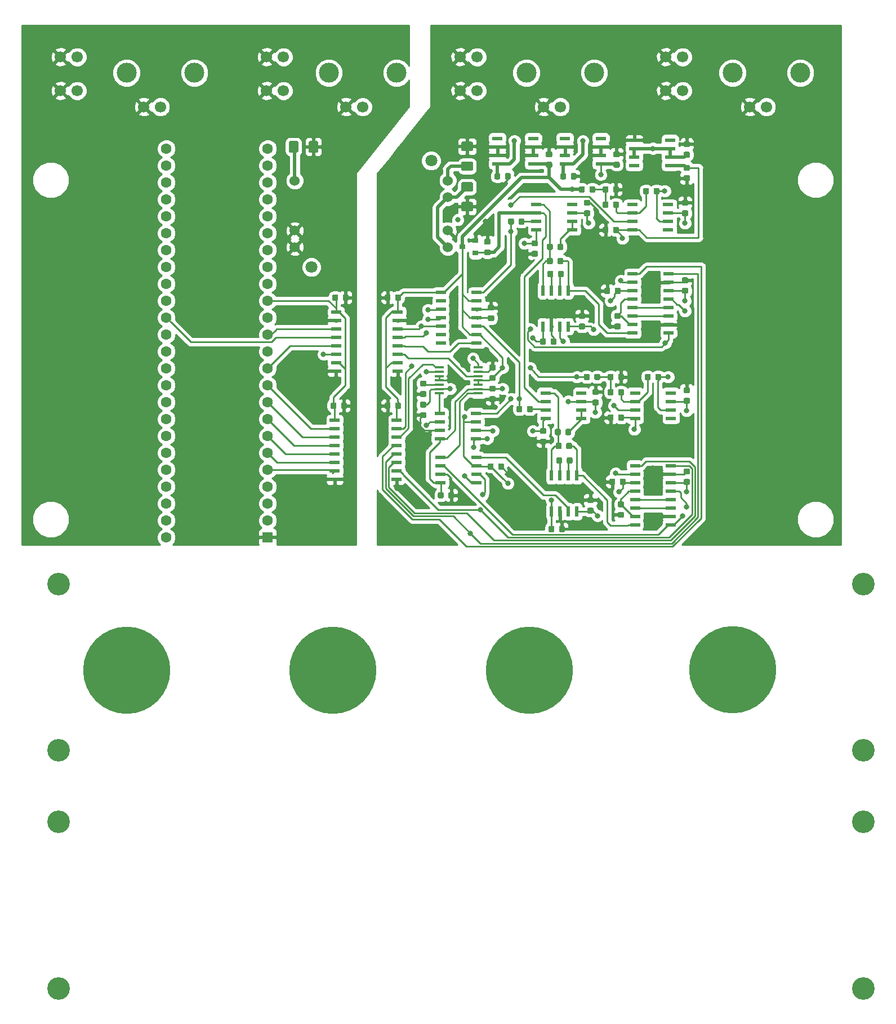
<source format=gtl>
G04 #@! TF.GenerationSoftware,KiCad,Pcbnew,5.0.2-bee76a0~70~ubuntu18.04.1*
G04 #@! TF.CreationDate,2018-12-10T22:04:31+02:00*
G04 #@! TF.ProjectId,CombinedPCB,436f6d62-696e-4656-9450-43422e6b6963,rev?*
G04 #@! TF.SameCoordinates,Original*
G04 #@! TF.FileFunction,Copper,L1,Top*
G04 #@! TF.FilePolarity,Positive*
%FSLAX46Y46*%
G04 Gerber Fmt 4.6, Leading zero omitted, Abs format (unit mm)*
G04 Created by KiCad (PCBNEW 5.0.2-bee76a0~70~ubuntu18.04.1) date Mon Dec 10 22:04:31 2018*
%MOMM*%
%LPD*%
G01*
G04 APERTURE LIST*
G04 #@! TA.AperFunction,ComponentPad*
%ADD10C,1.600000*%
G04 #@! TD*
G04 #@! TA.AperFunction,ComponentPad*
%ADD11R,1.600000X1.600000*%
G04 #@! TD*
G04 #@! TA.AperFunction,ComponentPad*
%ADD12C,3.000000*%
G04 #@! TD*
G04 #@! TA.AperFunction,ComponentPad*
%ADD13C,1.700000*%
G04 #@! TD*
G04 #@! TA.AperFunction,Conductor*
%ADD14C,0.100000*%
G04 #@! TD*
G04 #@! TA.AperFunction,SMDPad,CuDef*
%ADD15C,0.875000*%
G04 #@! TD*
G04 #@! TA.AperFunction,SMDPad,CuDef*
%ADD16R,1.550000X0.600000*%
G04 #@! TD*
G04 #@! TA.AperFunction,SMDPad,CuDef*
%ADD17C,1.425000*%
G04 #@! TD*
G04 #@! TA.AperFunction,SMDPad,CuDef*
%ADD18R,1.500000X0.600000*%
G04 #@! TD*
G04 #@! TA.AperFunction,SMDPad,CuDef*
%ADD19R,1.450000X0.450000*%
G04 #@! TD*
G04 #@! TA.AperFunction,ComponentPad*
%ADD20C,1.524000*%
G04 #@! TD*
G04 #@! TA.AperFunction,ComponentPad*
%ADD21C,1.800000*%
G04 #@! TD*
G04 #@! TA.AperFunction,SMDPad,CuDef*
%ADD22R,0.600000X1.550000*%
G04 #@! TD*
G04 #@! TA.AperFunction,SMDPad,CuDef*
%ADD23R,0.900000X0.800000*%
G04 #@! TD*
G04 #@! TA.AperFunction,ViaPad*
%ADD24C,0.800000*%
G04 #@! TD*
G04 #@! TA.AperFunction,ViaPad*
%ADD25C,13.100000*%
G04 #@! TD*
G04 #@! TA.AperFunction,ViaPad*
%ADD26C,3.400000*%
G04 #@! TD*
G04 #@! TA.AperFunction,Conductor*
%ADD27C,0.250000*%
G04 #@! TD*
G04 #@! TA.AperFunction,Conductor*
%ADD28C,0.500000*%
G04 #@! TD*
G04 #@! TA.AperFunction,Conductor*
%ADD29C,0.254000*%
G04 #@! TD*
G04 APERTURE END LIST*
D10*
G04 #@! TO.P,U1,17*
G04 #@! TO.N,Net-(U1-Pad17)*
X72420000Y-81070000D03*
G04 #@! TO.P,U1,18*
G04 #@! TO.N,Net-(U1-Pad18)*
X72420000Y-78530000D03*
G04 #@! TO.P,U1,19*
G04 #@! TO.N,Net-(U1-Pad19)*
X72420000Y-75990000D03*
G04 #@! TO.P,U1,20*
G04 #@! TO.N,Net-(U1-Pad20)*
X72420000Y-73450000D03*
G04 #@! TO.P,U1,16*
G04 #@! TO.N,Net-(U1-Pad16)*
X72420000Y-83610000D03*
G04 #@! TO.P,U1,15*
G04 #@! TO.N,+3V3*
X72420000Y-86150000D03*
G04 #@! TO.P,U1,14*
G04 #@! TO.N,MISO*
X72420000Y-88690000D03*
G04 #@! TO.P,U1,21*
G04 #@! TO.N,Net-(U1-Pad21)*
X72420000Y-70910000D03*
G04 #@! TO.P,U1,22*
G04 #@! TO.N,Net-(U1-Pad22)*
X72420000Y-68370000D03*
G04 #@! TO.P,U1,23*
G04 #@! TO.N,Net-(U1-Pad23)*
X72420000Y-65830000D03*
G04 #@! TO.P,U1,24*
G04 #@! TO.N,Net-(U1-Pad24)*
X72420000Y-63290000D03*
G04 #@! TO.P,U1,30*
G04 #@! TO.N,Net-(U1-Pad30)*
X57180000Y-63290000D03*
G04 #@! TO.P,U1,31*
G04 #@! TO.N,Net-(U1-Pad31)*
X57180000Y-65830000D03*
G04 #@! TO.P,U1,32*
G04 #@! TO.N,Net-(U1-Pad32)*
X57180000Y-68370000D03*
G04 #@! TO.P,U1,33*
G04 #@! TO.N,Net-(U1-Pad33)*
X57180000Y-70910000D03*
G04 #@! TO.P,U1,34*
G04 #@! TO.N,Net-(U1-Pad34)*
X57180000Y-73450000D03*
G04 #@! TO.P,U1,35*
G04 #@! TO.N,Net-(U1-Pad35)*
X57180000Y-75990000D03*
G04 #@! TO.P,U1,36*
G04 #@! TO.N,Net-(U1-Pad36)*
X57180000Y-78530000D03*
G04 #@! TO.P,U1,37*
G04 #@! TO.N,Net-(U1-Pad37)*
X57180000Y-81070000D03*
G04 #@! TO.P,U1,13*
G04 #@! TO.N,MOSI*
X72420000Y-91230000D03*
G04 #@! TO.P,U1,12*
G04 #@! TO.N,Net-(U1-Pad12)*
X72420000Y-93770000D03*
G04 #@! TO.P,U1,11*
G04 #@! TO.N,NLDAC*
X72420000Y-96310000D03*
G04 #@! TO.P,U1,10*
G04 #@! TO.N,CS0*
X72420000Y-98850000D03*
G04 #@! TO.P,U1,9*
G04 #@! TO.N,CS1*
X72420000Y-101390000D03*
G04 #@! TO.P,U1,8*
G04 #@! TO.N,OE0*
X72420000Y-103930000D03*
G04 #@! TO.P,U1,7*
G04 #@! TO.N,OE1*
X72420000Y-106470000D03*
G04 #@! TO.P,U1,6*
G04 #@! TO.N,OE2*
X72420000Y-109010000D03*
G04 #@! TO.P,U1,5*
G04 #@! TO.N,OE3*
X72420000Y-111550000D03*
G04 #@! TO.P,U1,4*
G04 #@! TO.N,Net-(U1-Pad4)*
X72420000Y-114090000D03*
G04 #@! TO.P,U1,3*
G04 #@! TO.N,Net-(U1-Pad3)*
X72420000Y-116630000D03*
G04 #@! TO.P,U1,2*
G04 #@! TO.N,Net-(U1-Pad2)*
X72420000Y-119170000D03*
D11*
G04 #@! TO.P,U1,1*
G04 #@! TO.N,GND*
X72420000Y-121710000D03*
D10*
G04 #@! TO.P,U1,38*
G04 #@! TO.N,Net-(U1-Pad38)*
X57180000Y-83610000D03*
G04 #@! TO.P,U1,39*
G04 #@! TO.N,Net-(U1-Pad39)*
X57180000Y-86150000D03*
G04 #@! TO.P,U1,40*
G04 #@! TO.N,SCK0*
X57180000Y-88690000D03*
G04 #@! TO.P,U1,41*
G04 #@! TO.N,Net-(U1-Pad41)*
X57180000Y-91230000D03*
G04 #@! TO.P,U1,42*
G04 #@! TO.N,Net-(U1-Pad42)*
X57180000Y-93770000D03*
G04 #@! TO.P,U1,43*
G04 #@! TO.N,Net-(U1-Pad43)*
X57180000Y-96310000D03*
G04 #@! TO.P,U1,44*
G04 #@! TO.N,Net-(U1-Pad44)*
X57180000Y-98850000D03*
G04 #@! TO.P,U1,45*
G04 #@! TO.N,Net-(U1-Pad45)*
X57180000Y-101390000D03*
G04 #@! TO.P,U1,46*
G04 #@! TO.N,Net-(U1-Pad46)*
X57180000Y-103930000D03*
G04 #@! TO.P,U1,47*
G04 #@! TO.N,Net-(U1-Pad47)*
X57180000Y-106470000D03*
G04 #@! TO.P,U1,48*
G04 #@! TO.N,Net-(U1-Pad48)*
X57180000Y-109010000D03*
G04 #@! TO.P,U1,49*
G04 #@! TO.N,Net-(J1-Pad1)*
X57180000Y-111550000D03*
G04 #@! TO.P,U1,50*
G04 #@! TO.N,Net-(J5-Pad1)*
X57180000Y-114090000D03*
G04 #@! TO.P,U1,51*
G04 #@! TO.N,+3V3*
X57180000Y-116630000D03*
G04 #@! TO.P,U1,52*
G04 #@! TO.N,Net-(U1-Pad52)*
X57180000Y-119170000D03*
G04 #@! TO.P,U1,53*
G04 #@! TO.N,VUSB*
X57180000Y-121710000D03*
G04 #@! TD*
D12*
G04 #@! TO.P,J12,NC*
G04 #@! TO.N,N/C*
X152500000Y-51900000D03*
X142300000Y-51900000D03*
D13*
G04 #@! TO.P,J12,1*
G04 #@! TO.N,OUT1*
X147400000Y-57000000D03*
G04 #@! TO.P,J12,2*
G04 #@! TO.N,GNDREF*
X144900000Y-57000000D03*
G04 #@! TD*
G04 #@! TO.P,J1,2*
G04 #@! TO.N,GND*
X53800000Y-57000000D03*
G04 #@! TO.P,J1,1*
G04 #@! TO.N,Net-(J1-Pad1)*
X56300000Y-57000000D03*
D12*
G04 #@! TO.P,J1,NC*
G04 #@! TO.N,N/C*
X51200000Y-51900000D03*
X61400000Y-51900000D03*
G04 #@! TD*
D13*
G04 #@! TO.P,J10,2*
G04 #@! TO.N,GNDREF*
X113900000Y-57000000D03*
G04 #@! TO.P,J10,1*
G04 #@! TO.N,OUT0*
X116400000Y-57000000D03*
D12*
G04 #@! TO.P,J10,NC*
G04 #@! TO.N,N/C*
X111300000Y-51900000D03*
X121500000Y-51900000D03*
G04 #@! TD*
G04 #@! TO.P,J5,NC*
G04 #@! TO.N,N/C*
X91800000Y-51900000D03*
X81600000Y-51900000D03*
D13*
G04 #@! TO.P,J5,1*
G04 #@! TO.N,Net-(J5-Pad1)*
X86700000Y-57000000D03*
G04 #@! TO.P,J5,2*
G04 #@! TO.N,GND*
X84200000Y-57000000D03*
G04 #@! TD*
D14*
G04 #@! TO.N,Net-(C42-Pad1)*
G04 #@! TO.C,C42*
G36*
X96071691Y-98154053D02*
X96092926Y-98157203D01*
X96113750Y-98162419D01*
X96133962Y-98169651D01*
X96153368Y-98178830D01*
X96171781Y-98189866D01*
X96189024Y-98202654D01*
X96204930Y-98217070D01*
X96219346Y-98232976D01*
X96232134Y-98250219D01*
X96243170Y-98268632D01*
X96252349Y-98288038D01*
X96259581Y-98308250D01*
X96264797Y-98329074D01*
X96267947Y-98350309D01*
X96269000Y-98371750D01*
X96269000Y-98809250D01*
X96267947Y-98830691D01*
X96264797Y-98851926D01*
X96259581Y-98872750D01*
X96252349Y-98892962D01*
X96243170Y-98912368D01*
X96232134Y-98930781D01*
X96219346Y-98948024D01*
X96204930Y-98963930D01*
X96189024Y-98978346D01*
X96171781Y-98991134D01*
X96153368Y-99002170D01*
X96133962Y-99011349D01*
X96113750Y-99018581D01*
X96092926Y-99023797D01*
X96071691Y-99026947D01*
X96050250Y-99028000D01*
X95537750Y-99028000D01*
X95516309Y-99026947D01*
X95495074Y-99023797D01*
X95474250Y-99018581D01*
X95454038Y-99011349D01*
X95434632Y-99002170D01*
X95416219Y-98991134D01*
X95398976Y-98978346D01*
X95383070Y-98963930D01*
X95368654Y-98948024D01*
X95355866Y-98930781D01*
X95344830Y-98912368D01*
X95335651Y-98892962D01*
X95328419Y-98872750D01*
X95323203Y-98851926D01*
X95320053Y-98830691D01*
X95319000Y-98809250D01*
X95319000Y-98371750D01*
X95320053Y-98350309D01*
X95323203Y-98329074D01*
X95328419Y-98308250D01*
X95335651Y-98288038D01*
X95344830Y-98268632D01*
X95355866Y-98250219D01*
X95368654Y-98232976D01*
X95383070Y-98217070D01*
X95398976Y-98202654D01*
X95416219Y-98189866D01*
X95434632Y-98178830D01*
X95454038Y-98169651D01*
X95474250Y-98162419D01*
X95495074Y-98157203D01*
X95516309Y-98154053D01*
X95537750Y-98153000D01*
X96050250Y-98153000D01*
X96071691Y-98154053D01*
X96071691Y-98154053D01*
G37*
D15*
G04 #@! TD*
G04 #@! TO.P,C42,1*
G04 #@! TO.N,Net-(C42-Pad1)*
X95794000Y-98590500D03*
D14*
G04 #@! TO.N,GNDREF*
G04 #@! TO.C,C42*
G36*
X96071691Y-99729053D02*
X96092926Y-99732203D01*
X96113750Y-99737419D01*
X96133962Y-99744651D01*
X96153368Y-99753830D01*
X96171781Y-99764866D01*
X96189024Y-99777654D01*
X96204930Y-99792070D01*
X96219346Y-99807976D01*
X96232134Y-99825219D01*
X96243170Y-99843632D01*
X96252349Y-99863038D01*
X96259581Y-99883250D01*
X96264797Y-99904074D01*
X96267947Y-99925309D01*
X96269000Y-99946750D01*
X96269000Y-100384250D01*
X96267947Y-100405691D01*
X96264797Y-100426926D01*
X96259581Y-100447750D01*
X96252349Y-100467962D01*
X96243170Y-100487368D01*
X96232134Y-100505781D01*
X96219346Y-100523024D01*
X96204930Y-100538930D01*
X96189024Y-100553346D01*
X96171781Y-100566134D01*
X96153368Y-100577170D01*
X96133962Y-100586349D01*
X96113750Y-100593581D01*
X96092926Y-100598797D01*
X96071691Y-100601947D01*
X96050250Y-100603000D01*
X95537750Y-100603000D01*
X95516309Y-100601947D01*
X95495074Y-100598797D01*
X95474250Y-100593581D01*
X95454038Y-100586349D01*
X95434632Y-100577170D01*
X95416219Y-100566134D01*
X95398976Y-100553346D01*
X95383070Y-100538930D01*
X95368654Y-100523024D01*
X95355866Y-100505781D01*
X95344830Y-100487368D01*
X95335651Y-100467962D01*
X95328419Y-100447750D01*
X95323203Y-100426926D01*
X95320053Y-100405691D01*
X95319000Y-100384250D01*
X95319000Y-99946750D01*
X95320053Y-99925309D01*
X95323203Y-99904074D01*
X95328419Y-99883250D01*
X95335651Y-99863038D01*
X95344830Y-99843632D01*
X95355866Y-99825219D01*
X95368654Y-99807976D01*
X95383070Y-99792070D01*
X95398976Y-99777654D01*
X95416219Y-99764866D01*
X95434632Y-99753830D01*
X95454038Y-99744651D01*
X95474250Y-99737419D01*
X95495074Y-99732203D01*
X95516309Y-99729053D01*
X95537750Y-99728000D01*
X96050250Y-99728000D01*
X96071691Y-99729053D01*
X96071691Y-99729053D01*
G37*
D15*
G04 #@! TD*
G04 #@! TO.P,C42,2*
G04 #@! TO.N,GNDREF*
X95794000Y-100165500D03*
D14*
G04 #@! TO.N,+12V*
G04 #@! TO.C,C34*
G36*
X98675691Y-114906053D02*
X98696926Y-114909203D01*
X98717750Y-114914419D01*
X98737962Y-114921651D01*
X98757368Y-114930830D01*
X98775781Y-114941866D01*
X98793024Y-114954654D01*
X98808930Y-114969070D01*
X98823346Y-114984976D01*
X98836134Y-115002219D01*
X98847170Y-115020632D01*
X98856349Y-115040038D01*
X98863581Y-115060250D01*
X98868797Y-115081074D01*
X98871947Y-115102309D01*
X98873000Y-115123750D01*
X98873000Y-115636250D01*
X98871947Y-115657691D01*
X98868797Y-115678926D01*
X98863581Y-115699750D01*
X98856349Y-115719962D01*
X98847170Y-115739368D01*
X98836134Y-115757781D01*
X98823346Y-115775024D01*
X98808930Y-115790930D01*
X98793024Y-115805346D01*
X98775781Y-115818134D01*
X98757368Y-115829170D01*
X98737962Y-115838349D01*
X98717750Y-115845581D01*
X98696926Y-115850797D01*
X98675691Y-115853947D01*
X98654250Y-115855000D01*
X98216750Y-115855000D01*
X98195309Y-115853947D01*
X98174074Y-115850797D01*
X98153250Y-115845581D01*
X98133038Y-115838349D01*
X98113632Y-115829170D01*
X98095219Y-115818134D01*
X98077976Y-115805346D01*
X98062070Y-115790930D01*
X98047654Y-115775024D01*
X98034866Y-115757781D01*
X98023830Y-115739368D01*
X98014651Y-115719962D01*
X98007419Y-115699750D01*
X98002203Y-115678926D01*
X97999053Y-115657691D01*
X97998000Y-115636250D01*
X97998000Y-115123750D01*
X97999053Y-115102309D01*
X98002203Y-115081074D01*
X98007419Y-115060250D01*
X98014651Y-115040038D01*
X98023830Y-115020632D01*
X98034866Y-115002219D01*
X98047654Y-114984976D01*
X98062070Y-114969070D01*
X98077976Y-114954654D01*
X98095219Y-114941866D01*
X98113632Y-114930830D01*
X98133038Y-114921651D01*
X98153250Y-114914419D01*
X98174074Y-114909203D01*
X98195309Y-114906053D01*
X98216750Y-114905000D01*
X98654250Y-114905000D01*
X98675691Y-114906053D01*
X98675691Y-114906053D01*
G37*
D15*
G04 #@! TD*
G04 #@! TO.P,C34,2*
G04 #@! TO.N,+12V*
X98435500Y-115380000D03*
D14*
G04 #@! TO.N,GNDREF*
G04 #@! TO.C,C34*
G36*
X100250691Y-114906053D02*
X100271926Y-114909203D01*
X100292750Y-114914419D01*
X100312962Y-114921651D01*
X100332368Y-114930830D01*
X100350781Y-114941866D01*
X100368024Y-114954654D01*
X100383930Y-114969070D01*
X100398346Y-114984976D01*
X100411134Y-115002219D01*
X100422170Y-115020632D01*
X100431349Y-115040038D01*
X100438581Y-115060250D01*
X100443797Y-115081074D01*
X100446947Y-115102309D01*
X100448000Y-115123750D01*
X100448000Y-115636250D01*
X100446947Y-115657691D01*
X100443797Y-115678926D01*
X100438581Y-115699750D01*
X100431349Y-115719962D01*
X100422170Y-115739368D01*
X100411134Y-115757781D01*
X100398346Y-115775024D01*
X100383930Y-115790930D01*
X100368024Y-115805346D01*
X100350781Y-115818134D01*
X100332368Y-115829170D01*
X100312962Y-115838349D01*
X100292750Y-115845581D01*
X100271926Y-115850797D01*
X100250691Y-115853947D01*
X100229250Y-115855000D01*
X99791750Y-115855000D01*
X99770309Y-115853947D01*
X99749074Y-115850797D01*
X99728250Y-115845581D01*
X99708038Y-115838349D01*
X99688632Y-115829170D01*
X99670219Y-115818134D01*
X99652976Y-115805346D01*
X99637070Y-115790930D01*
X99622654Y-115775024D01*
X99609866Y-115757781D01*
X99598830Y-115739368D01*
X99589651Y-115719962D01*
X99582419Y-115699750D01*
X99577203Y-115678926D01*
X99574053Y-115657691D01*
X99573000Y-115636250D01*
X99573000Y-115123750D01*
X99574053Y-115102309D01*
X99577203Y-115081074D01*
X99582419Y-115060250D01*
X99589651Y-115040038D01*
X99598830Y-115020632D01*
X99609866Y-115002219D01*
X99622654Y-114984976D01*
X99637070Y-114969070D01*
X99652976Y-114954654D01*
X99670219Y-114941866D01*
X99688632Y-114930830D01*
X99708038Y-114921651D01*
X99728250Y-114914419D01*
X99749074Y-114909203D01*
X99770309Y-114906053D01*
X99791750Y-114905000D01*
X100229250Y-114905000D01*
X100250691Y-114906053D01*
X100250691Y-114906053D01*
G37*
D15*
G04 #@! TD*
G04 #@! TO.P,C34,1*
G04 #@! TO.N,GNDREF*
X100010500Y-115380000D03*
D14*
G04 #@! TO.N,GNDREF*
G04 #@! TO.C,C32*
G36*
X107743691Y-110588053D02*
X107764926Y-110591203D01*
X107785750Y-110596419D01*
X107805962Y-110603651D01*
X107825368Y-110612830D01*
X107843781Y-110623866D01*
X107861024Y-110636654D01*
X107876930Y-110651070D01*
X107891346Y-110666976D01*
X107904134Y-110684219D01*
X107915170Y-110702632D01*
X107924349Y-110722038D01*
X107931581Y-110742250D01*
X107936797Y-110763074D01*
X107939947Y-110784309D01*
X107941000Y-110805750D01*
X107941000Y-111318250D01*
X107939947Y-111339691D01*
X107936797Y-111360926D01*
X107931581Y-111381750D01*
X107924349Y-111401962D01*
X107915170Y-111421368D01*
X107904134Y-111439781D01*
X107891346Y-111457024D01*
X107876930Y-111472930D01*
X107861024Y-111487346D01*
X107843781Y-111500134D01*
X107825368Y-111511170D01*
X107805962Y-111520349D01*
X107785750Y-111527581D01*
X107764926Y-111532797D01*
X107743691Y-111535947D01*
X107722250Y-111537000D01*
X107284750Y-111537000D01*
X107263309Y-111535947D01*
X107242074Y-111532797D01*
X107221250Y-111527581D01*
X107201038Y-111520349D01*
X107181632Y-111511170D01*
X107163219Y-111500134D01*
X107145976Y-111487346D01*
X107130070Y-111472930D01*
X107115654Y-111457024D01*
X107102866Y-111439781D01*
X107091830Y-111421368D01*
X107082651Y-111401962D01*
X107075419Y-111381750D01*
X107070203Y-111360926D01*
X107067053Y-111339691D01*
X107066000Y-111318250D01*
X107066000Y-110805750D01*
X107067053Y-110784309D01*
X107070203Y-110763074D01*
X107075419Y-110742250D01*
X107082651Y-110722038D01*
X107091830Y-110702632D01*
X107102866Y-110684219D01*
X107115654Y-110666976D01*
X107130070Y-110651070D01*
X107145976Y-110636654D01*
X107163219Y-110623866D01*
X107181632Y-110612830D01*
X107201038Y-110603651D01*
X107221250Y-110596419D01*
X107242074Y-110591203D01*
X107263309Y-110588053D01*
X107284750Y-110587000D01*
X107722250Y-110587000D01*
X107743691Y-110588053D01*
X107743691Y-110588053D01*
G37*
D15*
G04 #@! TD*
G04 #@! TO.P,C32,1*
G04 #@! TO.N,GNDREF*
X107503500Y-111062000D03*
D14*
G04 #@! TO.N,-12V*
G04 #@! TO.C,C32*
G36*
X106168691Y-110588053D02*
X106189926Y-110591203D01*
X106210750Y-110596419D01*
X106230962Y-110603651D01*
X106250368Y-110612830D01*
X106268781Y-110623866D01*
X106286024Y-110636654D01*
X106301930Y-110651070D01*
X106316346Y-110666976D01*
X106329134Y-110684219D01*
X106340170Y-110702632D01*
X106349349Y-110722038D01*
X106356581Y-110742250D01*
X106361797Y-110763074D01*
X106364947Y-110784309D01*
X106366000Y-110805750D01*
X106366000Y-111318250D01*
X106364947Y-111339691D01*
X106361797Y-111360926D01*
X106356581Y-111381750D01*
X106349349Y-111401962D01*
X106340170Y-111421368D01*
X106329134Y-111439781D01*
X106316346Y-111457024D01*
X106301930Y-111472930D01*
X106286024Y-111487346D01*
X106268781Y-111500134D01*
X106250368Y-111511170D01*
X106230962Y-111520349D01*
X106210750Y-111527581D01*
X106189926Y-111532797D01*
X106168691Y-111535947D01*
X106147250Y-111537000D01*
X105709750Y-111537000D01*
X105688309Y-111535947D01*
X105667074Y-111532797D01*
X105646250Y-111527581D01*
X105626038Y-111520349D01*
X105606632Y-111511170D01*
X105588219Y-111500134D01*
X105570976Y-111487346D01*
X105555070Y-111472930D01*
X105540654Y-111457024D01*
X105527866Y-111439781D01*
X105516830Y-111421368D01*
X105507651Y-111401962D01*
X105500419Y-111381750D01*
X105495203Y-111360926D01*
X105492053Y-111339691D01*
X105491000Y-111318250D01*
X105491000Y-110805750D01*
X105492053Y-110784309D01*
X105495203Y-110763074D01*
X105500419Y-110742250D01*
X105507651Y-110722038D01*
X105516830Y-110702632D01*
X105527866Y-110684219D01*
X105540654Y-110666976D01*
X105555070Y-110651070D01*
X105570976Y-110636654D01*
X105588219Y-110623866D01*
X105606632Y-110612830D01*
X105626038Y-110603651D01*
X105646250Y-110596419D01*
X105667074Y-110591203D01*
X105688309Y-110588053D01*
X105709750Y-110587000D01*
X106147250Y-110587000D01*
X106168691Y-110588053D01*
X106168691Y-110588053D01*
G37*
D15*
G04 #@! TD*
G04 #@! TO.P,C32,2*
G04 #@! TO.N,-12V*
X105928500Y-111062000D03*
D16*
G04 #@! TO.P,U19,8*
G04 #@! TO.N,ISENSE0*
X103701000Y-103061000D03*
G04 #@! TO.P,U19,7*
G04 #@! TO.N,-12V*
X103701000Y-104331000D03*
G04 #@! TO.P,U19,6*
G04 #@! TO.N,OE1i*
X103701000Y-105601000D03*
G04 #@! TO.P,U19,5*
G04 #@! TO.N,+5V*
X103701000Y-106871000D03*
G04 #@! TO.P,U19,4*
G04 #@! TO.N,+12V*
X98301000Y-106871000D03*
G04 #@! TO.P,U19,3*
G04 #@! TO.N,GNDREF*
X98301000Y-105601000D03*
G04 #@! TO.P,U19,2*
G04 #@! TO.N,OUT0*
X98301000Y-104331000D03*
G04 #@! TO.P,U19,1*
G04 #@! TO.N,Net-(U10-Pad7)*
X98301000Y-103061000D03*
G04 #@! TD*
G04 #@! TO.P,U20,1*
G04 #@! TO.N,Net-(U10-Pad8)*
X98395000Y-109665000D03*
G04 #@! TO.P,U20,2*
G04 #@! TO.N,OUT1*
X98395000Y-110935000D03*
G04 #@! TO.P,U20,3*
G04 #@! TO.N,GNDREF*
X98395000Y-112205000D03*
G04 #@! TO.P,U20,4*
G04 #@! TO.N,+12V*
X98395000Y-113475000D03*
G04 #@! TO.P,U20,5*
G04 #@! TO.N,+5V*
X103795000Y-113475000D03*
G04 #@! TO.P,U20,6*
G04 #@! TO.N,OE3i*
X103795000Y-112205000D03*
G04 #@! TO.P,U20,7*
G04 #@! TO.N,-12V*
X103795000Y-110935000D03*
G04 #@! TO.P,U20,8*
G04 #@! TO.N,ISENSE1*
X103795000Y-109665000D03*
G04 #@! TD*
D14*
G04 #@! TO.N,+12V*
G04 #@! TO.C,C29*
G36*
X135695691Y-100745053D02*
X135716926Y-100748203D01*
X135737750Y-100753419D01*
X135757962Y-100760651D01*
X135777368Y-100769830D01*
X135795781Y-100780866D01*
X135813024Y-100793654D01*
X135828930Y-100808070D01*
X135843346Y-100823976D01*
X135856134Y-100841219D01*
X135867170Y-100859632D01*
X135876349Y-100879038D01*
X135883581Y-100899250D01*
X135888797Y-100920074D01*
X135891947Y-100941309D01*
X135893000Y-100962750D01*
X135893000Y-101400250D01*
X135891947Y-101421691D01*
X135888797Y-101442926D01*
X135883581Y-101463750D01*
X135876349Y-101483962D01*
X135867170Y-101503368D01*
X135856134Y-101521781D01*
X135843346Y-101539024D01*
X135828930Y-101554930D01*
X135813024Y-101569346D01*
X135795781Y-101582134D01*
X135777368Y-101593170D01*
X135757962Y-101602349D01*
X135737750Y-101609581D01*
X135716926Y-101614797D01*
X135695691Y-101617947D01*
X135674250Y-101619000D01*
X135161750Y-101619000D01*
X135140309Y-101617947D01*
X135119074Y-101614797D01*
X135098250Y-101609581D01*
X135078038Y-101602349D01*
X135058632Y-101593170D01*
X135040219Y-101582134D01*
X135022976Y-101569346D01*
X135007070Y-101554930D01*
X134992654Y-101539024D01*
X134979866Y-101521781D01*
X134968830Y-101503368D01*
X134959651Y-101483962D01*
X134952419Y-101463750D01*
X134947203Y-101442926D01*
X134944053Y-101421691D01*
X134943000Y-101400250D01*
X134943000Y-100962750D01*
X134944053Y-100941309D01*
X134947203Y-100920074D01*
X134952419Y-100899250D01*
X134959651Y-100879038D01*
X134968830Y-100859632D01*
X134979866Y-100841219D01*
X134992654Y-100823976D01*
X135007070Y-100808070D01*
X135022976Y-100793654D01*
X135040219Y-100780866D01*
X135058632Y-100769830D01*
X135078038Y-100760651D01*
X135098250Y-100753419D01*
X135119074Y-100748203D01*
X135140309Y-100745053D01*
X135161750Y-100744000D01*
X135674250Y-100744000D01*
X135695691Y-100745053D01*
X135695691Y-100745053D01*
G37*
D15*
G04 #@! TD*
G04 #@! TO.P,C29,2*
G04 #@! TO.N,+12V*
X135418000Y-101181500D03*
D14*
G04 #@! TO.N,GNDREF*
G04 #@! TO.C,C29*
G36*
X135695691Y-99170053D02*
X135716926Y-99173203D01*
X135737750Y-99178419D01*
X135757962Y-99185651D01*
X135777368Y-99194830D01*
X135795781Y-99205866D01*
X135813024Y-99218654D01*
X135828930Y-99233070D01*
X135843346Y-99248976D01*
X135856134Y-99266219D01*
X135867170Y-99284632D01*
X135876349Y-99304038D01*
X135883581Y-99324250D01*
X135888797Y-99345074D01*
X135891947Y-99366309D01*
X135893000Y-99387750D01*
X135893000Y-99825250D01*
X135891947Y-99846691D01*
X135888797Y-99867926D01*
X135883581Y-99888750D01*
X135876349Y-99908962D01*
X135867170Y-99928368D01*
X135856134Y-99946781D01*
X135843346Y-99964024D01*
X135828930Y-99979930D01*
X135813024Y-99994346D01*
X135795781Y-100007134D01*
X135777368Y-100018170D01*
X135757962Y-100027349D01*
X135737750Y-100034581D01*
X135716926Y-100039797D01*
X135695691Y-100042947D01*
X135674250Y-100044000D01*
X135161750Y-100044000D01*
X135140309Y-100042947D01*
X135119074Y-100039797D01*
X135098250Y-100034581D01*
X135078038Y-100027349D01*
X135058632Y-100018170D01*
X135040219Y-100007134D01*
X135022976Y-99994346D01*
X135007070Y-99979930D01*
X134992654Y-99964024D01*
X134979866Y-99946781D01*
X134968830Y-99928368D01*
X134959651Y-99908962D01*
X134952419Y-99888750D01*
X134947203Y-99867926D01*
X134944053Y-99846691D01*
X134943000Y-99825250D01*
X134943000Y-99387750D01*
X134944053Y-99366309D01*
X134947203Y-99345074D01*
X134952419Y-99324250D01*
X134959651Y-99304038D01*
X134968830Y-99284632D01*
X134979866Y-99266219D01*
X134992654Y-99248976D01*
X135007070Y-99233070D01*
X135022976Y-99218654D01*
X135040219Y-99205866D01*
X135058632Y-99194830D01*
X135078038Y-99185651D01*
X135098250Y-99178419D01*
X135119074Y-99173203D01*
X135140309Y-99170053D01*
X135161750Y-99169000D01*
X135674250Y-99169000D01*
X135695691Y-99170053D01*
X135695691Y-99170053D01*
G37*
D15*
G04 #@! TD*
G04 #@! TO.P,C29,1*
G04 #@! TO.N,GNDREF*
X135418000Y-99606500D03*
D14*
G04 #@! TO.N,-12V*
G04 #@! TO.C,C30*
G36*
X125777691Y-103222053D02*
X125798926Y-103225203D01*
X125819750Y-103230419D01*
X125839962Y-103237651D01*
X125859368Y-103246830D01*
X125877781Y-103257866D01*
X125895024Y-103270654D01*
X125910930Y-103285070D01*
X125925346Y-103300976D01*
X125938134Y-103318219D01*
X125949170Y-103336632D01*
X125958349Y-103356038D01*
X125965581Y-103376250D01*
X125970797Y-103397074D01*
X125973947Y-103418309D01*
X125975000Y-103439750D01*
X125975000Y-103952250D01*
X125973947Y-103973691D01*
X125970797Y-103994926D01*
X125965581Y-104015750D01*
X125958349Y-104035962D01*
X125949170Y-104055368D01*
X125938134Y-104073781D01*
X125925346Y-104091024D01*
X125910930Y-104106930D01*
X125895024Y-104121346D01*
X125877781Y-104134134D01*
X125859368Y-104145170D01*
X125839962Y-104154349D01*
X125819750Y-104161581D01*
X125798926Y-104166797D01*
X125777691Y-104169947D01*
X125756250Y-104171000D01*
X125318750Y-104171000D01*
X125297309Y-104169947D01*
X125276074Y-104166797D01*
X125255250Y-104161581D01*
X125235038Y-104154349D01*
X125215632Y-104145170D01*
X125197219Y-104134134D01*
X125179976Y-104121346D01*
X125164070Y-104106930D01*
X125149654Y-104091024D01*
X125136866Y-104073781D01*
X125125830Y-104055368D01*
X125116651Y-104035962D01*
X125109419Y-104015750D01*
X125104203Y-103994926D01*
X125101053Y-103973691D01*
X125100000Y-103952250D01*
X125100000Y-103439750D01*
X125101053Y-103418309D01*
X125104203Y-103397074D01*
X125109419Y-103376250D01*
X125116651Y-103356038D01*
X125125830Y-103336632D01*
X125136866Y-103318219D01*
X125149654Y-103300976D01*
X125164070Y-103285070D01*
X125179976Y-103270654D01*
X125197219Y-103257866D01*
X125215632Y-103246830D01*
X125235038Y-103237651D01*
X125255250Y-103230419D01*
X125276074Y-103225203D01*
X125297309Y-103222053D01*
X125318750Y-103221000D01*
X125756250Y-103221000D01*
X125777691Y-103222053D01*
X125777691Y-103222053D01*
G37*
D15*
G04 #@! TD*
G04 #@! TO.P,C30,1*
G04 #@! TO.N,-12V*
X125537500Y-103696000D03*
D14*
G04 #@! TO.N,GNDREF*
G04 #@! TO.C,C30*
G36*
X124202691Y-103222053D02*
X124223926Y-103225203D01*
X124244750Y-103230419D01*
X124264962Y-103237651D01*
X124284368Y-103246830D01*
X124302781Y-103257866D01*
X124320024Y-103270654D01*
X124335930Y-103285070D01*
X124350346Y-103300976D01*
X124363134Y-103318219D01*
X124374170Y-103336632D01*
X124383349Y-103356038D01*
X124390581Y-103376250D01*
X124395797Y-103397074D01*
X124398947Y-103418309D01*
X124400000Y-103439750D01*
X124400000Y-103952250D01*
X124398947Y-103973691D01*
X124395797Y-103994926D01*
X124390581Y-104015750D01*
X124383349Y-104035962D01*
X124374170Y-104055368D01*
X124363134Y-104073781D01*
X124350346Y-104091024D01*
X124335930Y-104106930D01*
X124320024Y-104121346D01*
X124302781Y-104134134D01*
X124284368Y-104145170D01*
X124264962Y-104154349D01*
X124244750Y-104161581D01*
X124223926Y-104166797D01*
X124202691Y-104169947D01*
X124181250Y-104171000D01*
X123743750Y-104171000D01*
X123722309Y-104169947D01*
X123701074Y-104166797D01*
X123680250Y-104161581D01*
X123660038Y-104154349D01*
X123640632Y-104145170D01*
X123622219Y-104134134D01*
X123604976Y-104121346D01*
X123589070Y-104106930D01*
X123574654Y-104091024D01*
X123561866Y-104073781D01*
X123550830Y-104055368D01*
X123541651Y-104035962D01*
X123534419Y-104015750D01*
X123529203Y-103994926D01*
X123526053Y-103973691D01*
X123525000Y-103952250D01*
X123525000Y-103439750D01*
X123526053Y-103418309D01*
X123529203Y-103397074D01*
X123534419Y-103376250D01*
X123541651Y-103356038D01*
X123550830Y-103336632D01*
X123561866Y-103318219D01*
X123574654Y-103300976D01*
X123589070Y-103285070D01*
X123604976Y-103270654D01*
X123622219Y-103257866D01*
X123640632Y-103246830D01*
X123660038Y-103237651D01*
X123680250Y-103230419D01*
X123701074Y-103225203D01*
X123722309Y-103222053D01*
X123743750Y-103221000D01*
X124181250Y-103221000D01*
X124202691Y-103222053D01*
X124202691Y-103222053D01*
G37*
D15*
G04 #@! TD*
G04 #@! TO.P,C30,2*
G04 #@! TO.N,GNDREF*
X123962500Y-103696000D03*
D14*
G04 #@! TO.N,+12V*
G04 #@! TO.C,C27*
G36*
X135441691Y-72551053D02*
X135462926Y-72554203D01*
X135483750Y-72559419D01*
X135503962Y-72566651D01*
X135523368Y-72575830D01*
X135541781Y-72586866D01*
X135559024Y-72599654D01*
X135574930Y-72614070D01*
X135589346Y-72629976D01*
X135602134Y-72647219D01*
X135613170Y-72665632D01*
X135622349Y-72685038D01*
X135629581Y-72705250D01*
X135634797Y-72726074D01*
X135637947Y-72747309D01*
X135639000Y-72768750D01*
X135639000Y-73206250D01*
X135637947Y-73227691D01*
X135634797Y-73248926D01*
X135629581Y-73269750D01*
X135622349Y-73289962D01*
X135613170Y-73309368D01*
X135602134Y-73327781D01*
X135589346Y-73345024D01*
X135574930Y-73360930D01*
X135559024Y-73375346D01*
X135541781Y-73388134D01*
X135523368Y-73399170D01*
X135503962Y-73408349D01*
X135483750Y-73415581D01*
X135462926Y-73420797D01*
X135441691Y-73423947D01*
X135420250Y-73425000D01*
X134907750Y-73425000D01*
X134886309Y-73423947D01*
X134865074Y-73420797D01*
X134844250Y-73415581D01*
X134824038Y-73408349D01*
X134804632Y-73399170D01*
X134786219Y-73388134D01*
X134768976Y-73375346D01*
X134753070Y-73360930D01*
X134738654Y-73345024D01*
X134725866Y-73327781D01*
X134714830Y-73309368D01*
X134705651Y-73289962D01*
X134698419Y-73269750D01*
X134693203Y-73248926D01*
X134690053Y-73227691D01*
X134689000Y-73206250D01*
X134689000Y-72768750D01*
X134690053Y-72747309D01*
X134693203Y-72726074D01*
X134698419Y-72705250D01*
X134705651Y-72685038D01*
X134714830Y-72665632D01*
X134725866Y-72647219D01*
X134738654Y-72629976D01*
X134753070Y-72614070D01*
X134768976Y-72599654D01*
X134786219Y-72586866D01*
X134804632Y-72575830D01*
X134824038Y-72566651D01*
X134844250Y-72559419D01*
X134865074Y-72554203D01*
X134886309Y-72551053D01*
X134907750Y-72550000D01*
X135420250Y-72550000D01*
X135441691Y-72551053D01*
X135441691Y-72551053D01*
G37*
D15*
G04 #@! TD*
G04 #@! TO.P,C27,2*
G04 #@! TO.N,+12V*
X135164000Y-72987500D03*
D14*
G04 #@! TO.N,GNDREF*
G04 #@! TO.C,C27*
G36*
X135441691Y-70976053D02*
X135462926Y-70979203D01*
X135483750Y-70984419D01*
X135503962Y-70991651D01*
X135523368Y-71000830D01*
X135541781Y-71011866D01*
X135559024Y-71024654D01*
X135574930Y-71039070D01*
X135589346Y-71054976D01*
X135602134Y-71072219D01*
X135613170Y-71090632D01*
X135622349Y-71110038D01*
X135629581Y-71130250D01*
X135634797Y-71151074D01*
X135637947Y-71172309D01*
X135639000Y-71193750D01*
X135639000Y-71631250D01*
X135637947Y-71652691D01*
X135634797Y-71673926D01*
X135629581Y-71694750D01*
X135622349Y-71714962D01*
X135613170Y-71734368D01*
X135602134Y-71752781D01*
X135589346Y-71770024D01*
X135574930Y-71785930D01*
X135559024Y-71800346D01*
X135541781Y-71813134D01*
X135523368Y-71824170D01*
X135503962Y-71833349D01*
X135483750Y-71840581D01*
X135462926Y-71845797D01*
X135441691Y-71848947D01*
X135420250Y-71850000D01*
X134907750Y-71850000D01*
X134886309Y-71848947D01*
X134865074Y-71845797D01*
X134844250Y-71840581D01*
X134824038Y-71833349D01*
X134804632Y-71824170D01*
X134786219Y-71813134D01*
X134768976Y-71800346D01*
X134753070Y-71785930D01*
X134738654Y-71770024D01*
X134725866Y-71752781D01*
X134714830Y-71734368D01*
X134705651Y-71714962D01*
X134698419Y-71694750D01*
X134693203Y-71673926D01*
X134690053Y-71652691D01*
X134689000Y-71631250D01*
X134689000Y-71193750D01*
X134690053Y-71172309D01*
X134693203Y-71151074D01*
X134698419Y-71130250D01*
X134705651Y-71110038D01*
X134714830Y-71090632D01*
X134725866Y-71072219D01*
X134738654Y-71054976D01*
X134753070Y-71039070D01*
X134768976Y-71024654D01*
X134786219Y-71011866D01*
X134804632Y-71000830D01*
X134824038Y-70991651D01*
X134844250Y-70984419D01*
X134865074Y-70979203D01*
X134886309Y-70976053D01*
X134907750Y-70975000D01*
X135420250Y-70975000D01*
X135441691Y-70976053D01*
X135441691Y-70976053D01*
G37*
D15*
G04 #@! TD*
G04 #@! TO.P,C27,1*
G04 #@! TO.N,GNDREF*
X135164000Y-71412500D03*
D14*
G04 #@! TO.N,-12V*
G04 #@! TO.C,C28*
G36*
X125015691Y-75028053D02*
X125036926Y-75031203D01*
X125057750Y-75036419D01*
X125077962Y-75043651D01*
X125097368Y-75052830D01*
X125115781Y-75063866D01*
X125133024Y-75076654D01*
X125148930Y-75091070D01*
X125163346Y-75106976D01*
X125176134Y-75124219D01*
X125187170Y-75142632D01*
X125196349Y-75162038D01*
X125203581Y-75182250D01*
X125208797Y-75203074D01*
X125211947Y-75224309D01*
X125213000Y-75245750D01*
X125213000Y-75758250D01*
X125211947Y-75779691D01*
X125208797Y-75800926D01*
X125203581Y-75821750D01*
X125196349Y-75841962D01*
X125187170Y-75861368D01*
X125176134Y-75879781D01*
X125163346Y-75897024D01*
X125148930Y-75912930D01*
X125133024Y-75927346D01*
X125115781Y-75940134D01*
X125097368Y-75951170D01*
X125077962Y-75960349D01*
X125057750Y-75967581D01*
X125036926Y-75972797D01*
X125015691Y-75975947D01*
X124994250Y-75977000D01*
X124556750Y-75977000D01*
X124535309Y-75975947D01*
X124514074Y-75972797D01*
X124493250Y-75967581D01*
X124473038Y-75960349D01*
X124453632Y-75951170D01*
X124435219Y-75940134D01*
X124417976Y-75927346D01*
X124402070Y-75912930D01*
X124387654Y-75897024D01*
X124374866Y-75879781D01*
X124363830Y-75861368D01*
X124354651Y-75841962D01*
X124347419Y-75821750D01*
X124342203Y-75800926D01*
X124339053Y-75779691D01*
X124338000Y-75758250D01*
X124338000Y-75245750D01*
X124339053Y-75224309D01*
X124342203Y-75203074D01*
X124347419Y-75182250D01*
X124354651Y-75162038D01*
X124363830Y-75142632D01*
X124374866Y-75124219D01*
X124387654Y-75106976D01*
X124402070Y-75091070D01*
X124417976Y-75076654D01*
X124435219Y-75063866D01*
X124453632Y-75052830D01*
X124473038Y-75043651D01*
X124493250Y-75036419D01*
X124514074Y-75031203D01*
X124535309Y-75028053D01*
X124556750Y-75027000D01*
X124994250Y-75027000D01*
X125015691Y-75028053D01*
X125015691Y-75028053D01*
G37*
D15*
G04 #@! TD*
G04 #@! TO.P,C28,1*
G04 #@! TO.N,-12V*
X124775500Y-75502000D03*
D14*
G04 #@! TO.N,GNDREF*
G04 #@! TO.C,C28*
G36*
X123440691Y-75028053D02*
X123461926Y-75031203D01*
X123482750Y-75036419D01*
X123502962Y-75043651D01*
X123522368Y-75052830D01*
X123540781Y-75063866D01*
X123558024Y-75076654D01*
X123573930Y-75091070D01*
X123588346Y-75106976D01*
X123601134Y-75124219D01*
X123612170Y-75142632D01*
X123621349Y-75162038D01*
X123628581Y-75182250D01*
X123633797Y-75203074D01*
X123636947Y-75224309D01*
X123638000Y-75245750D01*
X123638000Y-75758250D01*
X123636947Y-75779691D01*
X123633797Y-75800926D01*
X123628581Y-75821750D01*
X123621349Y-75841962D01*
X123612170Y-75861368D01*
X123601134Y-75879781D01*
X123588346Y-75897024D01*
X123573930Y-75912930D01*
X123558024Y-75927346D01*
X123540781Y-75940134D01*
X123522368Y-75951170D01*
X123502962Y-75960349D01*
X123482750Y-75967581D01*
X123461926Y-75972797D01*
X123440691Y-75975947D01*
X123419250Y-75977000D01*
X122981750Y-75977000D01*
X122960309Y-75975947D01*
X122939074Y-75972797D01*
X122918250Y-75967581D01*
X122898038Y-75960349D01*
X122878632Y-75951170D01*
X122860219Y-75940134D01*
X122842976Y-75927346D01*
X122827070Y-75912930D01*
X122812654Y-75897024D01*
X122799866Y-75879781D01*
X122788830Y-75861368D01*
X122779651Y-75841962D01*
X122772419Y-75821750D01*
X122767203Y-75800926D01*
X122764053Y-75779691D01*
X122763000Y-75758250D01*
X122763000Y-75245750D01*
X122764053Y-75224309D01*
X122767203Y-75203074D01*
X122772419Y-75182250D01*
X122779651Y-75162038D01*
X122788830Y-75142632D01*
X122799866Y-75124219D01*
X122812654Y-75106976D01*
X122827070Y-75091070D01*
X122842976Y-75076654D01*
X122860219Y-75063866D01*
X122878632Y-75052830D01*
X122898038Y-75043651D01*
X122918250Y-75036419D01*
X122939074Y-75031203D01*
X122960309Y-75028053D01*
X122981750Y-75027000D01*
X123419250Y-75027000D01*
X123440691Y-75028053D01*
X123440691Y-75028053D01*
G37*
D15*
G04 #@! TD*
G04 #@! TO.P,C28,2*
G04 #@! TO.N,GNDREF*
X123200500Y-75502000D03*
D14*
G04 #@! TO.N,+15V*
G04 #@! TO.C,C10*
G36*
X103047504Y-65206704D02*
X103071773Y-65210304D01*
X103095571Y-65216265D01*
X103118671Y-65224530D01*
X103140849Y-65235020D01*
X103161893Y-65247633D01*
X103181598Y-65262247D01*
X103199777Y-65278723D01*
X103216253Y-65296902D01*
X103230867Y-65316607D01*
X103243480Y-65337651D01*
X103253970Y-65359829D01*
X103262235Y-65382929D01*
X103268196Y-65406727D01*
X103271796Y-65430996D01*
X103273000Y-65455500D01*
X103273000Y-66380500D01*
X103271796Y-66405004D01*
X103268196Y-66429273D01*
X103262235Y-66453071D01*
X103253970Y-66476171D01*
X103243480Y-66498349D01*
X103230867Y-66519393D01*
X103216253Y-66539098D01*
X103199777Y-66557277D01*
X103181598Y-66573753D01*
X103161893Y-66588367D01*
X103140849Y-66600980D01*
X103118671Y-66611470D01*
X103095571Y-66619735D01*
X103071773Y-66625696D01*
X103047504Y-66629296D01*
X103023000Y-66630500D01*
X101773000Y-66630500D01*
X101748496Y-66629296D01*
X101724227Y-66625696D01*
X101700429Y-66619735D01*
X101677329Y-66611470D01*
X101655151Y-66600980D01*
X101634107Y-66588367D01*
X101614402Y-66573753D01*
X101596223Y-66557277D01*
X101579747Y-66539098D01*
X101565133Y-66519393D01*
X101552520Y-66498349D01*
X101542030Y-66476171D01*
X101533765Y-66453071D01*
X101527804Y-66429273D01*
X101524204Y-66405004D01*
X101523000Y-66380500D01*
X101523000Y-65455500D01*
X101524204Y-65430996D01*
X101527804Y-65406727D01*
X101533765Y-65382929D01*
X101542030Y-65359829D01*
X101552520Y-65337651D01*
X101565133Y-65316607D01*
X101579747Y-65296902D01*
X101596223Y-65278723D01*
X101614402Y-65262247D01*
X101634107Y-65247633D01*
X101655151Y-65235020D01*
X101677329Y-65224530D01*
X101700429Y-65216265D01*
X101724227Y-65210304D01*
X101748496Y-65206704D01*
X101773000Y-65205500D01*
X103023000Y-65205500D01*
X103047504Y-65206704D01*
X103047504Y-65206704D01*
G37*
D17*
G04 #@! TD*
G04 #@! TO.P,C10,2*
G04 #@! TO.N,+15V*
X102398000Y-65918000D03*
D14*
G04 #@! TO.N,GNDREF*
G04 #@! TO.C,C10*
G36*
X103047504Y-62231704D02*
X103071773Y-62235304D01*
X103095571Y-62241265D01*
X103118671Y-62249530D01*
X103140849Y-62260020D01*
X103161893Y-62272633D01*
X103181598Y-62287247D01*
X103199777Y-62303723D01*
X103216253Y-62321902D01*
X103230867Y-62341607D01*
X103243480Y-62362651D01*
X103253970Y-62384829D01*
X103262235Y-62407929D01*
X103268196Y-62431727D01*
X103271796Y-62455996D01*
X103273000Y-62480500D01*
X103273000Y-63405500D01*
X103271796Y-63430004D01*
X103268196Y-63454273D01*
X103262235Y-63478071D01*
X103253970Y-63501171D01*
X103243480Y-63523349D01*
X103230867Y-63544393D01*
X103216253Y-63564098D01*
X103199777Y-63582277D01*
X103181598Y-63598753D01*
X103161893Y-63613367D01*
X103140849Y-63625980D01*
X103118671Y-63636470D01*
X103095571Y-63644735D01*
X103071773Y-63650696D01*
X103047504Y-63654296D01*
X103023000Y-63655500D01*
X101773000Y-63655500D01*
X101748496Y-63654296D01*
X101724227Y-63650696D01*
X101700429Y-63644735D01*
X101677329Y-63636470D01*
X101655151Y-63625980D01*
X101634107Y-63613367D01*
X101614402Y-63598753D01*
X101596223Y-63582277D01*
X101579747Y-63564098D01*
X101565133Y-63544393D01*
X101552520Y-63523349D01*
X101542030Y-63501171D01*
X101533765Y-63478071D01*
X101527804Y-63454273D01*
X101524204Y-63430004D01*
X101523000Y-63405500D01*
X101523000Y-62480500D01*
X101524204Y-62455996D01*
X101527804Y-62431727D01*
X101533765Y-62407929D01*
X101542030Y-62384829D01*
X101552520Y-62362651D01*
X101565133Y-62341607D01*
X101579747Y-62321902D01*
X101596223Y-62303723D01*
X101614402Y-62287247D01*
X101634107Y-62272633D01*
X101655151Y-62260020D01*
X101677329Y-62249530D01*
X101700429Y-62241265D01*
X101724227Y-62235304D01*
X101748496Y-62231704D01*
X101773000Y-62230500D01*
X103023000Y-62230500D01*
X103047504Y-62231704D01*
X103047504Y-62231704D01*
G37*
D17*
G04 #@! TD*
G04 #@! TO.P,C10,1*
G04 #@! TO.N,GNDREF*
X102398000Y-62943000D03*
D14*
G04 #@! TO.N,-15V*
G04 #@! TO.C,C26*
G36*
X103047504Y-68313704D02*
X103071773Y-68317304D01*
X103095571Y-68323265D01*
X103118671Y-68331530D01*
X103140849Y-68342020D01*
X103161893Y-68354633D01*
X103181598Y-68369247D01*
X103199777Y-68385723D01*
X103216253Y-68403902D01*
X103230867Y-68423607D01*
X103243480Y-68444651D01*
X103253970Y-68466829D01*
X103262235Y-68489929D01*
X103268196Y-68513727D01*
X103271796Y-68537996D01*
X103273000Y-68562500D01*
X103273000Y-69487500D01*
X103271796Y-69512004D01*
X103268196Y-69536273D01*
X103262235Y-69560071D01*
X103253970Y-69583171D01*
X103243480Y-69605349D01*
X103230867Y-69626393D01*
X103216253Y-69646098D01*
X103199777Y-69664277D01*
X103181598Y-69680753D01*
X103161893Y-69695367D01*
X103140849Y-69707980D01*
X103118671Y-69718470D01*
X103095571Y-69726735D01*
X103071773Y-69732696D01*
X103047504Y-69736296D01*
X103023000Y-69737500D01*
X101773000Y-69737500D01*
X101748496Y-69736296D01*
X101724227Y-69732696D01*
X101700429Y-69726735D01*
X101677329Y-69718470D01*
X101655151Y-69707980D01*
X101634107Y-69695367D01*
X101614402Y-69680753D01*
X101596223Y-69664277D01*
X101579747Y-69646098D01*
X101565133Y-69626393D01*
X101552520Y-69605349D01*
X101542030Y-69583171D01*
X101533765Y-69560071D01*
X101527804Y-69536273D01*
X101524204Y-69512004D01*
X101523000Y-69487500D01*
X101523000Y-68562500D01*
X101524204Y-68537996D01*
X101527804Y-68513727D01*
X101533765Y-68489929D01*
X101542030Y-68466829D01*
X101552520Y-68444651D01*
X101565133Y-68423607D01*
X101579747Y-68403902D01*
X101596223Y-68385723D01*
X101614402Y-68369247D01*
X101634107Y-68354633D01*
X101655151Y-68342020D01*
X101677329Y-68331530D01*
X101700429Y-68323265D01*
X101724227Y-68317304D01*
X101748496Y-68313704D01*
X101773000Y-68312500D01*
X103023000Y-68312500D01*
X103047504Y-68313704D01*
X103047504Y-68313704D01*
G37*
D17*
G04 #@! TD*
G04 #@! TO.P,C26,1*
G04 #@! TO.N,-15V*
X102398000Y-69025000D03*
D14*
G04 #@! TO.N,GNDREF*
G04 #@! TO.C,C26*
G36*
X103047504Y-71288704D02*
X103071773Y-71292304D01*
X103095571Y-71298265D01*
X103118671Y-71306530D01*
X103140849Y-71317020D01*
X103161893Y-71329633D01*
X103181598Y-71344247D01*
X103199777Y-71360723D01*
X103216253Y-71378902D01*
X103230867Y-71398607D01*
X103243480Y-71419651D01*
X103253970Y-71441829D01*
X103262235Y-71464929D01*
X103268196Y-71488727D01*
X103271796Y-71512996D01*
X103273000Y-71537500D01*
X103273000Y-72462500D01*
X103271796Y-72487004D01*
X103268196Y-72511273D01*
X103262235Y-72535071D01*
X103253970Y-72558171D01*
X103243480Y-72580349D01*
X103230867Y-72601393D01*
X103216253Y-72621098D01*
X103199777Y-72639277D01*
X103181598Y-72655753D01*
X103161893Y-72670367D01*
X103140849Y-72682980D01*
X103118671Y-72693470D01*
X103095571Y-72701735D01*
X103071773Y-72707696D01*
X103047504Y-72711296D01*
X103023000Y-72712500D01*
X101773000Y-72712500D01*
X101748496Y-72711296D01*
X101724227Y-72707696D01*
X101700429Y-72701735D01*
X101677329Y-72693470D01*
X101655151Y-72682980D01*
X101634107Y-72670367D01*
X101614402Y-72655753D01*
X101596223Y-72639277D01*
X101579747Y-72621098D01*
X101565133Y-72601393D01*
X101552520Y-72580349D01*
X101542030Y-72558171D01*
X101533765Y-72535071D01*
X101527804Y-72511273D01*
X101524204Y-72487004D01*
X101523000Y-72462500D01*
X101523000Y-71537500D01*
X101524204Y-71512996D01*
X101527804Y-71488727D01*
X101533765Y-71464929D01*
X101542030Y-71441829D01*
X101552520Y-71419651D01*
X101565133Y-71398607D01*
X101579747Y-71378902D01*
X101596223Y-71360723D01*
X101614402Y-71344247D01*
X101634107Y-71329633D01*
X101655151Y-71317020D01*
X101677329Y-71306530D01*
X101700429Y-71298265D01*
X101724227Y-71292304D01*
X101748496Y-71288704D01*
X101773000Y-71287500D01*
X103023000Y-71287500D01*
X103047504Y-71288704D01*
X103047504Y-71288704D01*
G37*
D17*
G04 #@! TD*
G04 #@! TO.P,C26,2*
G04 #@! TO.N,GNDREF*
X102398000Y-72000000D03*
D16*
G04 #@! TO.P,U17,8*
G04 #@! TO.N,N/C*
X133038000Y-100013000D03*
G04 #@! TO.P,U17,7*
G04 #@! TO.N,+12V*
X133038000Y-101283000D03*
G04 #@! TO.P,U17,6*
G04 #@! TO.N,VOUT1*
X133038000Y-102553000D03*
G04 #@! TO.P,U17,5*
G04 #@! TO.N,N/C*
X133038000Y-103823000D03*
G04 #@! TO.P,U17,4*
G04 #@! TO.N,-12V*
X127638000Y-103823000D03*
G04 #@! TO.P,U17,3*
G04 #@! TO.N,DAC1*
X127638000Y-102553000D03*
G04 #@! TO.P,U17,2*
G04 #@! TO.N,Net-(R16-Pad2)*
X127638000Y-101283000D03*
G04 #@! TO.P,U17,1*
G04 #@! TO.N,N/C*
X127638000Y-100013000D03*
G04 #@! TD*
G04 #@! TO.P,U15,1*
G04 #@! TO.N,N/C*
X127224000Y-71692000D03*
G04 #@! TO.P,U15,2*
G04 #@! TO.N,Net-(R15-Pad2)*
X127224000Y-72962000D03*
G04 #@! TO.P,U15,3*
G04 #@! TO.N,DAC0*
X127224000Y-74232000D03*
G04 #@! TO.P,U15,4*
G04 #@! TO.N,-12V*
X127224000Y-75502000D03*
G04 #@! TO.P,U15,5*
G04 #@! TO.N,N/C*
X132624000Y-75502000D03*
G04 #@! TO.P,U15,6*
G04 #@! TO.N,VOUT0*
X132624000Y-74232000D03*
G04 #@! TO.P,U15,7*
G04 #@! TO.N,+12V*
X132624000Y-72962000D03*
G04 #@! TO.P,U15,8*
G04 #@! TO.N,N/C*
X132624000Y-71692000D03*
G04 #@! TD*
D14*
G04 #@! TO.N,Net-(R15-Pad2)*
G04 #@! TO.C,R15*
G36*
X125015691Y-71218053D02*
X125036926Y-71221203D01*
X125057750Y-71226419D01*
X125077962Y-71233651D01*
X125097368Y-71242830D01*
X125115781Y-71253866D01*
X125133024Y-71266654D01*
X125148930Y-71281070D01*
X125163346Y-71296976D01*
X125176134Y-71314219D01*
X125187170Y-71332632D01*
X125196349Y-71352038D01*
X125203581Y-71372250D01*
X125208797Y-71393074D01*
X125211947Y-71414309D01*
X125213000Y-71435750D01*
X125213000Y-71948250D01*
X125211947Y-71969691D01*
X125208797Y-71990926D01*
X125203581Y-72011750D01*
X125196349Y-72031962D01*
X125187170Y-72051368D01*
X125176134Y-72069781D01*
X125163346Y-72087024D01*
X125148930Y-72102930D01*
X125133024Y-72117346D01*
X125115781Y-72130134D01*
X125097368Y-72141170D01*
X125077962Y-72150349D01*
X125057750Y-72157581D01*
X125036926Y-72162797D01*
X125015691Y-72165947D01*
X124994250Y-72167000D01*
X124556750Y-72167000D01*
X124535309Y-72165947D01*
X124514074Y-72162797D01*
X124493250Y-72157581D01*
X124473038Y-72150349D01*
X124453632Y-72141170D01*
X124435219Y-72130134D01*
X124417976Y-72117346D01*
X124402070Y-72102930D01*
X124387654Y-72087024D01*
X124374866Y-72069781D01*
X124363830Y-72051368D01*
X124354651Y-72031962D01*
X124347419Y-72011750D01*
X124342203Y-71990926D01*
X124339053Y-71969691D01*
X124338000Y-71948250D01*
X124338000Y-71435750D01*
X124339053Y-71414309D01*
X124342203Y-71393074D01*
X124347419Y-71372250D01*
X124354651Y-71352038D01*
X124363830Y-71332632D01*
X124374866Y-71314219D01*
X124387654Y-71296976D01*
X124402070Y-71281070D01*
X124417976Y-71266654D01*
X124435219Y-71253866D01*
X124453632Y-71242830D01*
X124473038Y-71233651D01*
X124493250Y-71226419D01*
X124514074Y-71221203D01*
X124535309Y-71218053D01*
X124556750Y-71217000D01*
X124994250Y-71217000D01*
X125015691Y-71218053D01*
X125015691Y-71218053D01*
G37*
D15*
G04 #@! TD*
G04 #@! TO.P,R15,2*
G04 #@! TO.N,Net-(R15-Pad2)*
X124775500Y-71692000D03*
D14*
G04 #@! TO.N,Net-(R10-Pad1)*
G04 #@! TO.C,R15*
G36*
X123440691Y-71218053D02*
X123461926Y-71221203D01*
X123482750Y-71226419D01*
X123502962Y-71233651D01*
X123522368Y-71242830D01*
X123540781Y-71253866D01*
X123558024Y-71266654D01*
X123573930Y-71281070D01*
X123588346Y-71296976D01*
X123601134Y-71314219D01*
X123612170Y-71332632D01*
X123621349Y-71352038D01*
X123628581Y-71372250D01*
X123633797Y-71393074D01*
X123636947Y-71414309D01*
X123638000Y-71435750D01*
X123638000Y-71948250D01*
X123636947Y-71969691D01*
X123633797Y-71990926D01*
X123628581Y-72011750D01*
X123621349Y-72031962D01*
X123612170Y-72051368D01*
X123601134Y-72069781D01*
X123588346Y-72087024D01*
X123573930Y-72102930D01*
X123558024Y-72117346D01*
X123540781Y-72130134D01*
X123522368Y-72141170D01*
X123502962Y-72150349D01*
X123482750Y-72157581D01*
X123461926Y-72162797D01*
X123440691Y-72165947D01*
X123419250Y-72167000D01*
X122981750Y-72167000D01*
X122960309Y-72165947D01*
X122939074Y-72162797D01*
X122918250Y-72157581D01*
X122898038Y-72150349D01*
X122878632Y-72141170D01*
X122860219Y-72130134D01*
X122842976Y-72117346D01*
X122827070Y-72102930D01*
X122812654Y-72087024D01*
X122799866Y-72069781D01*
X122788830Y-72051368D01*
X122779651Y-72031962D01*
X122772419Y-72011750D01*
X122767203Y-71990926D01*
X122764053Y-71969691D01*
X122763000Y-71948250D01*
X122763000Y-71435750D01*
X122764053Y-71414309D01*
X122767203Y-71393074D01*
X122772419Y-71372250D01*
X122779651Y-71352038D01*
X122788830Y-71332632D01*
X122799866Y-71314219D01*
X122812654Y-71296976D01*
X122827070Y-71281070D01*
X122842976Y-71266654D01*
X122860219Y-71253866D01*
X122878632Y-71242830D01*
X122898038Y-71233651D01*
X122918250Y-71226419D01*
X122939074Y-71221203D01*
X122960309Y-71218053D01*
X122981750Y-71217000D01*
X123419250Y-71217000D01*
X123440691Y-71218053D01*
X123440691Y-71218053D01*
G37*
D15*
G04 #@! TD*
G04 #@! TO.P,R15,1*
G04 #@! TO.N,Net-(R10-Pad1)*
X123200500Y-71692000D03*
D14*
G04 #@! TO.N,Net-(R12-Pad1)*
G04 #@! TO.C,R12*
G36*
X122196191Y-97126053D02*
X122217426Y-97129203D01*
X122238250Y-97134419D01*
X122258462Y-97141651D01*
X122277868Y-97150830D01*
X122296281Y-97161866D01*
X122313524Y-97174654D01*
X122329430Y-97189070D01*
X122343846Y-97204976D01*
X122356634Y-97222219D01*
X122367670Y-97240632D01*
X122376849Y-97260038D01*
X122384081Y-97280250D01*
X122389297Y-97301074D01*
X122392447Y-97322309D01*
X122393500Y-97343750D01*
X122393500Y-97856250D01*
X122392447Y-97877691D01*
X122389297Y-97898926D01*
X122384081Y-97919750D01*
X122376849Y-97939962D01*
X122367670Y-97959368D01*
X122356634Y-97977781D01*
X122343846Y-97995024D01*
X122329430Y-98010930D01*
X122313524Y-98025346D01*
X122296281Y-98038134D01*
X122277868Y-98049170D01*
X122258462Y-98058349D01*
X122238250Y-98065581D01*
X122217426Y-98070797D01*
X122196191Y-98073947D01*
X122174750Y-98075000D01*
X121737250Y-98075000D01*
X121715809Y-98073947D01*
X121694574Y-98070797D01*
X121673750Y-98065581D01*
X121653538Y-98058349D01*
X121634132Y-98049170D01*
X121615719Y-98038134D01*
X121598476Y-98025346D01*
X121582570Y-98010930D01*
X121568154Y-97995024D01*
X121555366Y-97977781D01*
X121544330Y-97959368D01*
X121535151Y-97939962D01*
X121527919Y-97919750D01*
X121522703Y-97898926D01*
X121519553Y-97877691D01*
X121518500Y-97856250D01*
X121518500Y-97343750D01*
X121519553Y-97322309D01*
X121522703Y-97301074D01*
X121527919Y-97280250D01*
X121535151Y-97260038D01*
X121544330Y-97240632D01*
X121555366Y-97222219D01*
X121568154Y-97204976D01*
X121582570Y-97189070D01*
X121598476Y-97174654D01*
X121615719Y-97161866D01*
X121634132Y-97150830D01*
X121653538Y-97141651D01*
X121673750Y-97134419D01*
X121694574Y-97129203D01*
X121715809Y-97126053D01*
X121737250Y-97125000D01*
X122174750Y-97125000D01*
X122196191Y-97126053D01*
X122196191Y-97126053D01*
G37*
D15*
G04 #@! TD*
G04 #@! TO.P,R12,1*
G04 #@! TO.N,Net-(R12-Pad1)*
X121956000Y-97600000D03*
D14*
G04 #@! TO.N,+5V*
G04 #@! TO.C,R12*
G36*
X120621191Y-97126053D02*
X120642426Y-97129203D01*
X120663250Y-97134419D01*
X120683462Y-97141651D01*
X120702868Y-97150830D01*
X120721281Y-97161866D01*
X120738524Y-97174654D01*
X120754430Y-97189070D01*
X120768846Y-97204976D01*
X120781634Y-97222219D01*
X120792670Y-97240632D01*
X120801849Y-97260038D01*
X120809081Y-97280250D01*
X120814297Y-97301074D01*
X120817447Y-97322309D01*
X120818500Y-97343750D01*
X120818500Y-97856250D01*
X120817447Y-97877691D01*
X120814297Y-97898926D01*
X120809081Y-97919750D01*
X120801849Y-97939962D01*
X120792670Y-97959368D01*
X120781634Y-97977781D01*
X120768846Y-97995024D01*
X120754430Y-98010930D01*
X120738524Y-98025346D01*
X120721281Y-98038134D01*
X120702868Y-98049170D01*
X120683462Y-98058349D01*
X120663250Y-98065581D01*
X120642426Y-98070797D01*
X120621191Y-98073947D01*
X120599750Y-98075000D01*
X120162250Y-98075000D01*
X120140809Y-98073947D01*
X120119574Y-98070797D01*
X120098750Y-98065581D01*
X120078538Y-98058349D01*
X120059132Y-98049170D01*
X120040719Y-98038134D01*
X120023476Y-98025346D01*
X120007570Y-98010930D01*
X119993154Y-97995024D01*
X119980366Y-97977781D01*
X119969330Y-97959368D01*
X119960151Y-97939962D01*
X119952919Y-97919750D01*
X119947703Y-97898926D01*
X119944553Y-97877691D01*
X119943500Y-97856250D01*
X119943500Y-97343750D01*
X119944553Y-97322309D01*
X119947703Y-97301074D01*
X119952919Y-97280250D01*
X119960151Y-97260038D01*
X119969330Y-97240632D01*
X119980366Y-97222219D01*
X119993154Y-97204976D01*
X120007570Y-97189070D01*
X120023476Y-97174654D01*
X120040719Y-97161866D01*
X120059132Y-97150830D01*
X120078538Y-97141651D01*
X120098750Y-97134419D01*
X120119574Y-97129203D01*
X120140809Y-97126053D01*
X120162250Y-97125000D01*
X120599750Y-97125000D01*
X120621191Y-97126053D01*
X120621191Y-97126053D01*
G37*
D15*
G04 #@! TD*
G04 #@! TO.P,R12,2*
G04 #@! TO.N,+5V*
X120381000Y-97600000D03*
D14*
G04 #@! TO.N,Net-(R10-Pad1)*
G04 #@! TO.C,R11*
G36*
X123440691Y-68932053D02*
X123461926Y-68935203D01*
X123482750Y-68940419D01*
X123502962Y-68947651D01*
X123522368Y-68956830D01*
X123540781Y-68967866D01*
X123558024Y-68980654D01*
X123573930Y-68995070D01*
X123588346Y-69010976D01*
X123601134Y-69028219D01*
X123612170Y-69046632D01*
X123621349Y-69066038D01*
X123628581Y-69086250D01*
X123633797Y-69107074D01*
X123636947Y-69128309D01*
X123638000Y-69149750D01*
X123638000Y-69662250D01*
X123636947Y-69683691D01*
X123633797Y-69704926D01*
X123628581Y-69725750D01*
X123621349Y-69745962D01*
X123612170Y-69765368D01*
X123601134Y-69783781D01*
X123588346Y-69801024D01*
X123573930Y-69816930D01*
X123558024Y-69831346D01*
X123540781Y-69844134D01*
X123522368Y-69855170D01*
X123502962Y-69864349D01*
X123482750Y-69871581D01*
X123461926Y-69876797D01*
X123440691Y-69879947D01*
X123419250Y-69881000D01*
X122981750Y-69881000D01*
X122960309Y-69879947D01*
X122939074Y-69876797D01*
X122918250Y-69871581D01*
X122898038Y-69864349D01*
X122878632Y-69855170D01*
X122860219Y-69844134D01*
X122842976Y-69831346D01*
X122827070Y-69816930D01*
X122812654Y-69801024D01*
X122799866Y-69783781D01*
X122788830Y-69765368D01*
X122779651Y-69745962D01*
X122772419Y-69725750D01*
X122767203Y-69704926D01*
X122764053Y-69683691D01*
X122763000Y-69662250D01*
X122763000Y-69149750D01*
X122764053Y-69128309D01*
X122767203Y-69107074D01*
X122772419Y-69086250D01*
X122779651Y-69066038D01*
X122788830Y-69046632D01*
X122799866Y-69028219D01*
X122812654Y-69010976D01*
X122827070Y-68995070D01*
X122842976Y-68980654D01*
X122860219Y-68967866D01*
X122878632Y-68956830D01*
X122898038Y-68947651D01*
X122918250Y-68940419D01*
X122939074Y-68935203D01*
X122960309Y-68932053D01*
X122981750Y-68931000D01*
X123419250Y-68931000D01*
X123440691Y-68932053D01*
X123440691Y-68932053D01*
G37*
D15*
G04 #@! TD*
G04 #@! TO.P,R11,2*
G04 #@! TO.N,Net-(R10-Pad1)*
X123200500Y-69406000D03*
D14*
G04 #@! TO.N,GNDREF*
G04 #@! TO.C,R11*
G36*
X125015691Y-68932053D02*
X125036926Y-68935203D01*
X125057750Y-68940419D01*
X125077962Y-68947651D01*
X125097368Y-68956830D01*
X125115781Y-68967866D01*
X125133024Y-68980654D01*
X125148930Y-68995070D01*
X125163346Y-69010976D01*
X125176134Y-69028219D01*
X125187170Y-69046632D01*
X125196349Y-69066038D01*
X125203581Y-69086250D01*
X125208797Y-69107074D01*
X125211947Y-69128309D01*
X125213000Y-69149750D01*
X125213000Y-69662250D01*
X125211947Y-69683691D01*
X125208797Y-69704926D01*
X125203581Y-69725750D01*
X125196349Y-69745962D01*
X125187170Y-69765368D01*
X125176134Y-69783781D01*
X125163346Y-69801024D01*
X125148930Y-69816930D01*
X125133024Y-69831346D01*
X125115781Y-69844134D01*
X125097368Y-69855170D01*
X125077962Y-69864349D01*
X125057750Y-69871581D01*
X125036926Y-69876797D01*
X125015691Y-69879947D01*
X124994250Y-69881000D01*
X124556750Y-69881000D01*
X124535309Y-69879947D01*
X124514074Y-69876797D01*
X124493250Y-69871581D01*
X124473038Y-69864349D01*
X124453632Y-69855170D01*
X124435219Y-69844134D01*
X124417976Y-69831346D01*
X124402070Y-69816930D01*
X124387654Y-69801024D01*
X124374866Y-69783781D01*
X124363830Y-69765368D01*
X124354651Y-69745962D01*
X124347419Y-69725750D01*
X124342203Y-69704926D01*
X124339053Y-69683691D01*
X124338000Y-69662250D01*
X124338000Y-69149750D01*
X124339053Y-69128309D01*
X124342203Y-69107074D01*
X124347419Y-69086250D01*
X124354651Y-69066038D01*
X124363830Y-69046632D01*
X124374866Y-69028219D01*
X124387654Y-69010976D01*
X124402070Y-68995070D01*
X124417976Y-68980654D01*
X124435219Y-68967866D01*
X124453632Y-68956830D01*
X124473038Y-68947651D01*
X124493250Y-68940419D01*
X124514074Y-68935203D01*
X124535309Y-68932053D01*
X124556750Y-68931000D01*
X124994250Y-68931000D01*
X125015691Y-68932053D01*
X125015691Y-68932053D01*
G37*
D15*
G04 #@! TD*
G04 #@! TO.P,R11,1*
G04 #@! TO.N,GNDREF*
X124775500Y-69406000D03*
D14*
G04 #@! TO.N,Net-(R10-Pad1)*
G04 #@! TO.C,R10*
G36*
X121459691Y-68932053D02*
X121480926Y-68935203D01*
X121501750Y-68940419D01*
X121521962Y-68947651D01*
X121541368Y-68956830D01*
X121559781Y-68967866D01*
X121577024Y-68980654D01*
X121592930Y-68995070D01*
X121607346Y-69010976D01*
X121620134Y-69028219D01*
X121631170Y-69046632D01*
X121640349Y-69066038D01*
X121647581Y-69086250D01*
X121652797Y-69107074D01*
X121655947Y-69128309D01*
X121657000Y-69149750D01*
X121657000Y-69662250D01*
X121655947Y-69683691D01*
X121652797Y-69704926D01*
X121647581Y-69725750D01*
X121640349Y-69745962D01*
X121631170Y-69765368D01*
X121620134Y-69783781D01*
X121607346Y-69801024D01*
X121592930Y-69816930D01*
X121577024Y-69831346D01*
X121559781Y-69844134D01*
X121541368Y-69855170D01*
X121521962Y-69864349D01*
X121501750Y-69871581D01*
X121480926Y-69876797D01*
X121459691Y-69879947D01*
X121438250Y-69881000D01*
X121000750Y-69881000D01*
X120979309Y-69879947D01*
X120958074Y-69876797D01*
X120937250Y-69871581D01*
X120917038Y-69864349D01*
X120897632Y-69855170D01*
X120879219Y-69844134D01*
X120861976Y-69831346D01*
X120846070Y-69816930D01*
X120831654Y-69801024D01*
X120818866Y-69783781D01*
X120807830Y-69765368D01*
X120798651Y-69745962D01*
X120791419Y-69725750D01*
X120786203Y-69704926D01*
X120783053Y-69683691D01*
X120782000Y-69662250D01*
X120782000Y-69149750D01*
X120783053Y-69128309D01*
X120786203Y-69107074D01*
X120791419Y-69086250D01*
X120798651Y-69066038D01*
X120807830Y-69046632D01*
X120818866Y-69028219D01*
X120831654Y-69010976D01*
X120846070Y-68995070D01*
X120861976Y-68980654D01*
X120879219Y-68967866D01*
X120897632Y-68956830D01*
X120917038Y-68947651D01*
X120937250Y-68940419D01*
X120958074Y-68935203D01*
X120979309Y-68932053D01*
X121000750Y-68931000D01*
X121438250Y-68931000D01*
X121459691Y-68932053D01*
X121459691Y-68932053D01*
G37*
D15*
G04 #@! TD*
G04 #@! TO.P,R10,1*
G04 #@! TO.N,Net-(R10-Pad1)*
X121219500Y-69406000D03*
D14*
G04 #@! TO.N,+5V*
G04 #@! TO.C,R10*
G36*
X119884691Y-68932053D02*
X119905926Y-68935203D01*
X119926750Y-68940419D01*
X119946962Y-68947651D01*
X119966368Y-68956830D01*
X119984781Y-68967866D01*
X120002024Y-68980654D01*
X120017930Y-68995070D01*
X120032346Y-69010976D01*
X120045134Y-69028219D01*
X120056170Y-69046632D01*
X120065349Y-69066038D01*
X120072581Y-69086250D01*
X120077797Y-69107074D01*
X120080947Y-69128309D01*
X120082000Y-69149750D01*
X120082000Y-69662250D01*
X120080947Y-69683691D01*
X120077797Y-69704926D01*
X120072581Y-69725750D01*
X120065349Y-69745962D01*
X120056170Y-69765368D01*
X120045134Y-69783781D01*
X120032346Y-69801024D01*
X120017930Y-69816930D01*
X120002024Y-69831346D01*
X119984781Y-69844134D01*
X119966368Y-69855170D01*
X119946962Y-69864349D01*
X119926750Y-69871581D01*
X119905926Y-69876797D01*
X119884691Y-69879947D01*
X119863250Y-69881000D01*
X119425750Y-69881000D01*
X119404309Y-69879947D01*
X119383074Y-69876797D01*
X119362250Y-69871581D01*
X119342038Y-69864349D01*
X119322632Y-69855170D01*
X119304219Y-69844134D01*
X119286976Y-69831346D01*
X119271070Y-69816930D01*
X119256654Y-69801024D01*
X119243866Y-69783781D01*
X119232830Y-69765368D01*
X119223651Y-69745962D01*
X119216419Y-69725750D01*
X119211203Y-69704926D01*
X119208053Y-69683691D01*
X119207000Y-69662250D01*
X119207000Y-69149750D01*
X119208053Y-69128309D01*
X119211203Y-69107074D01*
X119216419Y-69086250D01*
X119223651Y-69066038D01*
X119232830Y-69046632D01*
X119243866Y-69028219D01*
X119256654Y-69010976D01*
X119271070Y-68995070D01*
X119286976Y-68980654D01*
X119304219Y-68967866D01*
X119322632Y-68956830D01*
X119342038Y-68947651D01*
X119362250Y-68940419D01*
X119383074Y-68935203D01*
X119404309Y-68932053D01*
X119425750Y-68931000D01*
X119863250Y-68931000D01*
X119884691Y-68932053D01*
X119884691Y-68932053D01*
G37*
D15*
G04 #@! TD*
G04 #@! TO.P,R10,2*
G04 #@! TO.N,+5V*
X119644500Y-69406000D03*
D14*
G04 #@! TO.N,Net-(R16-Pad2)*
G04 #@! TO.C,R16*
G36*
X125777691Y-99412053D02*
X125798926Y-99415203D01*
X125819750Y-99420419D01*
X125839962Y-99427651D01*
X125859368Y-99436830D01*
X125877781Y-99447866D01*
X125895024Y-99460654D01*
X125910930Y-99475070D01*
X125925346Y-99490976D01*
X125938134Y-99508219D01*
X125949170Y-99526632D01*
X125958349Y-99546038D01*
X125965581Y-99566250D01*
X125970797Y-99587074D01*
X125973947Y-99608309D01*
X125975000Y-99629750D01*
X125975000Y-100142250D01*
X125973947Y-100163691D01*
X125970797Y-100184926D01*
X125965581Y-100205750D01*
X125958349Y-100225962D01*
X125949170Y-100245368D01*
X125938134Y-100263781D01*
X125925346Y-100281024D01*
X125910930Y-100296930D01*
X125895024Y-100311346D01*
X125877781Y-100324134D01*
X125859368Y-100335170D01*
X125839962Y-100344349D01*
X125819750Y-100351581D01*
X125798926Y-100356797D01*
X125777691Y-100359947D01*
X125756250Y-100361000D01*
X125318750Y-100361000D01*
X125297309Y-100359947D01*
X125276074Y-100356797D01*
X125255250Y-100351581D01*
X125235038Y-100344349D01*
X125215632Y-100335170D01*
X125197219Y-100324134D01*
X125179976Y-100311346D01*
X125164070Y-100296930D01*
X125149654Y-100281024D01*
X125136866Y-100263781D01*
X125125830Y-100245368D01*
X125116651Y-100225962D01*
X125109419Y-100205750D01*
X125104203Y-100184926D01*
X125101053Y-100163691D01*
X125100000Y-100142250D01*
X125100000Y-99629750D01*
X125101053Y-99608309D01*
X125104203Y-99587074D01*
X125109419Y-99566250D01*
X125116651Y-99546038D01*
X125125830Y-99526632D01*
X125136866Y-99508219D01*
X125149654Y-99490976D01*
X125164070Y-99475070D01*
X125179976Y-99460654D01*
X125197219Y-99447866D01*
X125215632Y-99436830D01*
X125235038Y-99427651D01*
X125255250Y-99420419D01*
X125276074Y-99415203D01*
X125297309Y-99412053D01*
X125318750Y-99411000D01*
X125756250Y-99411000D01*
X125777691Y-99412053D01*
X125777691Y-99412053D01*
G37*
D15*
G04 #@! TD*
G04 #@! TO.P,R16,2*
G04 #@! TO.N,Net-(R16-Pad2)*
X125537500Y-99886000D03*
D14*
G04 #@! TO.N,Net-(R12-Pad1)*
G04 #@! TO.C,R16*
G36*
X124202691Y-99412053D02*
X124223926Y-99415203D01*
X124244750Y-99420419D01*
X124264962Y-99427651D01*
X124284368Y-99436830D01*
X124302781Y-99447866D01*
X124320024Y-99460654D01*
X124335930Y-99475070D01*
X124350346Y-99490976D01*
X124363134Y-99508219D01*
X124374170Y-99526632D01*
X124383349Y-99546038D01*
X124390581Y-99566250D01*
X124395797Y-99587074D01*
X124398947Y-99608309D01*
X124400000Y-99629750D01*
X124400000Y-100142250D01*
X124398947Y-100163691D01*
X124395797Y-100184926D01*
X124390581Y-100205750D01*
X124383349Y-100225962D01*
X124374170Y-100245368D01*
X124363134Y-100263781D01*
X124350346Y-100281024D01*
X124335930Y-100296930D01*
X124320024Y-100311346D01*
X124302781Y-100324134D01*
X124284368Y-100335170D01*
X124264962Y-100344349D01*
X124244750Y-100351581D01*
X124223926Y-100356797D01*
X124202691Y-100359947D01*
X124181250Y-100361000D01*
X123743750Y-100361000D01*
X123722309Y-100359947D01*
X123701074Y-100356797D01*
X123680250Y-100351581D01*
X123660038Y-100344349D01*
X123640632Y-100335170D01*
X123622219Y-100324134D01*
X123604976Y-100311346D01*
X123589070Y-100296930D01*
X123574654Y-100281024D01*
X123561866Y-100263781D01*
X123550830Y-100245368D01*
X123541651Y-100225962D01*
X123534419Y-100205750D01*
X123529203Y-100184926D01*
X123526053Y-100163691D01*
X123525000Y-100142250D01*
X123525000Y-99629750D01*
X123526053Y-99608309D01*
X123529203Y-99587074D01*
X123534419Y-99566250D01*
X123541651Y-99546038D01*
X123550830Y-99526632D01*
X123561866Y-99508219D01*
X123574654Y-99490976D01*
X123589070Y-99475070D01*
X123604976Y-99460654D01*
X123622219Y-99447866D01*
X123640632Y-99436830D01*
X123660038Y-99427651D01*
X123680250Y-99420419D01*
X123701074Y-99415203D01*
X123722309Y-99412053D01*
X123743750Y-99411000D01*
X124181250Y-99411000D01*
X124202691Y-99412053D01*
X124202691Y-99412053D01*
G37*
D15*
G04 #@! TD*
G04 #@! TO.P,R16,1*
G04 #@! TO.N,Net-(R12-Pad1)*
X123962500Y-99886000D03*
D14*
G04 #@! TO.N,Net-(R15-Pad2)*
G04 #@! TO.C,R17*
G36*
X129536691Y-69186053D02*
X129557926Y-69189203D01*
X129578750Y-69194419D01*
X129598962Y-69201651D01*
X129618368Y-69210830D01*
X129636781Y-69221866D01*
X129654024Y-69234654D01*
X129669930Y-69249070D01*
X129684346Y-69264976D01*
X129697134Y-69282219D01*
X129708170Y-69300632D01*
X129717349Y-69320038D01*
X129724581Y-69340250D01*
X129729797Y-69361074D01*
X129732947Y-69382309D01*
X129734000Y-69403750D01*
X129734000Y-69916250D01*
X129732947Y-69937691D01*
X129729797Y-69958926D01*
X129724581Y-69979750D01*
X129717349Y-69999962D01*
X129708170Y-70019368D01*
X129697134Y-70037781D01*
X129684346Y-70055024D01*
X129669930Y-70070930D01*
X129654024Y-70085346D01*
X129636781Y-70098134D01*
X129618368Y-70109170D01*
X129598962Y-70118349D01*
X129578750Y-70125581D01*
X129557926Y-70130797D01*
X129536691Y-70133947D01*
X129515250Y-70135000D01*
X129077750Y-70135000D01*
X129056309Y-70133947D01*
X129035074Y-70130797D01*
X129014250Y-70125581D01*
X128994038Y-70118349D01*
X128974632Y-70109170D01*
X128956219Y-70098134D01*
X128938976Y-70085346D01*
X128923070Y-70070930D01*
X128908654Y-70055024D01*
X128895866Y-70037781D01*
X128884830Y-70019368D01*
X128875651Y-69999962D01*
X128868419Y-69979750D01*
X128863203Y-69958926D01*
X128860053Y-69937691D01*
X128859000Y-69916250D01*
X128859000Y-69403750D01*
X128860053Y-69382309D01*
X128863203Y-69361074D01*
X128868419Y-69340250D01*
X128875651Y-69320038D01*
X128884830Y-69300632D01*
X128895866Y-69282219D01*
X128908654Y-69264976D01*
X128923070Y-69249070D01*
X128938976Y-69234654D01*
X128956219Y-69221866D01*
X128974632Y-69210830D01*
X128994038Y-69201651D01*
X129014250Y-69194419D01*
X129035074Y-69189203D01*
X129056309Y-69186053D01*
X129077750Y-69185000D01*
X129515250Y-69185000D01*
X129536691Y-69186053D01*
X129536691Y-69186053D01*
G37*
D15*
G04 #@! TD*
G04 #@! TO.P,R17,1*
G04 #@! TO.N,Net-(R15-Pad2)*
X129296500Y-69660000D03*
D14*
G04 #@! TO.N,VOUT0*
G04 #@! TO.C,R17*
G36*
X131111691Y-69186053D02*
X131132926Y-69189203D01*
X131153750Y-69194419D01*
X131173962Y-69201651D01*
X131193368Y-69210830D01*
X131211781Y-69221866D01*
X131229024Y-69234654D01*
X131244930Y-69249070D01*
X131259346Y-69264976D01*
X131272134Y-69282219D01*
X131283170Y-69300632D01*
X131292349Y-69320038D01*
X131299581Y-69340250D01*
X131304797Y-69361074D01*
X131307947Y-69382309D01*
X131309000Y-69403750D01*
X131309000Y-69916250D01*
X131307947Y-69937691D01*
X131304797Y-69958926D01*
X131299581Y-69979750D01*
X131292349Y-69999962D01*
X131283170Y-70019368D01*
X131272134Y-70037781D01*
X131259346Y-70055024D01*
X131244930Y-70070930D01*
X131229024Y-70085346D01*
X131211781Y-70098134D01*
X131193368Y-70109170D01*
X131173962Y-70118349D01*
X131153750Y-70125581D01*
X131132926Y-70130797D01*
X131111691Y-70133947D01*
X131090250Y-70135000D01*
X130652750Y-70135000D01*
X130631309Y-70133947D01*
X130610074Y-70130797D01*
X130589250Y-70125581D01*
X130569038Y-70118349D01*
X130549632Y-70109170D01*
X130531219Y-70098134D01*
X130513976Y-70085346D01*
X130498070Y-70070930D01*
X130483654Y-70055024D01*
X130470866Y-70037781D01*
X130459830Y-70019368D01*
X130450651Y-69999962D01*
X130443419Y-69979750D01*
X130438203Y-69958926D01*
X130435053Y-69937691D01*
X130434000Y-69916250D01*
X130434000Y-69403750D01*
X130435053Y-69382309D01*
X130438203Y-69361074D01*
X130443419Y-69340250D01*
X130450651Y-69320038D01*
X130459830Y-69300632D01*
X130470866Y-69282219D01*
X130483654Y-69264976D01*
X130498070Y-69249070D01*
X130513976Y-69234654D01*
X130531219Y-69221866D01*
X130549632Y-69210830D01*
X130569038Y-69201651D01*
X130589250Y-69194419D01*
X130610074Y-69189203D01*
X130631309Y-69186053D01*
X130652750Y-69185000D01*
X131090250Y-69185000D01*
X131111691Y-69186053D01*
X131111691Y-69186053D01*
G37*
D15*
G04 #@! TD*
G04 #@! TO.P,R17,2*
G04 #@! TO.N,VOUT0*
X130871500Y-69660000D03*
D14*
G04 #@! TO.N,Net-(R12-Pad1)*
G04 #@! TO.C,R14*
G36*
X124202691Y-97126053D02*
X124223926Y-97129203D01*
X124244750Y-97134419D01*
X124264962Y-97141651D01*
X124284368Y-97150830D01*
X124302781Y-97161866D01*
X124320024Y-97174654D01*
X124335930Y-97189070D01*
X124350346Y-97204976D01*
X124363134Y-97222219D01*
X124374170Y-97240632D01*
X124383349Y-97260038D01*
X124390581Y-97280250D01*
X124395797Y-97301074D01*
X124398947Y-97322309D01*
X124400000Y-97343750D01*
X124400000Y-97856250D01*
X124398947Y-97877691D01*
X124395797Y-97898926D01*
X124390581Y-97919750D01*
X124383349Y-97939962D01*
X124374170Y-97959368D01*
X124363134Y-97977781D01*
X124350346Y-97995024D01*
X124335930Y-98010930D01*
X124320024Y-98025346D01*
X124302781Y-98038134D01*
X124284368Y-98049170D01*
X124264962Y-98058349D01*
X124244750Y-98065581D01*
X124223926Y-98070797D01*
X124202691Y-98073947D01*
X124181250Y-98075000D01*
X123743750Y-98075000D01*
X123722309Y-98073947D01*
X123701074Y-98070797D01*
X123680250Y-98065581D01*
X123660038Y-98058349D01*
X123640632Y-98049170D01*
X123622219Y-98038134D01*
X123604976Y-98025346D01*
X123589070Y-98010930D01*
X123574654Y-97995024D01*
X123561866Y-97977781D01*
X123550830Y-97959368D01*
X123541651Y-97939962D01*
X123534419Y-97919750D01*
X123529203Y-97898926D01*
X123526053Y-97877691D01*
X123525000Y-97856250D01*
X123525000Y-97343750D01*
X123526053Y-97322309D01*
X123529203Y-97301074D01*
X123534419Y-97280250D01*
X123541651Y-97260038D01*
X123550830Y-97240632D01*
X123561866Y-97222219D01*
X123574654Y-97204976D01*
X123589070Y-97189070D01*
X123604976Y-97174654D01*
X123622219Y-97161866D01*
X123640632Y-97150830D01*
X123660038Y-97141651D01*
X123680250Y-97134419D01*
X123701074Y-97129203D01*
X123722309Y-97126053D01*
X123743750Y-97125000D01*
X124181250Y-97125000D01*
X124202691Y-97126053D01*
X124202691Y-97126053D01*
G37*
D15*
G04 #@! TD*
G04 #@! TO.P,R14,2*
G04 #@! TO.N,Net-(R12-Pad1)*
X123962500Y-97600000D03*
D14*
G04 #@! TO.N,GNDREF*
G04 #@! TO.C,R14*
G36*
X125777691Y-97126053D02*
X125798926Y-97129203D01*
X125819750Y-97134419D01*
X125839962Y-97141651D01*
X125859368Y-97150830D01*
X125877781Y-97161866D01*
X125895024Y-97174654D01*
X125910930Y-97189070D01*
X125925346Y-97204976D01*
X125938134Y-97222219D01*
X125949170Y-97240632D01*
X125958349Y-97260038D01*
X125965581Y-97280250D01*
X125970797Y-97301074D01*
X125973947Y-97322309D01*
X125975000Y-97343750D01*
X125975000Y-97856250D01*
X125973947Y-97877691D01*
X125970797Y-97898926D01*
X125965581Y-97919750D01*
X125958349Y-97939962D01*
X125949170Y-97959368D01*
X125938134Y-97977781D01*
X125925346Y-97995024D01*
X125910930Y-98010930D01*
X125895024Y-98025346D01*
X125877781Y-98038134D01*
X125859368Y-98049170D01*
X125839962Y-98058349D01*
X125819750Y-98065581D01*
X125798926Y-98070797D01*
X125777691Y-98073947D01*
X125756250Y-98075000D01*
X125318750Y-98075000D01*
X125297309Y-98073947D01*
X125276074Y-98070797D01*
X125255250Y-98065581D01*
X125235038Y-98058349D01*
X125215632Y-98049170D01*
X125197219Y-98038134D01*
X125179976Y-98025346D01*
X125164070Y-98010930D01*
X125149654Y-97995024D01*
X125136866Y-97977781D01*
X125125830Y-97959368D01*
X125116651Y-97939962D01*
X125109419Y-97919750D01*
X125104203Y-97898926D01*
X125101053Y-97877691D01*
X125100000Y-97856250D01*
X125100000Y-97343750D01*
X125101053Y-97322309D01*
X125104203Y-97301074D01*
X125109419Y-97280250D01*
X125116651Y-97260038D01*
X125125830Y-97240632D01*
X125136866Y-97222219D01*
X125149654Y-97204976D01*
X125164070Y-97189070D01*
X125179976Y-97174654D01*
X125197219Y-97161866D01*
X125215632Y-97150830D01*
X125235038Y-97141651D01*
X125255250Y-97134419D01*
X125276074Y-97129203D01*
X125297309Y-97126053D01*
X125318750Y-97125000D01*
X125756250Y-97125000D01*
X125777691Y-97126053D01*
X125777691Y-97126053D01*
G37*
D15*
G04 #@! TD*
G04 #@! TO.P,R14,1*
G04 #@! TO.N,GNDREF*
X125537500Y-97600000D03*
D14*
G04 #@! TO.N,Net-(R16-Pad2)*
G04 #@! TO.C,R18*
G36*
X129790691Y-97126053D02*
X129811926Y-97129203D01*
X129832750Y-97134419D01*
X129852962Y-97141651D01*
X129872368Y-97150830D01*
X129890781Y-97161866D01*
X129908024Y-97174654D01*
X129923930Y-97189070D01*
X129938346Y-97204976D01*
X129951134Y-97222219D01*
X129962170Y-97240632D01*
X129971349Y-97260038D01*
X129978581Y-97280250D01*
X129983797Y-97301074D01*
X129986947Y-97322309D01*
X129988000Y-97343750D01*
X129988000Y-97856250D01*
X129986947Y-97877691D01*
X129983797Y-97898926D01*
X129978581Y-97919750D01*
X129971349Y-97939962D01*
X129962170Y-97959368D01*
X129951134Y-97977781D01*
X129938346Y-97995024D01*
X129923930Y-98010930D01*
X129908024Y-98025346D01*
X129890781Y-98038134D01*
X129872368Y-98049170D01*
X129852962Y-98058349D01*
X129832750Y-98065581D01*
X129811926Y-98070797D01*
X129790691Y-98073947D01*
X129769250Y-98075000D01*
X129331750Y-98075000D01*
X129310309Y-98073947D01*
X129289074Y-98070797D01*
X129268250Y-98065581D01*
X129248038Y-98058349D01*
X129228632Y-98049170D01*
X129210219Y-98038134D01*
X129192976Y-98025346D01*
X129177070Y-98010930D01*
X129162654Y-97995024D01*
X129149866Y-97977781D01*
X129138830Y-97959368D01*
X129129651Y-97939962D01*
X129122419Y-97919750D01*
X129117203Y-97898926D01*
X129114053Y-97877691D01*
X129113000Y-97856250D01*
X129113000Y-97343750D01*
X129114053Y-97322309D01*
X129117203Y-97301074D01*
X129122419Y-97280250D01*
X129129651Y-97260038D01*
X129138830Y-97240632D01*
X129149866Y-97222219D01*
X129162654Y-97204976D01*
X129177070Y-97189070D01*
X129192976Y-97174654D01*
X129210219Y-97161866D01*
X129228632Y-97150830D01*
X129248038Y-97141651D01*
X129268250Y-97134419D01*
X129289074Y-97129203D01*
X129310309Y-97126053D01*
X129331750Y-97125000D01*
X129769250Y-97125000D01*
X129790691Y-97126053D01*
X129790691Y-97126053D01*
G37*
D15*
G04 #@! TD*
G04 #@! TO.P,R18,1*
G04 #@! TO.N,Net-(R16-Pad2)*
X129550500Y-97600000D03*
D14*
G04 #@! TO.N,VOUT1*
G04 #@! TO.C,R18*
G36*
X131365691Y-97126053D02*
X131386926Y-97129203D01*
X131407750Y-97134419D01*
X131427962Y-97141651D01*
X131447368Y-97150830D01*
X131465781Y-97161866D01*
X131483024Y-97174654D01*
X131498930Y-97189070D01*
X131513346Y-97204976D01*
X131526134Y-97222219D01*
X131537170Y-97240632D01*
X131546349Y-97260038D01*
X131553581Y-97280250D01*
X131558797Y-97301074D01*
X131561947Y-97322309D01*
X131563000Y-97343750D01*
X131563000Y-97856250D01*
X131561947Y-97877691D01*
X131558797Y-97898926D01*
X131553581Y-97919750D01*
X131546349Y-97939962D01*
X131537170Y-97959368D01*
X131526134Y-97977781D01*
X131513346Y-97995024D01*
X131498930Y-98010930D01*
X131483024Y-98025346D01*
X131465781Y-98038134D01*
X131447368Y-98049170D01*
X131427962Y-98058349D01*
X131407750Y-98065581D01*
X131386926Y-98070797D01*
X131365691Y-98073947D01*
X131344250Y-98075000D01*
X130906750Y-98075000D01*
X130885309Y-98073947D01*
X130864074Y-98070797D01*
X130843250Y-98065581D01*
X130823038Y-98058349D01*
X130803632Y-98049170D01*
X130785219Y-98038134D01*
X130767976Y-98025346D01*
X130752070Y-98010930D01*
X130737654Y-97995024D01*
X130724866Y-97977781D01*
X130713830Y-97959368D01*
X130704651Y-97939962D01*
X130697419Y-97919750D01*
X130692203Y-97898926D01*
X130689053Y-97877691D01*
X130688000Y-97856250D01*
X130688000Y-97343750D01*
X130689053Y-97322309D01*
X130692203Y-97301074D01*
X130697419Y-97280250D01*
X130704651Y-97260038D01*
X130713830Y-97240632D01*
X130724866Y-97222219D01*
X130737654Y-97204976D01*
X130752070Y-97189070D01*
X130767976Y-97174654D01*
X130785219Y-97161866D01*
X130803632Y-97150830D01*
X130823038Y-97141651D01*
X130843250Y-97134419D01*
X130864074Y-97129203D01*
X130885309Y-97126053D01*
X130906750Y-97125000D01*
X131344250Y-97125000D01*
X131365691Y-97126053D01*
X131365691Y-97126053D01*
G37*
D15*
G04 #@! TD*
G04 #@! TO.P,R18,2*
G04 #@! TO.N,VOUT1*
X131125500Y-97600000D03*
D14*
G04 #@! TO.N,VUSB*
G04 #@! TO.C,C1*
G36*
X76799504Y-62126204D02*
X76823773Y-62129804D01*
X76847571Y-62135765D01*
X76870671Y-62144030D01*
X76892849Y-62154520D01*
X76913893Y-62167133D01*
X76933598Y-62181747D01*
X76951777Y-62198223D01*
X76968253Y-62216402D01*
X76982867Y-62236107D01*
X76995480Y-62257151D01*
X77005970Y-62279329D01*
X77014235Y-62302429D01*
X77020196Y-62326227D01*
X77023796Y-62350496D01*
X77025000Y-62375000D01*
X77025000Y-63625000D01*
X77023796Y-63649504D01*
X77020196Y-63673773D01*
X77014235Y-63697571D01*
X77005970Y-63720671D01*
X76995480Y-63742849D01*
X76982867Y-63763893D01*
X76968253Y-63783598D01*
X76951777Y-63801777D01*
X76933598Y-63818253D01*
X76913893Y-63832867D01*
X76892849Y-63845480D01*
X76870671Y-63855970D01*
X76847571Y-63864235D01*
X76823773Y-63870196D01*
X76799504Y-63873796D01*
X76775000Y-63875000D01*
X75850000Y-63875000D01*
X75825496Y-63873796D01*
X75801227Y-63870196D01*
X75777429Y-63864235D01*
X75754329Y-63855970D01*
X75732151Y-63845480D01*
X75711107Y-63832867D01*
X75691402Y-63818253D01*
X75673223Y-63801777D01*
X75656747Y-63783598D01*
X75642133Y-63763893D01*
X75629520Y-63742849D01*
X75619030Y-63720671D01*
X75610765Y-63697571D01*
X75604804Y-63673773D01*
X75601204Y-63649504D01*
X75600000Y-63625000D01*
X75600000Y-62375000D01*
X75601204Y-62350496D01*
X75604804Y-62326227D01*
X75610765Y-62302429D01*
X75619030Y-62279329D01*
X75629520Y-62257151D01*
X75642133Y-62236107D01*
X75656747Y-62216402D01*
X75673223Y-62198223D01*
X75691402Y-62181747D01*
X75711107Y-62167133D01*
X75732151Y-62154520D01*
X75754329Y-62144030D01*
X75777429Y-62135765D01*
X75801227Y-62129804D01*
X75825496Y-62126204D01*
X75850000Y-62125000D01*
X76775000Y-62125000D01*
X76799504Y-62126204D01*
X76799504Y-62126204D01*
G37*
D17*
G04 #@! TD*
G04 #@! TO.P,C1,2*
G04 #@! TO.N,VUSB*
X76312500Y-63000000D03*
D14*
G04 #@! TO.N,GND*
G04 #@! TO.C,C1*
G36*
X79774504Y-62126204D02*
X79798773Y-62129804D01*
X79822571Y-62135765D01*
X79845671Y-62144030D01*
X79867849Y-62154520D01*
X79888893Y-62167133D01*
X79908598Y-62181747D01*
X79926777Y-62198223D01*
X79943253Y-62216402D01*
X79957867Y-62236107D01*
X79970480Y-62257151D01*
X79980970Y-62279329D01*
X79989235Y-62302429D01*
X79995196Y-62326227D01*
X79998796Y-62350496D01*
X80000000Y-62375000D01*
X80000000Y-63625000D01*
X79998796Y-63649504D01*
X79995196Y-63673773D01*
X79989235Y-63697571D01*
X79980970Y-63720671D01*
X79970480Y-63742849D01*
X79957867Y-63763893D01*
X79943253Y-63783598D01*
X79926777Y-63801777D01*
X79908598Y-63818253D01*
X79888893Y-63832867D01*
X79867849Y-63845480D01*
X79845671Y-63855970D01*
X79822571Y-63864235D01*
X79798773Y-63870196D01*
X79774504Y-63873796D01*
X79750000Y-63875000D01*
X78825000Y-63875000D01*
X78800496Y-63873796D01*
X78776227Y-63870196D01*
X78752429Y-63864235D01*
X78729329Y-63855970D01*
X78707151Y-63845480D01*
X78686107Y-63832867D01*
X78666402Y-63818253D01*
X78648223Y-63801777D01*
X78631747Y-63783598D01*
X78617133Y-63763893D01*
X78604520Y-63742849D01*
X78594030Y-63720671D01*
X78585765Y-63697571D01*
X78579804Y-63673773D01*
X78576204Y-63649504D01*
X78575000Y-63625000D01*
X78575000Y-62375000D01*
X78576204Y-62350496D01*
X78579804Y-62326227D01*
X78585765Y-62302429D01*
X78594030Y-62279329D01*
X78604520Y-62257151D01*
X78617133Y-62236107D01*
X78631747Y-62216402D01*
X78648223Y-62198223D01*
X78666402Y-62181747D01*
X78686107Y-62167133D01*
X78707151Y-62154520D01*
X78729329Y-62144030D01*
X78752429Y-62135765D01*
X78776227Y-62129804D01*
X78800496Y-62126204D01*
X78825000Y-62125000D01*
X79750000Y-62125000D01*
X79774504Y-62126204D01*
X79774504Y-62126204D01*
G37*
D17*
G04 #@! TD*
G04 #@! TO.P,C1,1*
G04 #@! TO.N,GND*
X79287500Y-63000000D03*
D18*
G04 #@! TO.P,U7,16*
G04 #@! TO.N,+5V*
X91985800Y-87846400D03*
G04 #@! TO.P,U7,15*
G04 #@! TO.N,GNDREF*
X91985800Y-89116400D03*
G04 #@! TO.P,U7,14*
G04 #@! TO.N,MOSIi*
X91985800Y-90386400D03*
G04 #@! TO.P,U7,13*
G04 #@! TO.N,SCK0i*
X91985800Y-91656400D03*
G04 #@! TO.P,U7,12*
G04 #@! TO.N,NLDACi*
X91985800Y-92926400D03*
G04 #@! TO.P,U7,11*
G04 #@! TO.N,MISOi*
X91985800Y-94196400D03*
G04 #@! TO.P,U7,10*
G04 #@! TO.N,+5V*
X91985800Y-95466400D03*
G04 #@! TO.P,U7,9*
G04 #@! TO.N,GNDREF*
X91985800Y-96736400D03*
G04 #@! TO.P,U7,8*
G04 #@! TO.N,GND*
X82685800Y-96736400D03*
G04 #@! TO.P,U7,7*
G04 #@! TO.N,+3V3*
X82685800Y-95466400D03*
G04 #@! TO.P,U7,6*
G04 #@! TO.N,MISO*
X82685800Y-94196400D03*
G04 #@! TO.P,U7,5*
G04 #@! TO.N,NLDAC*
X82685800Y-92926400D03*
G04 #@! TO.P,U7,4*
G04 #@! TO.N,SCK0*
X82685800Y-91656400D03*
G04 #@! TO.P,U7,3*
G04 #@! TO.N,MOSI*
X82685800Y-90386400D03*
G04 #@! TO.P,U7,2*
G04 #@! TO.N,GND*
X82685800Y-89116400D03*
G04 #@! TO.P,U7,1*
G04 #@! TO.N,+3V3*
X82685800Y-87846400D03*
G04 #@! TD*
D14*
G04 #@! TO.N,+15V*
G04 #@! TO.C,C6*
G36*
X117090691Y-66968053D02*
X117111926Y-66971203D01*
X117132750Y-66976419D01*
X117152962Y-66983651D01*
X117172368Y-66992830D01*
X117190781Y-67003866D01*
X117208024Y-67016654D01*
X117223930Y-67031070D01*
X117238346Y-67046976D01*
X117251134Y-67064219D01*
X117262170Y-67082632D01*
X117271349Y-67102038D01*
X117278581Y-67122250D01*
X117283797Y-67143074D01*
X117286947Y-67164309D01*
X117288000Y-67185750D01*
X117288000Y-67698250D01*
X117286947Y-67719691D01*
X117283797Y-67740926D01*
X117278581Y-67761750D01*
X117271349Y-67781962D01*
X117262170Y-67801368D01*
X117251134Y-67819781D01*
X117238346Y-67837024D01*
X117223930Y-67852930D01*
X117208024Y-67867346D01*
X117190781Y-67880134D01*
X117172368Y-67891170D01*
X117152962Y-67900349D01*
X117132750Y-67907581D01*
X117111926Y-67912797D01*
X117090691Y-67915947D01*
X117069250Y-67917000D01*
X116631750Y-67917000D01*
X116610309Y-67915947D01*
X116589074Y-67912797D01*
X116568250Y-67907581D01*
X116548038Y-67900349D01*
X116528632Y-67891170D01*
X116510219Y-67880134D01*
X116492976Y-67867346D01*
X116477070Y-67852930D01*
X116462654Y-67837024D01*
X116449866Y-67819781D01*
X116438830Y-67801368D01*
X116429651Y-67781962D01*
X116422419Y-67761750D01*
X116417203Y-67740926D01*
X116414053Y-67719691D01*
X116413000Y-67698250D01*
X116413000Y-67185750D01*
X116414053Y-67164309D01*
X116417203Y-67143074D01*
X116422419Y-67122250D01*
X116429651Y-67102038D01*
X116438830Y-67082632D01*
X116449866Y-67064219D01*
X116462654Y-67046976D01*
X116477070Y-67031070D01*
X116492976Y-67016654D01*
X116510219Y-67003866D01*
X116528632Y-66992830D01*
X116548038Y-66983651D01*
X116568250Y-66976419D01*
X116589074Y-66971203D01*
X116610309Y-66968053D01*
X116631750Y-66967000D01*
X117069250Y-66967000D01*
X117090691Y-66968053D01*
X117090691Y-66968053D01*
G37*
D15*
G04 #@! TD*
G04 #@! TO.P,C6,2*
G04 #@! TO.N,+15V*
X116850500Y-67442000D03*
D14*
G04 #@! TO.N,GNDREF*
G04 #@! TO.C,C6*
G36*
X118665691Y-66968053D02*
X118686926Y-66971203D01*
X118707750Y-66976419D01*
X118727962Y-66983651D01*
X118747368Y-66992830D01*
X118765781Y-67003866D01*
X118783024Y-67016654D01*
X118798930Y-67031070D01*
X118813346Y-67046976D01*
X118826134Y-67064219D01*
X118837170Y-67082632D01*
X118846349Y-67102038D01*
X118853581Y-67122250D01*
X118858797Y-67143074D01*
X118861947Y-67164309D01*
X118863000Y-67185750D01*
X118863000Y-67698250D01*
X118861947Y-67719691D01*
X118858797Y-67740926D01*
X118853581Y-67761750D01*
X118846349Y-67781962D01*
X118837170Y-67801368D01*
X118826134Y-67819781D01*
X118813346Y-67837024D01*
X118798930Y-67852930D01*
X118783024Y-67867346D01*
X118765781Y-67880134D01*
X118747368Y-67891170D01*
X118727962Y-67900349D01*
X118707750Y-67907581D01*
X118686926Y-67912797D01*
X118665691Y-67915947D01*
X118644250Y-67917000D01*
X118206750Y-67917000D01*
X118185309Y-67915947D01*
X118164074Y-67912797D01*
X118143250Y-67907581D01*
X118123038Y-67900349D01*
X118103632Y-67891170D01*
X118085219Y-67880134D01*
X118067976Y-67867346D01*
X118052070Y-67852930D01*
X118037654Y-67837024D01*
X118024866Y-67819781D01*
X118013830Y-67801368D01*
X118004651Y-67781962D01*
X117997419Y-67761750D01*
X117992203Y-67740926D01*
X117989053Y-67719691D01*
X117988000Y-67698250D01*
X117988000Y-67185750D01*
X117989053Y-67164309D01*
X117992203Y-67143074D01*
X117997419Y-67122250D01*
X118004651Y-67102038D01*
X118013830Y-67082632D01*
X118024866Y-67064219D01*
X118037654Y-67046976D01*
X118052070Y-67031070D01*
X118067976Y-67016654D01*
X118085219Y-67003866D01*
X118103632Y-66992830D01*
X118123038Y-66983651D01*
X118143250Y-66976419D01*
X118164074Y-66971203D01*
X118185309Y-66968053D01*
X118206750Y-66967000D01*
X118644250Y-66967000D01*
X118665691Y-66968053D01*
X118665691Y-66968053D01*
G37*
D15*
G04 #@! TD*
G04 #@! TO.P,C6,1*
G04 #@! TO.N,GNDREF*
X118425500Y-67442000D03*
D14*
G04 #@! TO.N,Net-(R8-Pad2)*
G04 #@! TO.C,R8*
G36*
X118056091Y-109673653D02*
X118077326Y-109676803D01*
X118098150Y-109682019D01*
X118118362Y-109689251D01*
X118137768Y-109698430D01*
X118156181Y-109709466D01*
X118173424Y-109722254D01*
X118189330Y-109736670D01*
X118203746Y-109752576D01*
X118216534Y-109769819D01*
X118227570Y-109788232D01*
X118236749Y-109807638D01*
X118243981Y-109827850D01*
X118249197Y-109848674D01*
X118252347Y-109869909D01*
X118253400Y-109891350D01*
X118253400Y-110403850D01*
X118252347Y-110425291D01*
X118249197Y-110446526D01*
X118243981Y-110467350D01*
X118236749Y-110487562D01*
X118227570Y-110506968D01*
X118216534Y-110525381D01*
X118203746Y-110542624D01*
X118189330Y-110558530D01*
X118173424Y-110572946D01*
X118156181Y-110585734D01*
X118137768Y-110596770D01*
X118118362Y-110605949D01*
X118098150Y-110613181D01*
X118077326Y-110618397D01*
X118056091Y-110621547D01*
X118034650Y-110622600D01*
X117597150Y-110622600D01*
X117575709Y-110621547D01*
X117554474Y-110618397D01*
X117533650Y-110613181D01*
X117513438Y-110605949D01*
X117494032Y-110596770D01*
X117475619Y-110585734D01*
X117458376Y-110572946D01*
X117442470Y-110558530D01*
X117428054Y-110542624D01*
X117415266Y-110525381D01*
X117404230Y-110506968D01*
X117395051Y-110487562D01*
X117387819Y-110467350D01*
X117382603Y-110446526D01*
X117379453Y-110425291D01*
X117378400Y-110403850D01*
X117378400Y-109891350D01*
X117379453Y-109869909D01*
X117382603Y-109848674D01*
X117387819Y-109827850D01*
X117395051Y-109807638D01*
X117404230Y-109788232D01*
X117415266Y-109769819D01*
X117428054Y-109752576D01*
X117442470Y-109736670D01*
X117458376Y-109722254D01*
X117475619Y-109709466D01*
X117494032Y-109698430D01*
X117513438Y-109689251D01*
X117533650Y-109682019D01*
X117554474Y-109676803D01*
X117575709Y-109673653D01*
X117597150Y-109672600D01*
X118034650Y-109672600D01*
X118056091Y-109673653D01*
X118056091Y-109673653D01*
G37*
D15*
G04 #@! TD*
G04 #@! TO.P,R8,2*
G04 #@! TO.N,Net-(R8-Pad2)*
X117815900Y-110147600D03*
D14*
G04 #@! TO.N,Net-(R8-Pad1)*
G04 #@! TO.C,R8*
G36*
X116481091Y-109673653D02*
X116502326Y-109676803D01*
X116523150Y-109682019D01*
X116543362Y-109689251D01*
X116562768Y-109698430D01*
X116581181Y-109709466D01*
X116598424Y-109722254D01*
X116614330Y-109736670D01*
X116628746Y-109752576D01*
X116641534Y-109769819D01*
X116652570Y-109788232D01*
X116661749Y-109807638D01*
X116668981Y-109827850D01*
X116674197Y-109848674D01*
X116677347Y-109869909D01*
X116678400Y-109891350D01*
X116678400Y-110403850D01*
X116677347Y-110425291D01*
X116674197Y-110446526D01*
X116668981Y-110467350D01*
X116661749Y-110487562D01*
X116652570Y-110506968D01*
X116641534Y-110525381D01*
X116628746Y-110542624D01*
X116614330Y-110558530D01*
X116598424Y-110572946D01*
X116581181Y-110585734D01*
X116562768Y-110596770D01*
X116543362Y-110605949D01*
X116523150Y-110613181D01*
X116502326Y-110618397D01*
X116481091Y-110621547D01*
X116459650Y-110622600D01*
X116022150Y-110622600D01*
X116000709Y-110621547D01*
X115979474Y-110618397D01*
X115958650Y-110613181D01*
X115938438Y-110605949D01*
X115919032Y-110596770D01*
X115900619Y-110585734D01*
X115883376Y-110572946D01*
X115867470Y-110558530D01*
X115853054Y-110542624D01*
X115840266Y-110525381D01*
X115829230Y-110506968D01*
X115820051Y-110487562D01*
X115812819Y-110467350D01*
X115807603Y-110446526D01*
X115804453Y-110425291D01*
X115803400Y-110403850D01*
X115803400Y-109891350D01*
X115804453Y-109869909D01*
X115807603Y-109848674D01*
X115812819Y-109827850D01*
X115820051Y-109807638D01*
X115829230Y-109788232D01*
X115840266Y-109769819D01*
X115853054Y-109752576D01*
X115867470Y-109736670D01*
X115883376Y-109722254D01*
X115900619Y-109709466D01*
X115919032Y-109698430D01*
X115938438Y-109689251D01*
X115958650Y-109682019D01*
X115979474Y-109676803D01*
X116000709Y-109673653D01*
X116022150Y-109672600D01*
X116459650Y-109672600D01*
X116481091Y-109673653D01*
X116481091Y-109673653D01*
G37*
D15*
G04 #@! TD*
G04 #@! TO.P,R8,1*
G04 #@! TO.N,Net-(R8-Pad1)*
X116240900Y-110147600D03*
D19*
G04 #@! TO.P,U10,14*
G04 #@! TO.N,SCK0i*
X104078000Y-96158000D03*
G04 #@! TO.P,U10,13*
G04 #@! TO.N,GNDREF*
X104078000Y-96808000D03*
G04 #@! TO.P,U10,12*
G04 #@! TO.N,MISOi*
X104078000Y-97458000D03*
G04 #@! TO.P,U10,11*
G04 #@! TO.N,+5V*
X104078000Y-98108000D03*
G04 #@! TO.P,U10,10*
X104078000Y-98758000D03*
G04 #@! TO.P,U10,9*
G04 #@! TO.N,+12V*
X104078000Y-99408000D03*
G04 #@! TO.P,U10,8*
G04 #@! TO.N,Net-(U10-Pad8)*
X104078000Y-100058000D03*
G04 #@! TO.P,U10,7*
G04 #@! TO.N,Net-(U10-Pad7)*
X98178000Y-100058000D03*
G04 #@! TO.P,U10,6*
G04 #@! TO.N,-12V*
X98178000Y-99408000D03*
G04 #@! TO.P,U10,5*
G04 #@! TO.N,Net-(C42-Pad1)*
X98178000Y-98758000D03*
G04 #@! TO.P,U10,4*
G04 #@! TO.N,GNDREF*
X98178000Y-98108000D03*
G04 #@! TO.P,U10,3*
X98178000Y-97458000D03*
G04 #@! TO.P,U10,2*
G04 #@! TO.N,MOSIi*
X98178000Y-96808000D03*
G04 #@! TO.P,U10,1*
G04 #@! TO.N,CS1i*
X98178000Y-96158000D03*
G04 #@! TD*
D14*
G04 #@! TO.N,+15V*
G04 #@! TO.C,C2*
G36*
X107184691Y-66968053D02*
X107205926Y-66971203D01*
X107226750Y-66976419D01*
X107246962Y-66983651D01*
X107266368Y-66992830D01*
X107284781Y-67003866D01*
X107302024Y-67016654D01*
X107317930Y-67031070D01*
X107332346Y-67046976D01*
X107345134Y-67064219D01*
X107356170Y-67082632D01*
X107365349Y-67102038D01*
X107372581Y-67122250D01*
X107377797Y-67143074D01*
X107380947Y-67164309D01*
X107382000Y-67185750D01*
X107382000Y-67698250D01*
X107380947Y-67719691D01*
X107377797Y-67740926D01*
X107372581Y-67761750D01*
X107365349Y-67781962D01*
X107356170Y-67801368D01*
X107345134Y-67819781D01*
X107332346Y-67837024D01*
X107317930Y-67852930D01*
X107302024Y-67867346D01*
X107284781Y-67880134D01*
X107266368Y-67891170D01*
X107246962Y-67900349D01*
X107226750Y-67907581D01*
X107205926Y-67912797D01*
X107184691Y-67915947D01*
X107163250Y-67917000D01*
X106725750Y-67917000D01*
X106704309Y-67915947D01*
X106683074Y-67912797D01*
X106662250Y-67907581D01*
X106642038Y-67900349D01*
X106622632Y-67891170D01*
X106604219Y-67880134D01*
X106586976Y-67867346D01*
X106571070Y-67852930D01*
X106556654Y-67837024D01*
X106543866Y-67819781D01*
X106532830Y-67801368D01*
X106523651Y-67781962D01*
X106516419Y-67761750D01*
X106511203Y-67740926D01*
X106508053Y-67719691D01*
X106507000Y-67698250D01*
X106507000Y-67185750D01*
X106508053Y-67164309D01*
X106511203Y-67143074D01*
X106516419Y-67122250D01*
X106523651Y-67102038D01*
X106532830Y-67082632D01*
X106543866Y-67064219D01*
X106556654Y-67046976D01*
X106571070Y-67031070D01*
X106586976Y-67016654D01*
X106604219Y-67003866D01*
X106622632Y-66992830D01*
X106642038Y-66983651D01*
X106662250Y-66976419D01*
X106683074Y-66971203D01*
X106704309Y-66968053D01*
X106725750Y-66967000D01*
X107163250Y-66967000D01*
X107184691Y-66968053D01*
X107184691Y-66968053D01*
G37*
D15*
G04 #@! TD*
G04 #@! TO.P,C2,2*
G04 #@! TO.N,+15V*
X106944500Y-67442000D03*
D14*
G04 #@! TO.N,GNDREF*
G04 #@! TO.C,C2*
G36*
X108759691Y-66968053D02*
X108780926Y-66971203D01*
X108801750Y-66976419D01*
X108821962Y-66983651D01*
X108841368Y-66992830D01*
X108859781Y-67003866D01*
X108877024Y-67016654D01*
X108892930Y-67031070D01*
X108907346Y-67046976D01*
X108920134Y-67064219D01*
X108931170Y-67082632D01*
X108940349Y-67102038D01*
X108947581Y-67122250D01*
X108952797Y-67143074D01*
X108955947Y-67164309D01*
X108957000Y-67185750D01*
X108957000Y-67698250D01*
X108955947Y-67719691D01*
X108952797Y-67740926D01*
X108947581Y-67761750D01*
X108940349Y-67781962D01*
X108931170Y-67801368D01*
X108920134Y-67819781D01*
X108907346Y-67837024D01*
X108892930Y-67852930D01*
X108877024Y-67867346D01*
X108859781Y-67880134D01*
X108841368Y-67891170D01*
X108821962Y-67900349D01*
X108801750Y-67907581D01*
X108780926Y-67912797D01*
X108759691Y-67915947D01*
X108738250Y-67917000D01*
X108300750Y-67917000D01*
X108279309Y-67915947D01*
X108258074Y-67912797D01*
X108237250Y-67907581D01*
X108217038Y-67900349D01*
X108197632Y-67891170D01*
X108179219Y-67880134D01*
X108161976Y-67867346D01*
X108146070Y-67852930D01*
X108131654Y-67837024D01*
X108118866Y-67819781D01*
X108107830Y-67801368D01*
X108098651Y-67781962D01*
X108091419Y-67761750D01*
X108086203Y-67740926D01*
X108083053Y-67719691D01*
X108082000Y-67698250D01*
X108082000Y-67185750D01*
X108083053Y-67164309D01*
X108086203Y-67143074D01*
X108091419Y-67122250D01*
X108098651Y-67102038D01*
X108107830Y-67082632D01*
X108118866Y-67064219D01*
X108131654Y-67046976D01*
X108146070Y-67031070D01*
X108161976Y-67016654D01*
X108179219Y-67003866D01*
X108197632Y-66992830D01*
X108217038Y-66983651D01*
X108237250Y-66976419D01*
X108258074Y-66971203D01*
X108279309Y-66968053D01*
X108300750Y-66967000D01*
X108738250Y-66967000D01*
X108759691Y-66968053D01*
X108759691Y-66968053D01*
G37*
D15*
G04 #@! TD*
G04 #@! TO.P,C2,1*
G04 #@! TO.N,GNDREF*
X108519500Y-67442000D03*
D14*
G04 #@! TO.N,GND*
G04 #@! TO.C,C3*
G36*
X84121691Y-101444053D02*
X84142926Y-101447203D01*
X84163750Y-101452419D01*
X84183962Y-101459651D01*
X84203368Y-101468830D01*
X84221781Y-101479866D01*
X84239024Y-101492654D01*
X84254930Y-101507070D01*
X84269346Y-101522976D01*
X84282134Y-101540219D01*
X84293170Y-101558632D01*
X84302349Y-101578038D01*
X84309581Y-101598250D01*
X84314797Y-101619074D01*
X84317947Y-101640309D01*
X84319000Y-101661750D01*
X84319000Y-102174250D01*
X84317947Y-102195691D01*
X84314797Y-102216926D01*
X84309581Y-102237750D01*
X84302349Y-102257962D01*
X84293170Y-102277368D01*
X84282134Y-102295781D01*
X84269346Y-102313024D01*
X84254930Y-102328930D01*
X84239024Y-102343346D01*
X84221781Y-102356134D01*
X84203368Y-102367170D01*
X84183962Y-102376349D01*
X84163750Y-102383581D01*
X84142926Y-102388797D01*
X84121691Y-102391947D01*
X84100250Y-102393000D01*
X83662750Y-102393000D01*
X83641309Y-102391947D01*
X83620074Y-102388797D01*
X83599250Y-102383581D01*
X83579038Y-102376349D01*
X83559632Y-102367170D01*
X83541219Y-102356134D01*
X83523976Y-102343346D01*
X83508070Y-102328930D01*
X83493654Y-102313024D01*
X83480866Y-102295781D01*
X83469830Y-102277368D01*
X83460651Y-102257962D01*
X83453419Y-102237750D01*
X83448203Y-102216926D01*
X83445053Y-102195691D01*
X83444000Y-102174250D01*
X83444000Y-101661750D01*
X83445053Y-101640309D01*
X83448203Y-101619074D01*
X83453419Y-101598250D01*
X83460651Y-101578038D01*
X83469830Y-101558632D01*
X83480866Y-101540219D01*
X83493654Y-101522976D01*
X83508070Y-101507070D01*
X83523976Y-101492654D01*
X83541219Y-101479866D01*
X83559632Y-101468830D01*
X83579038Y-101459651D01*
X83599250Y-101452419D01*
X83620074Y-101447203D01*
X83641309Y-101444053D01*
X83662750Y-101443000D01*
X84100250Y-101443000D01*
X84121691Y-101444053D01*
X84121691Y-101444053D01*
G37*
D15*
G04 #@! TD*
G04 #@! TO.P,C3,2*
G04 #@! TO.N,GND*
X83881500Y-101918000D03*
D14*
G04 #@! TO.N,+3V3*
G04 #@! TO.C,C3*
G36*
X82546691Y-101444053D02*
X82567926Y-101447203D01*
X82588750Y-101452419D01*
X82608962Y-101459651D01*
X82628368Y-101468830D01*
X82646781Y-101479866D01*
X82664024Y-101492654D01*
X82679930Y-101507070D01*
X82694346Y-101522976D01*
X82707134Y-101540219D01*
X82718170Y-101558632D01*
X82727349Y-101578038D01*
X82734581Y-101598250D01*
X82739797Y-101619074D01*
X82742947Y-101640309D01*
X82744000Y-101661750D01*
X82744000Y-102174250D01*
X82742947Y-102195691D01*
X82739797Y-102216926D01*
X82734581Y-102237750D01*
X82727349Y-102257962D01*
X82718170Y-102277368D01*
X82707134Y-102295781D01*
X82694346Y-102313024D01*
X82679930Y-102328930D01*
X82664024Y-102343346D01*
X82646781Y-102356134D01*
X82628368Y-102367170D01*
X82608962Y-102376349D01*
X82588750Y-102383581D01*
X82567926Y-102388797D01*
X82546691Y-102391947D01*
X82525250Y-102393000D01*
X82087750Y-102393000D01*
X82066309Y-102391947D01*
X82045074Y-102388797D01*
X82024250Y-102383581D01*
X82004038Y-102376349D01*
X81984632Y-102367170D01*
X81966219Y-102356134D01*
X81948976Y-102343346D01*
X81933070Y-102328930D01*
X81918654Y-102313024D01*
X81905866Y-102295781D01*
X81894830Y-102277368D01*
X81885651Y-102257962D01*
X81878419Y-102237750D01*
X81873203Y-102216926D01*
X81870053Y-102195691D01*
X81869000Y-102174250D01*
X81869000Y-101661750D01*
X81870053Y-101640309D01*
X81873203Y-101619074D01*
X81878419Y-101598250D01*
X81885651Y-101578038D01*
X81894830Y-101558632D01*
X81905866Y-101540219D01*
X81918654Y-101522976D01*
X81933070Y-101507070D01*
X81948976Y-101492654D01*
X81966219Y-101479866D01*
X81984632Y-101468830D01*
X82004038Y-101459651D01*
X82024250Y-101452419D01*
X82045074Y-101447203D01*
X82066309Y-101444053D01*
X82087750Y-101443000D01*
X82525250Y-101443000D01*
X82546691Y-101444053D01*
X82546691Y-101444053D01*
G37*
D15*
G04 #@! TD*
G04 #@! TO.P,C3,1*
G04 #@! TO.N,+3V3*
X82306500Y-101918000D03*
D14*
G04 #@! TO.N,GND*
G04 #@! TO.C,C5*
G36*
X84375691Y-85188053D02*
X84396926Y-85191203D01*
X84417750Y-85196419D01*
X84437962Y-85203651D01*
X84457368Y-85212830D01*
X84475781Y-85223866D01*
X84493024Y-85236654D01*
X84508930Y-85251070D01*
X84523346Y-85266976D01*
X84536134Y-85284219D01*
X84547170Y-85302632D01*
X84556349Y-85322038D01*
X84563581Y-85342250D01*
X84568797Y-85363074D01*
X84571947Y-85384309D01*
X84573000Y-85405750D01*
X84573000Y-85918250D01*
X84571947Y-85939691D01*
X84568797Y-85960926D01*
X84563581Y-85981750D01*
X84556349Y-86001962D01*
X84547170Y-86021368D01*
X84536134Y-86039781D01*
X84523346Y-86057024D01*
X84508930Y-86072930D01*
X84493024Y-86087346D01*
X84475781Y-86100134D01*
X84457368Y-86111170D01*
X84437962Y-86120349D01*
X84417750Y-86127581D01*
X84396926Y-86132797D01*
X84375691Y-86135947D01*
X84354250Y-86137000D01*
X83916750Y-86137000D01*
X83895309Y-86135947D01*
X83874074Y-86132797D01*
X83853250Y-86127581D01*
X83833038Y-86120349D01*
X83813632Y-86111170D01*
X83795219Y-86100134D01*
X83777976Y-86087346D01*
X83762070Y-86072930D01*
X83747654Y-86057024D01*
X83734866Y-86039781D01*
X83723830Y-86021368D01*
X83714651Y-86001962D01*
X83707419Y-85981750D01*
X83702203Y-85960926D01*
X83699053Y-85939691D01*
X83698000Y-85918250D01*
X83698000Y-85405750D01*
X83699053Y-85384309D01*
X83702203Y-85363074D01*
X83707419Y-85342250D01*
X83714651Y-85322038D01*
X83723830Y-85302632D01*
X83734866Y-85284219D01*
X83747654Y-85266976D01*
X83762070Y-85251070D01*
X83777976Y-85236654D01*
X83795219Y-85223866D01*
X83813632Y-85212830D01*
X83833038Y-85203651D01*
X83853250Y-85196419D01*
X83874074Y-85191203D01*
X83895309Y-85188053D01*
X83916750Y-85187000D01*
X84354250Y-85187000D01*
X84375691Y-85188053D01*
X84375691Y-85188053D01*
G37*
D15*
G04 #@! TD*
G04 #@! TO.P,C5,2*
G04 #@! TO.N,GND*
X84135500Y-85662000D03*
D14*
G04 #@! TO.N,+3V3*
G04 #@! TO.C,C5*
G36*
X82800691Y-85188053D02*
X82821926Y-85191203D01*
X82842750Y-85196419D01*
X82862962Y-85203651D01*
X82882368Y-85212830D01*
X82900781Y-85223866D01*
X82918024Y-85236654D01*
X82933930Y-85251070D01*
X82948346Y-85266976D01*
X82961134Y-85284219D01*
X82972170Y-85302632D01*
X82981349Y-85322038D01*
X82988581Y-85342250D01*
X82993797Y-85363074D01*
X82996947Y-85384309D01*
X82998000Y-85405750D01*
X82998000Y-85918250D01*
X82996947Y-85939691D01*
X82993797Y-85960926D01*
X82988581Y-85981750D01*
X82981349Y-86001962D01*
X82972170Y-86021368D01*
X82961134Y-86039781D01*
X82948346Y-86057024D01*
X82933930Y-86072930D01*
X82918024Y-86087346D01*
X82900781Y-86100134D01*
X82882368Y-86111170D01*
X82862962Y-86120349D01*
X82842750Y-86127581D01*
X82821926Y-86132797D01*
X82800691Y-86135947D01*
X82779250Y-86137000D01*
X82341750Y-86137000D01*
X82320309Y-86135947D01*
X82299074Y-86132797D01*
X82278250Y-86127581D01*
X82258038Y-86120349D01*
X82238632Y-86111170D01*
X82220219Y-86100134D01*
X82202976Y-86087346D01*
X82187070Y-86072930D01*
X82172654Y-86057024D01*
X82159866Y-86039781D01*
X82148830Y-86021368D01*
X82139651Y-86001962D01*
X82132419Y-85981750D01*
X82127203Y-85960926D01*
X82124053Y-85939691D01*
X82123000Y-85918250D01*
X82123000Y-85405750D01*
X82124053Y-85384309D01*
X82127203Y-85363074D01*
X82132419Y-85342250D01*
X82139651Y-85322038D01*
X82148830Y-85302632D01*
X82159866Y-85284219D01*
X82172654Y-85266976D01*
X82187070Y-85251070D01*
X82202976Y-85236654D01*
X82220219Y-85223866D01*
X82238632Y-85212830D01*
X82258038Y-85203651D01*
X82278250Y-85196419D01*
X82299074Y-85191203D01*
X82320309Y-85188053D01*
X82341750Y-85187000D01*
X82779250Y-85187000D01*
X82800691Y-85188053D01*
X82800691Y-85188053D01*
G37*
D15*
G04 #@! TD*
G04 #@! TO.P,C5,1*
G04 #@! TO.N,+3V3*
X82560500Y-85662000D03*
D14*
G04 #@! TO.N,+5V*
G04 #@! TO.C,C7*
G36*
X114994422Y-65265223D02*
X115015657Y-65268373D01*
X115036481Y-65273589D01*
X115056693Y-65280821D01*
X115076099Y-65290000D01*
X115094512Y-65301036D01*
X115111755Y-65313824D01*
X115127661Y-65328240D01*
X115142077Y-65344146D01*
X115154865Y-65361389D01*
X115165901Y-65379802D01*
X115175080Y-65399208D01*
X115182312Y-65419420D01*
X115187528Y-65440244D01*
X115190678Y-65461479D01*
X115191731Y-65482920D01*
X115191731Y-65920420D01*
X115190678Y-65941861D01*
X115187528Y-65963096D01*
X115182312Y-65983920D01*
X115175080Y-66004132D01*
X115165901Y-66023538D01*
X115154865Y-66041951D01*
X115142077Y-66059194D01*
X115127661Y-66075100D01*
X115111755Y-66089516D01*
X115094512Y-66102304D01*
X115076099Y-66113340D01*
X115056693Y-66122519D01*
X115036481Y-66129751D01*
X115015657Y-66134967D01*
X114994422Y-66138117D01*
X114972981Y-66139170D01*
X114460481Y-66139170D01*
X114439040Y-66138117D01*
X114417805Y-66134967D01*
X114396981Y-66129751D01*
X114376769Y-66122519D01*
X114357363Y-66113340D01*
X114338950Y-66102304D01*
X114321707Y-66089516D01*
X114305801Y-66075100D01*
X114291385Y-66059194D01*
X114278597Y-66041951D01*
X114267561Y-66023538D01*
X114258382Y-66004132D01*
X114251150Y-65983920D01*
X114245934Y-65963096D01*
X114242784Y-65941861D01*
X114241731Y-65920420D01*
X114241731Y-65482920D01*
X114242784Y-65461479D01*
X114245934Y-65440244D01*
X114251150Y-65419420D01*
X114258382Y-65399208D01*
X114267561Y-65379802D01*
X114278597Y-65361389D01*
X114291385Y-65344146D01*
X114305801Y-65328240D01*
X114321707Y-65313824D01*
X114338950Y-65301036D01*
X114357363Y-65290000D01*
X114376769Y-65280821D01*
X114396981Y-65273589D01*
X114417805Y-65268373D01*
X114439040Y-65265223D01*
X114460481Y-65264170D01*
X114972981Y-65264170D01*
X114994422Y-65265223D01*
X114994422Y-65265223D01*
G37*
D15*
G04 #@! TD*
G04 #@! TO.P,C7,2*
G04 #@! TO.N,+5V*
X114716731Y-65701670D03*
D14*
G04 #@! TO.N,GNDREF*
G04 #@! TO.C,C7*
G36*
X114994422Y-63690223D02*
X115015657Y-63693373D01*
X115036481Y-63698589D01*
X115056693Y-63705821D01*
X115076099Y-63715000D01*
X115094512Y-63726036D01*
X115111755Y-63738824D01*
X115127661Y-63753240D01*
X115142077Y-63769146D01*
X115154865Y-63786389D01*
X115165901Y-63804802D01*
X115175080Y-63824208D01*
X115182312Y-63844420D01*
X115187528Y-63865244D01*
X115190678Y-63886479D01*
X115191731Y-63907920D01*
X115191731Y-64345420D01*
X115190678Y-64366861D01*
X115187528Y-64388096D01*
X115182312Y-64408920D01*
X115175080Y-64429132D01*
X115165901Y-64448538D01*
X115154865Y-64466951D01*
X115142077Y-64484194D01*
X115127661Y-64500100D01*
X115111755Y-64514516D01*
X115094512Y-64527304D01*
X115076099Y-64538340D01*
X115056693Y-64547519D01*
X115036481Y-64554751D01*
X115015657Y-64559967D01*
X114994422Y-64563117D01*
X114972981Y-64564170D01*
X114460481Y-64564170D01*
X114439040Y-64563117D01*
X114417805Y-64559967D01*
X114396981Y-64554751D01*
X114376769Y-64547519D01*
X114357363Y-64538340D01*
X114338950Y-64527304D01*
X114321707Y-64514516D01*
X114305801Y-64500100D01*
X114291385Y-64484194D01*
X114278597Y-64466951D01*
X114267561Y-64448538D01*
X114258382Y-64429132D01*
X114251150Y-64408920D01*
X114245934Y-64388096D01*
X114242784Y-64366861D01*
X114241731Y-64345420D01*
X114241731Y-63907920D01*
X114242784Y-63886479D01*
X114245934Y-63865244D01*
X114251150Y-63844420D01*
X114258382Y-63824208D01*
X114267561Y-63804802D01*
X114278597Y-63786389D01*
X114291385Y-63769146D01*
X114305801Y-63753240D01*
X114321707Y-63738824D01*
X114338950Y-63726036D01*
X114357363Y-63715000D01*
X114376769Y-63705821D01*
X114396981Y-63698589D01*
X114417805Y-63693373D01*
X114439040Y-63690223D01*
X114460481Y-63689170D01*
X114972981Y-63689170D01*
X114994422Y-63690223D01*
X114994422Y-63690223D01*
G37*
D15*
G04 #@! TD*
G04 #@! TO.P,C7,1*
G04 #@! TO.N,GNDREF*
X114716731Y-64126670D03*
D14*
G04 #@! TO.N,+12V*
G04 #@! TO.C,C8*
G36*
X125154422Y-65265223D02*
X125175657Y-65268373D01*
X125196481Y-65273589D01*
X125216693Y-65280821D01*
X125236099Y-65290000D01*
X125254512Y-65301036D01*
X125271755Y-65313824D01*
X125287661Y-65328240D01*
X125302077Y-65344146D01*
X125314865Y-65361389D01*
X125325901Y-65379802D01*
X125335080Y-65399208D01*
X125342312Y-65419420D01*
X125347528Y-65440244D01*
X125350678Y-65461479D01*
X125351731Y-65482920D01*
X125351731Y-65920420D01*
X125350678Y-65941861D01*
X125347528Y-65963096D01*
X125342312Y-65983920D01*
X125335080Y-66004132D01*
X125325901Y-66023538D01*
X125314865Y-66041951D01*
X125302077Y-66059194D01*
X125287661Y-66075100D01*
X125271755Y-66089516D01*
X125254512Y-66102304D01*
X125236099Y-66113340D01*
X125216693Y-66122519D01*
X125196481Y-66129751D01*
X125175657Y-66134967D01*
X125154422Y-66138117D01*
X125132981Y-66139170D01*
X124620481Y-66139170D01*
X124599040Y-66138117D01*
X124577805Y-66134967D01*
X124556981Y-66129751D01*
X124536769Y-66122519D01*
X124517363Y-66113340D01*
X124498950Y-66102304D01*
X124481707Y-66089516D01*
X124465801Y-66075100D01*
X124451385Y-66059194D01*
X124438597Y-66041951D01*
X124427561Y-66023538D01*
X124418382Y-66004132D01*
X124411150Y-65983920D01*
X124405934Y-65963096D01*
X124402784Y-65941861D01*
X124401731Y-65920420D01*
X124401731Y-65482920D01*
X124402784Y-65461479D01*
X124405934Y-65440244D01*
X124411150Y-65419420D01*
X124418382Y-65399208D01*
X124427561Y-65379802D01*
X124438597Y-65361389D01*
X124451385Y-65344146D01*
X124465801Y-65328240D01*
X124481707Y-65313824D01*
X124498950Y-65301036D01*
X124517363Y-65290000D01*
X124536769Y-65280821D01*
X124556981Y-65273589D01*
X124577805Y-65268373D01*
X124599040Y-65265223D01*
X124620481Y-65264170D01*
X125132981Y-65264170D01*
X125154422Y-65265223D01*
X125154422Y-65265223D01*
G37*
D15*
G04 #@! TD*
G04 #@! TO.P,C8,2*
G04 #@! TO.N,+12V*
X124876731Y-65701670D03*
D14*
G04 #@! TO.N,GNDREF*
G04 #@! TO.C,C8*
G36*
X125154422Y-63690223D02*
X125175657Y-63693373D01*
X125196481Y-63698589D01*
X125216693Y-63705821D01*
X125236099Y-63715000D01*
X125254512Y-63726036D01*
X125271755Y-63738824D01*
X125287661Y-63753240D01*
X125302077Y-63769146D01*
X125314865Y-63786389D01*
X125325901Y-63804802D01*
X125335080Y-63824208D01*
X125342312Y-63844420D01*
X125347528Y-63865244D01*
X125350678Y-63886479D01*
X125351731Y-63907920D01*
X125351731Y-64345420D01*
X125350678Y-64366861D01*
X125347528Y-64388096D01*
X125342312Y-64408920D01*
X125335080Y-64429132D01*
X125325901Y-64448538D01*
X125314865Y-64466951D01*
X125302077Y-64484194D01*
X125287661Y-64500100D01*
X125271755Y-64514516D01*
X125254512Y-64527304D01*
X125236099Y-64538340D01*
X125216693Y-64547519D01*
X125196481Y-64554751D01*
X125175657Y-64559967D01*
X125154422Y-64563117D01*
X125132981Y-64564170D01*
X124620481Y-64564170D01*
X124599040Y-64563117D01*
X124577805Y-64559967D01*
X124556981Y-64554751D01*
X124536769Y-64547519D01*
X124517363Y-64538340D01*
X124498950Y-64527304D01*
X124481707Y-64514516D01*
X124465801Y-64500100D01*
X124451385Y-64484194D01*
X124438597Y-64466951D01*
X124427561Y-64448538D01*
X124418382Y-64429132D01*
X124411150Y-64408920D01*
X124405934Y-64388096D01*
X124402784Y-64366861D01*
X124401731Y-64345420D01*
X124401731Y-63907920D01*
X124402784Y-63886479D01*
X124405934Y-63865244D01*
X124411150Y-63844420D01*
X124418382Y-63824208D01*
X124427561Y-63804802D01*
X124438597Y-63786389D01*
X124451385Y-63769146D01*
X124465801Y-63753240D01*
X124481707Y-63738824D01*
X124498950Y-63726036D01*
X124517363Y-63715000D01*
X124536769Y-63705821D01*
X124556981Y-63698589D01*
X124577805Y-63693373D01*
X124599040Y-63690223D01*
X124620481Y-63689170D01*
X125132981Y-63689170D01*
X125154422Y-63690223D01*
X125154422Y-63690223D01*
G37*
D15*
G04 #@! TD*
G04 #@! TO.P,C8,1*
G04 #@! TO.N,GNDREF*
X124876731Y-64126670D03*
D14*
G04 #@! TO.N,+5V*
G04 #@! TO.C,C9*
G36*
X92249691Y-101444053D02*
X92270926Y-101447203D01*
X92291750Y-101452419D01*
X92311962Y-101459651D01*
X92331368Y-101468830D01*
X92349781Y-101479866D01*
X92367024Y-101492654D01*
X92382930Y-101507070D01*
X92397346Y-101522976D01*
X92410134Y-101540219D01*
X92421170Y-101558632D01*
X92430349Y-101578038D01*
X92437581Y-101598250D01*
X92442797Y-101619074D01*
X92445947Y-101640309D01*
X92447000Y-101661750D01*
X92447000Y-102174250D01*
X92445947Y-102195691D01*
X92442797Y-102216926D01*
X92437581Y-102237750D01*
X92430349Y-102257962D01*
X92421170Y-102277368D01*
X92410134Y-102295781D01*
X92397346Y-102313024D01*
X92382930Y-102328930D01*
X92367024Y-102343346D01*
X92349781Y-102356134D01*
X92331368Y-102367170D01*
X92311962Y-102376349D01*
X92291750Y-102383581D01*
X92270926Y-102388797D01*
X92249691Y-102391947D01*
X92228250Y-102393000D01*
X91790750Y-102393000D01*
X91769309Y-102391947D01*
X91748074Y-102388797D01*
X91727250Y-102383581D01*
X91707038Y-102376349D01*
X91687632Y-102367170D01*
X91669219Y-102356134D01*
X91651976Y-102343346D01*
X91636070Y-102328930D01*
X91621654Y-102313024D01*
X91608866Y-102295781D01*
X91597830Y-102277368D01*
X91588651Y-102257962D01*
X91581419Y-102237750D01*
X91576203Y-102216926D01*
X91573053Y-102195691D01*
X91572000Y-102174250D01*
X91572000Y-101661750D01*
X91573053Y-101640309D01*
X91576203Y-101619074D01*
X91581419Y-101598250D01*
X91588651Y-101578038D01*
X91597830Y-101558632D01*
X91608866Y-101540219D01*
X91621654Y-101522976D01*
X91636070Y-101507070D01*
X91651976Y-101492654D01*
X91669219Y-101479866D01*
X91687632Y-101468830D01*
X91707038Y-101459651D01*
X91727250Y-101452419D01*
X91748074Y-101447203D01*
X91769309Y-101444053D01*
X91790750Y-101443000D01*
X92228250Y-101443000D01*
X92249691Y-101444053D01*
X92249691Y-101444053D01*
G37*
D15*
G04 #@! TD*
G04 #@! TO.P,C9,2*
G04 #@! TO.N,+5V*
X92009500Y-101918000D03*
D14*
G04 #@! TO.N,GNDREF*
G04 #@! TO.C,C9*
G36*
X90674691Y-101444053D02*
X90695926Y-101447203D01*
X90716750Y-101452419D01*
X90736962Y-101459651D01*
X90756368Y-101468830D01*
X90774781Y-101479866D01*
X90792024Y-101492654D01*
X90807930Y-101507070D01*
X90822346Y-101522976D01*
X90835134Y-101540219D01*
X90846170Y-101558632D01*
X90855349Y-101578038D01*
X90862581Y-101598250D01*
X90867797Y-101619074D01*
X90870947Y-101640309D01*
X90872000Y-101661750D01*
X90872000Y-102174250D01*
X90870947Y-102195691D01*
X90867797Y-102216926D01*
X90862581Y-102237750D01*
X90855349Y-102257962D01*
X90846170Y-102277368D01*
X90835134Y-102295781D01*
X90822346Y-102313024D01*
X90807930Y-102328930D01*
X90792024Y-102343346D01*
X90774781Y-102356134D01*
X90756368Y-102367170D01*
X90736962Y-102376349D01*
X90716750Y-102383581D01*
X90695926Y-102388797D01*
X90674691Y-102391947D01*
X90653250Y-102393000D01*
X90215750Y-102393000D01*
X90194309Y-102391947D01*
X90173074Y-102388797D01*
X90152250Y-102383581D01*
X90132038Y-102376349D01*
X90112632Y-102367170D01*
X90094219Y-102356134D01*
X90076976Y-102343346D01*
X90061070Y-102328930D01*
X90046654Y-102313024D01*
X90033866Y-102295781D01*
X90022830Y-102277368D01*
X90013651Y-102257962D01*
X90006419Y-102237750D01*
X90001203Y-102216926D01*
X89998053Y-102195691D01*
X89997000Y-102174250D01*
X89997000Y-101661750D01*
X89998053Y-101640309D01*
X90001203Y-101619074D01*
X90006419Y-101598250D01*
X90013651Y-101578038D01*
X90022830Y-101558632D01*
X90033866Y-101540219D01*
X90046654Y-101522976D01*
X90061070Y-101507070D01*
X90076976Y-101492654D01*
X90094219Y-101479866D01*
X90112632Y-101468830D01*
X90132038Y-101459651D01*
X90152250Y-101452419D01*
X90173074Y-101447203D01*
X90194309Y-101444053D01*
X90215750Y-101443000D01*
X90653250Y-101443000D01*
X90674691Y-101444053D01*
X90674691Y-101444053D01*
G37*
D15*
G04 #@! TD*
G04 #@! TO.P,C9,1*
G04 #@! TO.N,GNDREF*
X90434500Y-101918000D03*
D14*
G04 #@! TO.N,GNDREF*
G04 #@! TO.C,C11*
G36*
X90674691Y-85188053D02*
X90695926Y-85191203D01*
X90716750Y-85196419D01*
X90736962Y-85203651D01*
X90756368Y-85212830D01*
X90774781Y-85223866D01*
X90792024Y-85236654D01*
X90807930Y-85251070D01*
X90822346Y-85266976D01*
X90835134Y-85284219D01*
X90846170Y-85302632D01*
X90855349Y-85322038D01*
X90862581Y-85342250D01*
X90867797Y-85363074D01*
X90870947Y-85384309D01*
X90872000Y-85405750D01*
X90872000Y-85918250D01*
X90870947Y-85939691D01*
X90867797Y-85960926D01*
X90862581Y-85981750D01*
X90855349Y-86001962D01*
X90846170Y-86021368D01*
X90835134Y-86039781D01*
X90822346Y-86057024D01*
X90807930Y-86072930D01*
X90792024Y-86087346D01*
X90774781Y-86100134D01*
X90756368Y-86111170D01*
X90736962Y-86120349D01*
X90716750Y-86127581D01*
X90695926Y-86132797D01*
X90674691Y-86135947D01*
X90653250Y-86137000D01*
X90215750Y-86137000D01*
X90194309Y-86135947D01*
X90173074Y-86132797D01*
X90152250Y-86127581D01*
X90132038Y-86120349D01*
X90112632Y-86111170D01*
X90094219Y-86100134D01*
X90076976Y-86087346D01*
X90061070Y-86072930D01*
X90046654Y-86057024D01*
X90033866Y-86039781D01*
X90022830Y-86021368D01*
X90013651Y-86001962D01*
X90006419Y-85981750D01*
X90001203Y-85960926D01*
X89998053Y-85939691D01*
X89997000Y-85918250D01*
X89997000Y-85405750D01*
X89998053Y-85384309D01*
X90001203Y-85363074D01*
X90006419Y-85342250D01*
X90013651Y-85322038D01*
X90022830Y-85302632D01*
X90033866Y-85284219D01*
X90046654Y-85266976D01*
X90061070Y-85251070D01*
X90076976Y-85236654D01*
X90094219Y-85223866D01*
X90112632Y-85212830D01*
X90132038Y-85203651D01*
X90152250Y-85196419D01*
X90173074Y-85191203D01*
X90194309Y-85188053D01*
X90215750Y-85187000D01*
X90653250Y-85187000D01*
X90674691Y-85188053D01*
X90674691Y-85188053D01*
G37*
D15*
G04 #@! TD*
G04 #@! TO.P,C11,2*
G04 #@! TO.N,GNDREF*
X90434500Y-85662000D03*
D14*
G04 #@! TO.N,+5V*
G04 #@! TO.C,C11*
G36*
X92249691Y-85188053D02*
X92270926Y-85191203D01*
X92291750Y-85196419D01*
X92311962Y-85203651D01*
X92331368Y-85212830D01*
X92349781Y-85223866D01*
X92367024Y-85236654D01*
X92382930Y-85251070D01*
X92397346Y-85266976D01*
X92410134Y-85284219D01*
X92421170Y-85302632D01*
X92430349Y-85322038D01*
X92437581Y-85342250D01*
X92442797Y-85363074D01*
X92445947Y-85384309D01*
X92447000Y-85405750D01*
X92447000Y-85918250D01*
X92445947Y-85939691D01*
X92442797Y-85960926D01*
X92437581Y-85981750D01*
X92430349Y-86001962D01*
X92421170Y-86021368D01*
X92410134Y-86039781D01*
X92397346Y-86057024D01*
X92382930Y-86072930D01*
X92367024Y-86087346D01*
X92349781Y-86100134D01*
X92331368Y-86111170D01*
X92311962Y-86120349D01*
X92291750Y-86127581D01*
X92270926Y-86132797D01*
X92249691Y-86135947D01*
X92228250Y-86137000D01*
X91790750Y-86137000D01*
X91769309Y-86135947D01*
X91748074Y-86132797D01*
X91727250Y-86127581D01*
X91707038Y-86120349D01*
X91687632Y-86111170D01*
X91669219Y-86100134D01*
X91651976Y-86087346D01*
X91636070Y-86072930D01*
X91621654Y-86057024D01*
X91608866Y-86039781D01*
X91597830Y-86021368D01*
X91588651Y-86001962D01*
X91581419Y-85981750D01*
X91576203Y-85960926D01*
X91573053Y-85939691D01*
X91572000Y-85918250D01*
X91572000Y-85405750D01*
X91573053Y-85384309D01*
X91576203Y-85363074D01*
X91581419Y-85342250D01*
X91588651Y-85322038D01*
X91597830Y-85302632D01*
X91608866Y-85284219D01*
X91621654Y-85266976D01*
X91636070Y-85251070D01*
X91651976Y-85236654D01*
X91669219Y-85223866D01*
X91687632Y-85212830D01*
X91707038Y-85203651D01*
X91727250Y-85196419D01*
X91748074Y-85191203D01*
X91769309Y-85188053D01*
X91790750Y-85187000D01*
X92228250Y-85187000D01*
X92249691Y-85188053D01*
X92249691Y-85188053D01*
G37*
D15*
G04 #@! TD*
G04 #@! TO.P,C11,1*
G04 #@! TO.N,+5V*
X92009500Y-85662000D03*
D14*
G04 #@! TO.N,-15V*
G04 #@! TO.C,C12*
G36*
X135695691Y-63754553D02*
X135716926Y-63757703D01*
X135737750Y-63762919D01*
X135757962Y-63770151D01*
X135777368Y-63779330D01*
X135795781Y-63790366D01*
X135813024Y-63803154D01*
X135828930Y-63817570D01*
X135843346Y-63833476D01*
X135856134Y-63850719D01*
X135867170Y-63869132D01*
X135876349Y-63888538D01*
X135883581Y-63908750D01*
X135888797Y-63929574D01*
X135891947Y-63950809D01*
X135893000Y-63972250D01*
X135893000Y-64409750D01*
X135891947Y-64431191D01*
X135888797Y-64452426D01*
X135883581Y-64473250D01*
X135876349Y-64493462D01*
X135867170Y-64512868D01*
X135856134Y-64531281D01*
X135843346Y-64548524D01*
X135828930Y-64564430D01*
X135813024Y-64578846D01*
X135795781Y-64591634D01*
X135777368Y-64602670D01*
X135757962Y-64611849D01*
X135737750Y-64619081D01*
X135716926Y-64624297D01*
X135695691Y-64627447D01*
X135674250Y-64628500D01*
X135161750Y-64628500D01*
X135140309Y-64627447D01*
X135119074Y-64624297D01*
X135098250Y-64619081D01*
X135078038Y-64611849D01*
X135058632Y-64602670D01*
X135040219Y-64591634D01*
X135022976Y-64578846D01*
X135007070Y-64564430D01*
X134992654Y-64548524D01*
X134979866Y-64531281D01*
X134968830Y-64512868D01*
X134959651Y-64493462D01*
X134952419Y-64473250D01*
X134947203Y-64452426D01*
X134944053Y-64431191D01*
X134943000Y-64409750D01*
X134943000Y-63972250D01*
X134944053Y-63950809D01*
X134947203Y-63929574D01*
X134952419Y-63908750D01*
X134959651Y-63888538D01*
X134968830Y-63869132D01*
X134979866Y-63850719D01*
X134992654Y-63833476D01*
X135007070Y-63817570D01*
X135022976Y-63803154D01*
X135040219Y-63790366D01*
X135058632Y-63779330D01*
X135078038Y-63770151D01*
X135098250Y-63762919D01*
X135119074Y-63757703D01*
X135140309Y-63754553D01*
X135161750Y-63753500D01*
X135674250Y-63753500D01*
X135695691Y-63754553D01*
X135695691Y-63754553D01*
G37*
D15*
G04 #@! TD*
G04 #@! TO.P,C12,2*
G04 #@! TO.N,-15V*
X135418000Y-64191000D03*
D14*
G04 #@! TO.N,GNDREF*
G04 #@! TO.C,C12*
G36*
X135695691Y-62179553D02*
X135716926Y-62182703D01*
X135737750Y-62187919D01*
X135757962Y-62195151D01*
X135777368Y-62204330D01*
X135795781Y-62215366D01*
X135813024Y-62228154D01*
X135828930Y-62242570D01*
X135843346Y-62258476D01*
X135856134Y-62275719D01*
X135867170Y-62294132D01*
X135876349Y-62313538D01*
X135883581Y-62333750D01*
X135888797Y-62354574D01*
X135891947Y-62375809D01*
X135893000Y-62397250D01*
X135893000Y-62834750D01*
X135891947Y-62856191D01*
X135888797Y-62877426D01*
X135883581Y-62898250D01*
X135876349Y-62918462D01*
X135867170Y-62937868D01*
X135856134Y-62956281D01*
X135843346Y-62973524D01*
X135828930Y-62989430D01*
X135813024Y-63003846D01*
X135795781Y-63016634D01*
X135777368Y-63027670D01*
X135757962Y-63036849D01*
X135737750Y-63044081D01*
X135716926Y-63049297D01*
X135695691Y-63052447D01*
X135674250Y-63053500D01*
X135161750Y-63053500D01*
X135140309Y-63052447D01*
X135119074Y-63049297D01*
X135098250Y-63044081D01*
X135078038Y-63036849D01*
X135058632Y-63027670D01*
X135040219Y-63016634D01*
X135022976Y-63003846D01*
X135007070Y-62989430D01*
X134992654Y-62973524D01*
X134979866Y-62956281D01*
X134968830Y-62937868D01*
X134959651Y-62918462D01*
X134952419Y-62898250D01*
X134947203Y-62877426D01*
X134944053Y-62856191D01*
X134943000Y-62834750D01*
X134943000Y-62397250D01*
X134944053Y-62375809D01*
X134947203Y-62354574D01*
X134952419Y-62333750D01*
X134959651Y-62313538D01*
X134968830Y-62294132D01*
X134979866Y-62275719D01*
X134992654Y-62258476D01*
X135007070Y-62242570D01*
X135022976Y-62228154D01*
X135040219Y-62215366D01*
X135058632Y-62204330D01*
X135078038Y-62195151D01*
X135098250Y-62187919D01*
X135119074Y-62182703D01*
X135140309Y-62179553D01*
X135161750Y-62178500D01*
X135674250Y-62178500D01*
X135695691Y-62179553D01*
X135695691Y-62179553D01*
G37*
D15*
G04 #@! TD*
G04 #@! TO.P,C12,1*
G04 #@! TO.N,GNDREF*
X135418000Y-62616000D03*
D14*
G04 #@! TO.N,-12V*
G04 #@! TO.C,C13*
G36*
X96071691Y-101329053D02*
X96092926Y-101332203D01*
X96113750Y-101337419D01*
X96133962Y-101344651D01*
X96153368Y-101353830D01*
X96171781Y-101364866D01*
X96189024Y-101377654D01*
X96204930Y-101392070D01*
X96219346Y-101407976D01*
X96232134Y-101425219D01*
X96243170Y-101443632D01*
X96252349Y-101463038D01*
X96259581Y-101483250D01*
X96264797Y-101504074D01*
X96267947Y-101525309D01*
X96269000Y-101546750D01*
X96269000Y-101984250D01*
X96267947Y-102005691D01*
X96264797Y-102026926D01*
X96259581Y-102047750D01*
X96252349Y-102067962D01*
X96243170Y-102087368D01*
X96232134Y-102105781D01*
X96219346Y-102123024D01*
X96204930Y-102138930D01*
X96189024Y-102153346D01*
X96171781Y-102166134D01*
X96153368Y-102177170D01*
X96133962Y-102186349D01*
X96113750Y-102193581D01*
X96092926Y-102198797D01*
X96071691Y-102201947D01*
X96050250Y-102203000D01*
X95537750Y-102203000D01*
X95516309Y-102201947D01*
X95495074Y-102198797D01*
X95474250Y-102193581D01*
X95454038Y-102186349D01*
X95434632Y-102177170D01*
X95416219Y-102166134D01*
X95398976Y-102153346D01*
X95383070Y-102138930D01*
X95368654Y-102123024D01*
X95355866Y-102105781D01*
X95344830Y-102087368D01*
X95335651Y-102067962D01*
X95328419Y-102047750D01*
X95323203Y-102026926D01*
X95320053Y-102005691D01*
X95319000Y-101984250D01*
X95319000Y-101546750D01*
X95320053Y-101525309D01*
X95323203Y-101504074D01*
X95328419Y-101483250D01*
X95335651Y-101463038D01*
X95344830Y-101443632D01*
X95355866Y-101425219D01*
X95368654Y-101407976D01*
X95383070Y-101392070D01*
X95398976Y-101377654D01*
X95416219Y-101364866D01*
X95434632Y-101353830D01*
X95454038Y-101344651D01*
X95474250Y-101337419D01*
X95495074Y-101332203D01*
X95516309Y-101329053D01*
X95537750Y-101328000D01*
X96050250Y-101328000D01*
X96071691Y-101329053D01*
X96071691Y-101329053D01*
G37*
D15*
G04 #@! TD*
G04 #@! TO.P,C13,1*
G04 #@! TO.N,-12V*
X95794000Y-101765500D03*
D14*
G04 #@! TO.N,GNDREF*
G04 #@! TO.C,C13*
G36*
X96071691Y-102904053D02*
X96092926Y-102907203D01*
X96113750Y-102912419D01*
X96133962Y-102919651D01*
X96153368Y-102928830D01*
X96171781Y-102939866D01*
X96189024Y-102952654D01*
X96204930Y-102967070D01*
X96219346Y-102982976D01*
X96232134Y-103000219D01*
X96243170Y-103018632D01*
X96252349Y-103038038D01*
X96259581Y-103058250D01*
X96264797Y-103079074D01*
X96267947Y-103100309D01*
X96269000Y-103121750D01*
X96269000Y-103559250D01*
X96267947Y-103580691D01*
X96264797Y-103601926D01*
X96259581Y-103622750D01*
X96252349Y-103642962D01*
X96243170Y-103662368D01*
X96232134Y-103680781D01*
X96219346Y-103698024D01*
X96204930Y-103713930D01*
X96189024Y-103728346D01*
X96171781Y-103741134D01*
X96153368Y-103752170D01*
X96133962Y-103761349D01*
X96113750Y-103768581D01*
X96092926Y-103773797D01*
X96071691Y-103776947D01*
X96050250Y-103778000D01*
X95537750Y-103778000D01*
X95516309Y-103776947D01*
X95495074Y-103773797D01*
X95474250Y-103768581D01*
X95454038Y-103761349D01*
X95434632Y-103752170D01*
X95416219Y-103741134D01*
X95398976Y-103728346D01*
X95383070Y-103713930D01*
X95368654Y-103698024D01*
X95355866Y-103680781D01*
X95344830Y-103662368D01*
X95335651Y-103642962D01*
X95328419Y-103622750D01*
X95323203Y-103601926D01*
X95320053Y-103580691D01*
X95319000Y-103559250D01*
X95319000Y-103121750D01*
X95320053Y-103100309D01*
X95323203Y-103079074D01*
X95328419Y-103058250D01*
X95335651Y-103038038D01*
X95344830Y-103018632D01*
X95355866Y-103000219D01*
X95368654Y-102982976D01*
X95383070Y-102967070D01*
X95398976Y-102952654D01*
X95416219Y-102939866D01*
X95434632Y-102928830D01*
X95454038Y-102919651D01*
X95474250Y-102912419D01*
X95495074Y-102907203D01*
X95516309Y-102904053D01*
X95537750Y-102903000D01*
X96050250Y-102903000D01*
X96071691Y-102904053D01*
X96071691Y-102904053D01*
G37*
D15*
G04 #@! TD*
G04 #@! TO.P,C13,2*
G04 #@! TO.N,GNDREF*
X95794000Y-103340500D03*
D14*
G04 #@! TO.N,-12V*
G04 #@! TO.C,C14*
G36*
X135695691Y-65710053D02*
X135716926Y-65713203D01*
X135737750Y-65718419D01*
X135757962Y-65725651D01*
X135777368Y-65734830D01*
X135795781Y-65745866D01*
X135813024Y-65758654D01*
X135828930Y-65773070D01*
X135843346Y-65788976D01*
X135856134Y-65806219D01*
X135867170Y-65824632D01*
X135876349Y-65844038D01*
X135883581Y-65864250D01*
X135888797Y-65885074D01*
X135891947Y-65906309D01*
X135893000Y-65927750D01*
X135893000Y-66365250D01*
X135891947Y-66386691D01*
X135888797Y-66407926D01*
X135883581Y-66428750D01*
X135876349Y-66448962D01*
X135867170Y-66468368D01*
X135856134Y-66486781D01*
X135843346Y-66504024D01*
X135828930Y-66519930D01*
X135813024Y-66534346D01*
X135795781Y-66547134D01*
X135777368Y-66558170D01*
X135757962Y-66567349D01*
X135737750Y-66574581D01*
X135716926Y-66579797D01*
X135695691Y-66582947D01*
X135674250Y-66584000D01*
X135161750Y-66584000D01*
X135140309Y-66582947D01*
X135119074Y-66579797D01*
X135098250Y-66574581D01*
X135078038Y-66567349D01*
X135058632Y-66558170D01*
X135040219Y-66547134D01*
X135022976Y-66534346D01*
X135007070Y-66519930D01*
X134992654Y-66504024D01*
X134979866Y-66486781D01*
X134968830Y-66468368D01*
X134959651Y-66448962D01*
X134952419Y-66428750D01*
X134947203Y-66407926D01*
X134944053Y-66386691D01*
X134943000Y-66365250D01*
X134943000Y-65927750D01*
X134944053Y-65906309D01*
X134947203Y-65885074D01*
X134952419Y-65864250D01*
X134959651Y-65844038D01*
X134968830Y-65824632D01*
X134979866Y-65806219D01*
X134992654Y-65788976D01*
X135007070Y-65773070D01*
X135022976Y-65758654D01*
X135040219Y-65745866D01*
X135058632Y-65734830D01*
X135078038Y-65725651D01*
X135098250Y-65718419D01*
X135119074Y-65713203D01*
X135140309Y-65710053D01*
X135161750Y-65709000D01*
X135674250Y-65709000D01*
X135695691Y-65710053D01*
X135695691Y-65710053D01*
G37*
D15*
G04 #@! TD*
G04 #@! TO.P,C14,2*
G04 #@! TO.N,-12V*
X135418000Y-66146500D03*
D14*
G04 #@! TO.N,GNDREF*
G04 #@! TO.C,C14*
G36*
X135695691Y-67285053D02*
X135716926Y-67288203D01*
X135737750Y-67293419D01*
X135757962Y-67300651D01*
X135777368Y-67309830D01*
X135795781Y-67320866D01*
X135813024Y-67333654D01*
X135828930Y-67348070D01*
X135843346Y-67363976D01*
X135856134Y-67381219D01*
X135867170Y-67399632D01*
X135876349Y-67419038D01*
X135883581Y-67439250D01*
X135888797Y-67460074D01*
X135891947Y-67481309D01*
X135893000Y-67502750D01*
X135893000Y-67940250D01*
X135891947Y-67961691D01*
X135888797Y-67982926D01*
X135883581Y-68003750D01*
X135876349Y-68023962D01*
X135867170Y-68043368D01*
X135856134Y-68061781D01*
X135843346Y-68079024D01*
X135828930Y-68094930D01*
X135813024Y-68109346D01*
X135795781Y-68122134D01*
X135777368Y-68133170D01*
X135757962Y-68142349D01*
X135737750Y-68149581D01*
X135716926Y-68154797D01*
X135695691Y-68157947D01*
X135674250Y-68159000D01*
X135161750Y-68159000D01*
X135140309Y-68157947D01*
X135119074Y-68154797D01*
X135098250Y-68149581D01*
X135078038Y-68142349D01*
X135058632Y-68133170D01*
X135040219Y-68122134D01*
X135022976Y-68109346D01*
X135007070Y-68094930D01*
X134992654Y-68079024D01*
X134979866Y-68061781D01*
X134968830Y-68043368D01*
X134959651Y-68023962D01*
X134952419Y-68003750D01*
X134947203Y-67982926D01*
X134944053Y-67961691D01*
X134943000Y-67940250D01*
X134943000Y-67502750D01*
X134944053Y-67481309D01*
X134947203Y-67460074D01*
X134952419Y-67439250D01*
X134959651Y-67419038D01*
X134968830Y-67399632D01*
X134979866Y-67381219D01*
X134992654Y-67363976D01*
X135007070Y-67348070D01*
X135022976Y-67333654D01*
X135040219Y-67320866D01*
X135058632Y-67309830D01*
X135078038Y-67300651D01*
X135098250Y-67293419D01*
X135119074Y-67288203D01*
X135140309Y-67285053D01*
X135161750Y-67284000D01*
X135674250Y-67284000D01*
X135695691Y-67285053D01*
X135695691Y-67285053D01*
G37*
D15*
G04 #@! TD*
G04 #@! TO.P,C14,1*
G04 #@! TO.N,GNDREF*
X135418000Y-67721500D03*
D14*
G04 #@! TO.N,+5V*
G04 #@! TO.C,C15*
G36*
X106277175Y-88326696D02*
X106298410Y-88329846D01*
X106319234Y-88335062D01*
X106339446Y-88342294D01*
X106358852Y-88351473D01*
X106377265Y-88362509D01*
X106394508Y-88375297D01*
X106410414Y-88389713D01*
X106424830Y-88405619D01*
X106437618Y-88422862D01*
X106448654Y-88441275D01*
X106457833Y-88460681D01*
X106465065Y-88480893D01*
X106470281Y-88501717D01*
X106473431Y-88522952D01*
X106474484Y-88544393D01*
X106474484Y-88981893D01*
X106473431Y-89003334D01*
X106470281Y-89024569D01*
X106465065Y-89045393D01*
X106457833Y-89065605D01*
X106448654Y-89085011D01*
X106437618Y-89103424D01*
X106424830Y-89120667D01*
X106410414Y-89136573D01*
X106394508Y-89150989D01*
X106377265Y-89163777D01*
X106358852Y-89174813D01*
X106339446Y-89183992D01*
X106319234Y-89191224D01*
X106298410Y-89196440D01*
X106277175Y-89199590D01*
X106255734Y-89200643D01*
X105743234Y-89200643D01*
X105721793Y-89199590D01*
X105700558Y-89196440D01*
X105679734Y-89191224D01*
X105659522Y-89183992D01*
X105640116Y-89174813D01*
X105621703Y-89163777D01*
X105604460Y-89150989D01*
X105588554Y-89136573D01*
X105574138Y-89120667D01*
X105561350Y-89103424D01*
X105550314Y-89085011D01*
X105541135Y-89065605D01*
X105533903Y-89045393D01*
X105528687Y-89024569D01*
X105525537Y-89003334D01*
X105524484Y-88981893D01*
X105524484Y-88544393D01*
X105525537Y-88522952D01*
X105528687Y-88501717D01*
X105533903Y-88480893D01*
X105541135Y-88460681D01*
X105550314Y-88441275D01*
X105561350Y-88422862D01*
X105574138Y-88405619D01*
X105588554Y-88389713D01*
X105604460Y-88375297D01*
X105621703Y-88362509D01*
X105640116Y-88351473D01*
X105659522Y-88342294D01*
X105679734Y-88335062D01*
X105700558Y-88329846D01*
X105721793Y-88326696D01*
X105743234Y-88325643D01*
X106255734Y-88325643D01*
X106277175Y-88326696D01*
X106277175Y-88326696D01*
G37*
D15*
G04 #@! TD*
G04 #@! TO.P,C15,2*
G04 #@! TO.N,+5V*
X105999484Y-88763143D03*
D14*
G04 #@! TO.N,GNDREF*
G04 #@! TO.C,C15*
G36*
X106277175Y-86751696D02*
X106298410Y-86754846D01*
X106319234Y-86760062D01*
X106339446Y-86767294D01*
X106358852Y-86776473D01*
X106377265Y-86787509D01*
X106394508Y-86800297D01*
X106410414Y-86814713D01*
X106424830Y-86830619D01*
X106437618Y-86847862D01*
X106448654Y-86866275D01*
X106457833Y-86885681D01*
X106465065Y-86905893D01*
X106470281Y-86926717D01*
X106473431Y-86947952D01*
X106474484Y-86969393D01*
X106474484Y-87406893D01*
X106473431Y-87428334D01*
X106470281Y-87449569D01*
X106465065Y-87470393D01*
X106457833Y-87490605D01*
X106448654Y-87510011D01*
X106437618Y-87528424D01*
X106424830Y-87545667D01*
X106410414Y-87561573D01*
X106394508Y-87575989D01*
X106377265Y-87588777D01*
X106358852Y-87599813D01*
X106339446Y-87608992D01*
X106319234Y-87616224D01*
X106298410Y-87621440D01*
X106277175Y-87624590D01*
X106255734Y-87625643D01*
X105743234Y-87625643D01*
X105721793Y-87624590D01*
X105700558Y-87621440D01*
X105679734Y-87616224D01*
X105659522Y-87608992D01*
X105640116Y-87599813D01*
X105621703Y-87588777D01*
X105604460Y-87575989D01*
X105588554Y-87561573D01*
X105574138Y-87545667D01*
X105561350Y-87528424D01*
X105550314Y-87510011D01*
X105541135Y-87490605D01*
X105533903Y-87470393D01*
X105528687Y-87449569D01*
X105525537Y-87428334D01*
X105524484Y-87406893D01*
X105524484Y-86969393D01*
X105525537Y-86947952D01*
X105528687Y-86926717D01*
X105533903Y-86905893D01*
X105541135Y-86885681D01*
X105550314Y-86866275D01*
X105561350Y-86847862D01*
X105574138Y-86830619D01*
X105588554Y-86814713D01*
X105604460Y-86800297D01*
X105621703Y-86787509D01*
X105640116Y-86776473D01*
X105659522Y-86767294D01*
X105679734Y-86760062D01*
X105700558Y-86754846D01*
X105721793Y-86751696D01*
X105743234Y-86750643D01*
X106255734Y-86750643D01*
X106277175Y-86751696D01*
X106277175Y-86751696D01*
G37*
D15*
G04 #@! TD*
G04 #@! TO.P,C15,1*
G04 #@! TO.N,GNDREF*
X105999484Y-87188143D03*
D14*
G04 #@! TO.N,GNDREF*
G04 #@! TO.C,C16*
G36*
X106485691Y-100491053D02*
X106506926Y-100494203D01*
X106527750Y-100499419D01*
X106547962Y-100506651D01*
X106567368Y-100515830D01*
X106585781Y-100526866D01*
X106603024Y-100539654D01*
X106618930Y-100554070D01*
X106633346Y-100569976D01*
X106646134Y-100587219D01*
X106657170Y-100605632D01*
X106666349Y-100625038D01*
X106673581Y-100645250D01*
X106678797Y-100666074D01*
X106681947Y-100687309D01*
X106683000Y-100708750D01*
X106683000Y-101146250D01*
X106681947Y-101167691D01*
X106678797Y-101188926D01*
X106673581Y-101209750D01*
X106666349Y-101229962D01*
X106657170Y-101249368D01*
X106646134Y-101267781D01*
X106633346Y-101285024D01*
X106618930Y-101300930D01*
X106603024Y-101315346D01*
X106585781Y-101328134D01*
X106567368Y-101339170D01*
X106547962Y-101348349D01*
X106527750Y-101355581D01*
X106506926Y-101360797D01*
X106485691Y-101363947D01*
X106464250Y-101365000D01*
X105951750Y-101365000D01*
X105930309Y-101363947D01*
X105909074Y-101360797D01*
X105888250Y-101355581D01*
X105868038Y-101348349D01*
X105848632Y-101339170D01*
X105830219Y-101328134D01*
X105812976Y-101315346D01*
X105797070Y-101300930D01*
X105782654Y-101285024D01*
X105769866Y-101267781D01*
X105758830Y-101249368D01*
X105749651Y-101229962D01*
X105742419Y-101209750D01*
X105737203Y-101188926D01*
X105734053Y-101167691D01*
X105733000Y-101146250D01*
X105733000Y-100708750D01*
X105734053Y-100687309D01*
X105737203Y-100666074D01*
X105742419Y-100645250D01*
X105749651Y-100625038D01*
X105758830Y-100605632D01*
X105769866Y-100587219D01*
X105782654Y-100569976D01*
X105797070Y-100554070D01*
X105812976Y-100539654D01*
X105830219Y-100526866D01*
X105848632Y-100515830D01*
X105868038Y-100506651D01*
X105888250Y-100499419D01*
X105909074Y-100494203D01*
X105930309Y-100491053D01*
X105951750Y-100490000D01*
X106464250Y-100490000D01*
X106485691Y-100491053D01*
X106485691Y-100491053D01*
G37*
D15*
G04 #@! TD*
G04 #@! TO.P,C16,2*
G04 #@! TO.N,GNDREF*
X106208000Y-100927500D03*
D14*
G04 #@! TO.N,+12V*
G04 #@! TO.C,C16*
G36*
X106485691Y-98916053D02*
X106506926Y-98919203D01*
X106527750Y-98924419D01*
X106547962Y-98931651D01*
X106567368Y-98940830D01*
X106585781Y-98951866D01*
X106603024Y-98964654D01*
X106618930Y-98979070D01*
X106633346Y-98994976D01*
X106646134Y-99012219D01*
X106657170Y-99030632D01*
X106666349Y-99050038D01*
X106673581Y-99070250D01*
X106678797Y-99091074D01*
X106681947Y-99112309D01*
X106683000Y-99133750D01*
X106683000Y-99571250D01*
X106681947Y-99592691D01*
X106678797Y-99613926D01*
X106673581Y-99634750D01*
X106666349Y-99654962D01*
X106657170Y-99674368D01*
X106646134Y-99692781D01*
X106633346Y-99710024D01*
X106618930Y-99725930D01*
X106603024Y-99740346D01*
X106585781Y-99753134D01*
X106567368Y-99764170D01*
X106547962Y-99773349D01*
X106527750Y-99780581D01*
X106506926Y-99785797D01*
X106485691Y-99788947D01*
X106464250Y-99790000D01*
X105951750Y-99790000D01*
X105930309Y-99788947D01*
X105909074Y-99785797D01*
X105888250Y-99780581D01*
X105868038Y-99773349D01*
X105848632Y-99764170D01*
X105830219Y-99753134D01*
X105812976Y-99740346D01*
X105797070Y-99725930D01*
X105782654Y-99710024D01*
X105769866Y-99692781D01*
X105758830Y-99674368D01*
X105749651Y-99654962D01*
X105742419Y-99634750D01*
X105737203Y-99613926D01*
X105734053Y-99592691D01*
X105733000Y-99571250D01*
X105733000Y-99133750D01*
X105734053Y-99112309D01*
X105737203Y-99091074D01*
X105742419Y-99070250D01*
X105749651Y-99050038D01*
X105758830Y-99030632D01*
X105769866Y-99012219D01*
X105782654Y-98994976D01*
X105797070Y-98979070D01*
X105812976Y-98964654D01*
X105830219Y-98951866D01*
X105848632Y-98940830D01*
X105868038Y-98931651D01*
X105888250Y-98924419D01*
X105909074Y-98919203D01*
X105930309Y-98916053D01*
X105951750Y-98915000D01*
X106464250Y-98915000D01*
X106485691Y-98916053D01*
X106485691Y-98916053D01*
G37*
D15*
G04 #@! TD*
G04 #@! TO.P,C16,1*
G04 #@! TO.N,+12V*
X106208000Y-99352500D03*
D14*
G04 #@! TO.N,GNDREF*
G04 #@! TO.C,C17*
G36*
X106485691Y-95741053D02*
X106506926Y-95744203D01*
X106527750Y-95749419D01*
X106547962Y-95756651D01*
X106567368Y-95765830D01*
X106585781Y-95776866D01*
X106603024Y-95789654D01*
X106618930Y-95804070D01*
X106633346Y-95819976D01*
X106646134Y-95837219D01*
X106657170Y-95855632D01*
X106666349Y-95875038D01*
X106673581Y-95895250D01*
X106678797Y-95916074D01*
X106681947Y-95937309D01*
X106683000Y-95958750D01*
X106683000Y-96396250D01*
X106681947Y-96417691D01*
X106678797Y-96438926D01*
X106673581Y-96459750D01*
X106666349Y-96479962D01*
X106657170Y-96499368D01*
X106646134Y-96517781D01*
X106633346Y-96535024D01*
X106618930Y-96550930D01*
X106603024Y-96565346D01*
X106585781Y-96578134D01*
X106567368Y-96589170D01*
X106547962Y-96598349D01*
X106527750Y-96605581D01*
X106506926Y-96610797D01*
X106485691Y-96613947D01*
X106464250Y-96615000D01*
X105951750Y-96615000D01*
X105930309Y-96613947D01*
X105909074Y-96610797D01*
X105888250Y-96605581D01*
X105868038Y-96598349D01*
X105848632Y-96589170D01*
X105830219Y-96578134D01*
X105812976Y-96565346D01*
X105797070Y-96550930D01*
X105782654Y-96535024D01*
X105769866Y-96517781D01*
X105758830Y-96499368D01*
X105749651Y-96479962D01*
X105742419Y-96459750D01*
X105737203Y-96438926D01*
X105734053Y-96417691D01*
X105733000Y-96396250D01*
X105733000Y-95958750D01*
X105734053Y-95937309D01*
X105737203Y-95916074D01*
X105742419Y-95895250D01*
X105749651Y-95875038D01*
X105758830Y-95855632D01*
X105769866Y-95837219D01*
X105782654Y-95819976D01*
X105797070Y-95804070D01*
X105812976Y-95789654D01*
X105830219Y-95776866D01*
X105848632Y-95765830D01*
X105868038Y-95756651D01*
X105888250Y-95749419D01*
X105909074Y-95744203D01*
X105930309Y-95741053D01*
X105951750Y-95740000D01*
X106464250Y-95740000D01*
X106485691Y-95741053D01*
X106485691Y-95741053D01*
G37*
D15*
G04 #@! TD*
G04 #@! TO.P,C17,2*
G04 #@! TO.N,GNDREF*
X106208000Y-96177500D03*
D14*
G04 #@! TO.N,+5V*
G04 #@! TO.C,C17*
G36*
X106485691Y-97316053D02*
X106506926Y-97319203D01*
X106527750Y-97324419D01*
X106547962Y-97331651D01*
X106567368Y-97340830D01*
X106585781Y-97351866D01*
X106603024Y-97364654D01*
X106618930Y-97379070D01*
X106633346Y-97394976D01*
X106646134Y-97412219D01*
X106657170Y-97430632D01*
X106666349Y-97450038D01*
X106673581Y-97470250D01*
X106678797Y-97491074D01*
X106681947Y-97512309D01*
X106683000Y-97533750D01*
X106683000Y-97971250D01*
X106681947Y-97992691D01*
X106678797Y-98013926D01*
X106673581Y-98034750D01*
X106666349Y-98054962D01*
X106657170Y-98074368D01*
X106646134Y-98092781D01*
X106633346Y-98110024D01*
X106618930Y-98125930D01*
X106603024Y-98140346D01*
X106585781Y-98153134D01*
X106567368Y-98164170D01*
X106547962Y-98173349D01*
X106527750Y-98180581D01*
X106506926Y-98185797D01*
X106485691Y-98188947D01*
X106464250Y-98190000D01*
X105951750Y-98190000D01*
X105930309Y-98188947D01*
X105909074Y-98185797D01*
X105888250Y-98180581D01*
X105868038Y-98173349D01*
X105848632Y-98164170D01*
X105830219Y-98153134D01*
X105812976Y-98140346D01*
X105797070Y-98125930D01*
X105782654Y-98110024D01*
X105769866Y-98092781D01*
X105758830Y-98074368D01*
X105749651Y-98054962D01*
X105742419Y-98034750D01*
X105737203Y-98013926D01*
X105734053Y-97992691D01*
X105733000Y-97971250D01*
X105733000Y-97533750D01*
X105734053Y-97512309D01*
X105737203Y-97491074D01*
X105742419Y-97470250D01*
X105749651Y-97450038D01*
X105758830Y-97430632D01*
X105769866Y-97412219D01*
X105782654Y-97394976D01*
X105797070Y-97379070D01*
X105812976Y-97364654D01*
X105830219Y-97351866D01*
X105848632Y-97340830D01*
X105868038Y-97331651D01*
X105888250Y-97324419D01*
X105909074Y-97319203D01*
X105930309Y-97316053D01*
X105951750Y-97315000D01*
X106464250Y-97315000D01*
X106485691Y-97316053D01*
X106485691Y-97316053D01*
G37*
D15*
G04 #@! TD*
G04 #@! TO.P,C17,1*
G04 #@! TO.N,+5V*
X106208000Y-97752500D03*
D20*
G04 #@! TO.P,U2,4*
G04 #@! TO.N,-15V*
X99490000Y-78090000D03*
G04 #@! TO.P,U2,5*
G04 #@! TO.N,GNDREF*
X99490000Y-75590000D03*
G04 #@! TO.P,U2,6*
G04 #@! TO.N,-15V*
X99490000Y-70590000D03*
G04 #@! TO.P,U2,7*
G04 #@! TO.N,+15V*
X99490000Y-68090000D03*
D21*
G04 #@! TO.P,U2,a*
G04 #@! TO.N,N/C*
X96990000Y-65090000D03*
X78990000Y-81090000D03*
D20*
G04 #@! TO.P,U2,1*
G04 #@! TO.N,VUSB*
X76490000Y-68090000D03*
G04 #@! TO.P,U2,2*
G04 #@! TO.N,GND*
X76490000Y-75590000D03*
G04 #@! TO.P,U2,3*
X76490000Y-78090000D03*
G04 #@! TD*
D16*
G04 #@! TO.P,U3,8*
G04 #@! TO.N,+15V*
X106936731Y-65549170D03*
G04 #@! TO.P,U3,7*
G04 #@! TO.N,GNDREF*
X106936731Y-64279170D03*
G04 #@! TO.P,U3,6*
X106936731Y-63009170D03*
G04 #@! TO.P,U3,5*
G04 #@! TO.N,Net-(U3-Pad5)*
X106936731Y-61739170D03*
G04 #@! TO.P,U3,4*
G04 #@! TO.N,Net-(U3-Pad4)*
X112336731Y-61739170D03*
G04 #@! TO.P,U3,3*
G04 #@! TO.N,GNDREF*
X112336731Y-63009170D03*
G04 #@! TO.P,U3,2*
X112336731Y-64279170D03*
G04 #@! TO.P,U3,1*
G04 #@! TO.N,+5V*
X112336731Y-65549170D03*
G04 #@! TD*
G04 #@! TO.P,U4,8*
G04 #@! TO.N,+15V*
X117096731Y-65549170D03*
G04 #@! TO.P,U4,7*
G04 #@! TO.N,GNDREF*
X117096731Y-64279170D03*
G04 #@! TO.P,U4,6*
X117096731Y-63009170D03*
G04 #@! TO.P,U4,5*
G04 #@! TO.N,Net-(U4-Pad5)*
X117096731Y-61739170D03*
G04 #@! TO.P,U4,4*
G04 #@! TO.N,Net-(U4-Pad4)*
X122496731Y-61739170D03*
G04 #@! TO.P,U4,3*
G04 #@! TO.N,GNDREF*
X122496731Y-63009170D03*
G04 #@! TO.P,U4,2*
X122496731Y-64279170D03*
G04 #@! TO.P,U4,1*
G04 #@! TO.N,+12V*
X122496731Y-65549170D03*
G04 #@! TD*
D18*
G04 #@! TO.P,U5,16*
G04 #@! TO.N,+5V*
X91808000Y-104077000D03*
G04 #@! TO.P,U5,15*
G04 #@! TO.N,CS0i*
X91808000Y-105347000D03*
G04 #@! TO.P,U5,14*
G04 #@! TO.N,CS1i*
X91808000Y-106617000D03*
G04 #@! TO.P,U5,13*
G04 #@! TO.N,OE0i*
X91808000Y-107887000D03*
G04 #@! TO.P,U5,12*
G04 #@! TO.N,OE1i*
X91808000Y-109157000D03*
G04 #@! TO.P,U5,11*
G04 #@! TO.N,OE2i*
X91808000Y-110427000D03*
G04 #@! TO.P,U5,10*
G04 #@! TO.N,OE3i*
X91808000Y-111697000D03*
G04 #@! TO.P,U5,9*
G04 #@! TO.N,GNDREF*
X91808000Y-112967000D03*
G04 #@! TO.P,U5,8*
G04 #@! TO.N,GND*
X82508000Y-112967000D03*
G04 #@! TO.P,U5,7*
G04 #@! TO.N,OE3*
X82508000Y-111697000D03*
G04 #@! TO.P,U5,6*
G04 #@! TO.N,OE2*
X82508000Y-110427000D03*
G04 #@! TO.P,U5,5*
G04 #@! TO.N,OE1*
X82508000Y-109157000D03*
G04 #@! TO.P,U5,4*
G04 #@! TO.N,OE0*
X82508000Y-107887000D03*
G04 #@! TO.P,U5,3*
G04 #@! TO.N,CS1*
X82508000Y-106617000D03*
G04 #@! TO.P,U5,2*
G04 #@! TO.N,CS0*
X82508000Y-105347000D03*
G04 #@! TO.P,U5,1*
G04 #@! TO.N,+3V3*
X82508000Y-104077000D03*
G04 #@! TD*
D16*
G04 #@! TO.P,U8,8*
G04 #@! TO.N,Net-(U8-Pad8)*
X127510731Y-65803170D03*
G04 #@! TO.P,U8,7*
G04 #@! TO.N,-15V*
X127510731Y-64533170D03*
G04 #@! TO.P,U8,6*
X127510731Y-63263170D03*
G04 #@! TO.P,U8,5*
G04 #@! TO.N,GNDREF*
X127510731Y-61993170D03*
G04 #@! TO.P,U8,4*
G04 #@! TO.N,Net-(U8-Pad4)*
X132910731Y-61993170D03*
G04 #@! TO.P,U8,3*
G04 #@! TO.N,-15V*
X132910731Y-63263170D03*
G04 #@! TO.P,U8,2*
X132910731Y-64533170D03*
G04 #@! TO.P,U8,1*
G04 #@! TO.N,-12V*
X132910731Y-65803170D03*
G04 #@! TD*
D18*
G04 #@! TO.P,U9,14*
G04 #@! TO.N,DAC0*
X103828000Y-84900000D03*
G04 #@! TO.P,U9,13*
G04 #@! TO.N,+5V*
X103828000Y-86170000D03*
G04 #@! TO.P,U9,12*
G04 #@! TO.N,GNDREF*
X103828000Y-87440000D03*
G04 #@! TO.P,U9,11*
G04 #@! TO.N,+5V*
X103828000Y-88710000D03*
G04 #@! TO.P,U9,10*
G04 #@! TO.N,DAC1*
X103828000Y-89980000D03*
G04 #@! TO.P,U9,9*
G04 #@! TO.N,+5V*
X103828000Y-91250000D03*
G04 #@! TO.P,U9,8*
G04 #@! TO.N,NLDACi*
X103828000Y-92520000D03*
G04 #@! TO.P,U9,7*
G04 #@! TO.N,Net-(U9-Pad7)*
X98428000Y-92520000D03*
G04 #@! TO.P,U9,6*
G04 #@! TO.N,Net-(U9-Pad6)*
X98428000Y-91250000D03*
G04 #@! TO.P,U9,5*
G04 #@! TO.N,MOSIi*
X98428000Y-89980000D03*
G04 #@! TO.P,U9,4*
G04 #@! TO.N,SCK0i*
X98428000Y-88710000D03*
G04 #@! TO.P,U9,3*
G04 #@! TO.N,CS0i*
X98428000Y-87440000D03*
G04 #@! TO.P,U9,2*
G04 #@! TO.N,Net-(U9-Pad2)*
X98428000Y-86170000D03*
G04 #@! TO.P,U9,1*
G04 #@! TO.N,+5V*
X98428000Y-84900000D03*
G04 #@! TD*
D14*
G04 #@! TO.N,+12V*
G04 #@! TO.C,C18*
G36*
X121979691Y-100999053D02*
X122000926Y-101002203D01*
X122021750Y-101007419D01*
X122041962Y-101014651D01*
X122061368Y-101023830D01*
X122079781Y-101034866D01*
X122097024Y-101047654D01*
X122112930Y-101062070D01*
X122127346Y-101077976D01*
X122140134Y-101095219D01*
X122151170Y-101113632D01*
X122160349Y-101133038D01*
X122167581Y-101153250D01*
X122172797Y-101174074D01*
X122175947Y-101195309D01*
X122177000Y-101216750D01*
X122177000Y-101654250D01*
X122175947Y-101675691D01*
X122172797Y-101696926D01*
X122167581Y-101717750D01*
X122160349Y-101737962D01*
X122151170Y-101757368D01*
X122140134Y-101775781D01*
X122127346Y-101793024D01*
X122112930Y-101808930D01*
X122097024Y-101823346D01*
X122079781Y-101836134D01*
X122061368Y-101847170D01*
X122041962Y-101856349D01*
X122021750Y-101863581D01*
X122000926Y-101868797D01*
X121979691Y-101871947D01*
X121958250Y-101873000D01*
X121445750Y-101873000D01*
X121424309Y-101871947D01*
X121403074Y-101868797D01*
X121382250Y-101863581D01*
X121362038Y-101856349D01*
X121342632Y-101847170D01*
X121324219Y-101836134D01*
X121306976Y-101823346D01*
X121291070Y-101808930D01*
X121276654Y-101793024D01*
X121263866Y-101775781D01*
X121252830Y-101757368D01*
X121243651Y-101737962D01*
X121236419Y-101717750D01*
X121231203Y-101696926D01*
X121228053Y-101675691D01*
X121227000Y-101654250D01*
X121227000Y-101216750D01*
X121228053Y-101195309D01*
X121231203Y-101174074D01*
X121236419Y-101153250D01*
X121243651Y-101133038D01*
X121252830Y-101113632D01*
X121263866Y-101095219D01*
X121276654Y-101077976D01*
X121291070Y-101062070D01*
X121306976Y-101047654D01*
X121324219Y-101034866D01*
X121342632Y-101023830D01*
X121362038Y-101014651D01*
X121382250Y-101007419D01*
X121403074Y-101002203D01*
X121424309Y-100999053D01*
X121445750Y-100998000D01*
X121958250Y-100998000D01*
X121979691Y-100999053D01*
X121979691Y-100999053D01*
G37*
D15*
G04 #@! TD*
G04 #@! TO.P,C18,2*
G04 #@! TO.N,+12V*
X121702000Y-101435500D03*
D14*
G04 #@! TO.N,GNDREF*
G04 #@! TO.C,C18*
G36*
X121979691Y-99424053D02*
X122000926Y-99427203D01*
X122021750Y-99432419D01*
X122041962Y-99439651D01*
X122061368Y-99448830D01*
X122079781Y-99459866D01*
X122097024Y-99472654D01*
X122112930Y-99487070D01*
X122127346Y-99502976D01*
X122140134Y-99520219D01*
X122151170Y-99538632D01*
X122160349Y-99558038D01*
X122167581Y-99578250D01*
X122172797Y-99599074D01*
X122175947Y-99620309D01*
X122177000Y-99641750D01*
X122177000Y-100079250D01*
X122175947Y-100100691D01*
X122172797Y-100121926D01*
X122167581Y-100142750D01*
X122160349Y-100162962D01*
X122151170Y-100182368D01*
X122140134Y-100200781D01*
X122127346Y-100218024D01*
X122112930Y-100233930D01*
X122097024Y-100248346D01*
X122079781Y-100261134D01*
X122061368Y-100272170D01*
X122041962Y-100281349D01*
X122021750Y-100288581D01*
X122000926Y-100293797D01*
X121979691Y-100296947D01*
X121958250Y-100298000D01*
X121445750Y-100298000D01*
X121424309Y-100296947D01*
X121403074Y-100293797D01*
X121382250Y-100288581D01*
X121362038Y-100281349D01*
X121342632Y-100272170D01*
X121324219Y-100261134D01*
X121306976Y-100248346D01*
X121291070Y-100233930D01*
X121276654Y-100218024D01*
X121263866Y-100200781D01*
X121252830Y-100182368D01*
X121243651Y-100162962D01*
X121236419Y-100142750D01*
X121231203Y-100121926D01*
X121228053Y-100100691D01*
X121227000Y-100079250D01*
X121227000Y-99641750D01*
X121228053Y-99620309D01*
X121231203Y-99599074D01*
X121236419Y-99578250D01*
X121243651Y-99558038D01*
X121252830Y-99538632D01*
X121263866Y-99520219D01*
X121276654Y-99502976D01*
X121291070Y-99487070D01*
X121306976Y-99472654D01*
X121324219Y-99459866D01*
X121342632Y-99448830D01*
X121362038Y-99439651D01*
X121382250Y-99432419D01*
X121403074Y-99427203D01*
X121424309Y-99424053D01*
X121445750Y-99423000D01*
X121958250Y-99423000D01*
X121979691Y-99424053D01*
X121979691Y-99424053D01*
G37*
D15*
G04 #@! TD*
G04 #@! TO.P,C18,1*
G04 #@! TO.N,GNDREF*
X121702000Y-99860500D03*
D14*
G04 #@! TO.N,GNDREF*
G04 #@! TO.C,C19*
G36*
X114105691Y-106866553D02*
X114126926Y-106869703D01*
X114147750Y-106874919D01*
X114167962Y-106882151D01*
X114187368Y-106891330D01*
X114205781Y-106902366D01*
X114223024Y-106915154D01*
X114238930Y-106929570D01*
X114253346Y-106945476D01*
X114266134Y-106962719D01*
X114277170Y-106981132D01*
X114286349Y-107000538D01*
X114293581Y-107020750D01*
X114298797Y-107041574D01*
X114301947Y-107062809D01*
X114303000Y-107084250D01*
X114303000Y-107521750D01*
X114301947Y-107543191D01*
X114298797Y-107564426D01*
X114293581Y-107585250D01*
X114286349Y-107605462D01*
X114277170Y-107624868D01*
X114266134Y-107643281D01*
X114253346Y-107660524D01*
X114238930Y-107676430D01*
X114223024Y-107690846D01*
X114205781Y-107703634D01*
X114187368Y-107714670D01*
X114167962Y-107723849D01*
X114147750Y-107731081D01*
X114126926Y-107736297D01*
X114105691Y-107739447D01*
X114084250Y-107740500D01*
X113571750Y-107740500D01*
X113550309Y-107739447D01*
X113529074Y-107736297D01*
X113508250Y-107731081D01*
X113488038Y-107723849D01*
X113468632Y-107714670D01*
X113450219Y-107703634D01*
X113432976Y-107690846D01*
X113417070Y-107676430D01*
X113402654Y-107660524D01*
X113389866Y-107643281D01*
X113378830Y-107624868D01*
X113369651Y-107605462D01*
X113362419Y-107585250D01*
X113357203Y-107564426D01*
X113354053Y-107543191D01*
X113353000Y-107521750D01*
X113353000Y-107084250D01*
X113354053Y-107062809D01*
X113357203Y-107041574D01*
X113362419Y-107020750D01*
X113369651Y-107000538D01*
X113378830Y-106981132D01*
X113389866Y-106962719D01*
X113402654Y-106945476D01*
X113417070Y-106929570D01*
X113432976Y-106915154D01*
X113450219Y-106902366D01*
X113468632Y-106891330D01*
X113488038Y-106882151D01*
X113508250Y-106874919D01*
X113529074Y-106869703D01*
X113550309Y-106866553D01*
X113571750Y-106865500D01*
X114084250Y-106865500D01*
X114105691Y-106866553D01*
X114105691Y-106866553D01*
G37*
D15*
G04 #@! TD*
G04 #@! TO.P,C19,2*
G04 #@! TO.N,GNDREF*
X113828000Y-107303000D03*
D14*
G04 #@! TO.N,-12V*
G04 #@! TO.C,C19*
G36*
X114105691Y-105291553D02*
X114126926Y-105294703D01*
X114147750Y-105299919D01*
X114167962Y-105307151D01*
X114187368Y-105316330D01*
X114205781Y-105327366D01*
X114223024Y-105340154D01*
X114238930Y-105354570D01*
X114253346Y-105370476D01*
X114266134Y-105387719D01*
X114277170Y-105406132D01*
X114286349Y-105425538D01*
X114293581Y-105445750D01*
X114298797Y-105466574D01*
X114301947Y-105487809D01*
X114303000Y-105509250D01*
X114303000Y-105946750D01*
X114301947Y-105968191D01*
X114298797Y-105989426D01*
X114293581Y-106010250D01*
X114286349Y-106030462D01*
X114277170Y-106049868D01*
X114266134Y-106068281D01*
X114253346Y-106085524D01*
X114238930Y-106101430D01*
X114223024Y-106115846D01*
X114205781Y-106128634D01*
X114187368Y-106139670D01*
X114167962Y-106148849D01*
X114147750Y-106156081D01*
X114126926Y-106161297D01*
X114105691Y-106164447D01*
X114084250Y-106165500D01*
X113571750Y-106165500D01*
X113550309Y-106164447D01*
X113529074Y-106161297D01*
X113508250Y-106156081D01*
X113488038Y-106148849D01*
X113468632Y-106139670D01*
X113450219Y-106128634D01*
X113432976Y-106115846D01*
X113417070Y-106101430D01*
X113402654Y-106085524D01*
X113389866Y-106068281D01*
X113378830Y-106049868D01*
X113369651Y-106030462D01*
X113362419Y-106010250D01*
X113357203Y-105989426D01*
X113354053Y-105968191D01*
X113353000Y-105946750D01*
X113353000Y-105509250D01*
X113354053Y-105487809D01*
X113357203Y-105466574D01*
X113362419Y-105445750D01*
X113369651Y-105425538D01*
X113378830Y-105406132D01*
X113389866Y-105387719D01*
X113402654Y-105370476D01*
X113417070Y-105354570D01*
X113432976Y-105340154D01*
X113450219Y-105327366D01*
X113468632Y-105316330D01*
X113488038Y-105307151D01*
X113508250Y-105299919D01*
X113529074Y-105294703D01*
X113550309Y-105291553D01*
X113571750Y-105290500D01*
X114084250Y-105290500D01*
X114105691Y-105291553D01*
X114105691Y-105291553D01*
G37*
D15*
G04 #@! TD*
G04 #@! TO.P,C19,1*
G04 #@! TO.N,-12V*
X113828000Y-105728000D03*
D14*
G04 #@! TO.N,GNDREF*
G04 #@! TO.C,C20*
G36*
X112835691Y-78647053D02*
X112856926Y-78650203D01*
X112877750Y-78655419D01*
X112897962Y-78662651D01*
X112917368Y-78671830D01*
X112935781Y-78682866D01*
X112953024Y-78695654D01*
X112968930Y-78710070D01*
X112983346Y-78725976D01*
X112996134Y-78743219D01*
X113007170Y-78761632D01*
X113016349Y-78781038D01*
X113023581Y-78801250D01*
X113028797Y-78822074D01*
X113031947Y-78843309D01*
X113033000Y-78864750D01*
X113033000Y-79302250D01*
X113031947Y-79323691D01*
X113028797Y-79344926D01*
X113023581Y-79365750D01*
X113016349Y-79385962D01*
X113007170Y-79405368D01*
X112996134Y-79423781D01*
X112983346Y-79441024D01*
X112968930Y-79456930D01*
X112953024Y-79471346D01*
X112935781Y-79484134D01*
X112917368Y-79495170D01*
X112897962Y-79504349D01*
X112877750Y-79511581D01*
X112856926Y-79516797D01*
X112835691Y-79519947D01*
X112814250Y-79521000D01*
X112301750Y-79521000D01*
X112280309Y-79519947D01*
X112259074Y-79516797D01*
X112238250Y-79511581D01*
X112218038Y-79504349D01*
X112198632Y-79495170D01*
X112180219Y-79484134D01*
X112162976Y-79471346D01*
X112147070Y-79456930D01*
X112132654Y-79441024D01*
X112119866Y-79423781D01*
X112108830Y-79405368D01*
X112099651Y-79385962D01*
X112092419Y-79365750D01*
X112087203Y-79344926D01*
X112084053Y-79323691D01*
X112083000Y-79302250D01*
X112083000Y-78864750D01*
X112084053Y-78843309D01*
X112087203Y-78822074D01*
X112092419Y-78801250D01*
X112099651Y-78781038D01*
X112108830Y-78761632D01*
X112119866Y-78743219D01*
X112132654Y-78725976D01*
X112147070Y-78710070D01*
X112162976Y-78695654D01*
X112180219Y-78682866D01*
X112198632Y-78671830D01*
X112218038Y-78662651D01*
X112238250Y-78655419D01*
X112259074Y-78650203D01*
X112280309Y-78647053D01*
X112301750Y-78646000D01*
X112814250Y-78646000D01*
X112835691Y-78647053D01*
X112835691Y-78647053D01*
G37*
D15*
G04 #@! TD*
G04 #@! TO.P,C20,2*
G04 #@! TO.N,GNDREF*
X112558000Y-79083500D03*
D14*
G04 #@! TO.N,-12V*
G04 #@! TO.C,C20*
G36*
X112835691Y-77072053D02*
X112856926Y-77075203D01*
X112877750Y-77080419D01*
X112897962Y-77087651D01*
X112917368Y-77096830D01*
X112935781Y-77107866D01*
X112953024Y-77120654D01*
X112968930Y-77135070D01*
X112983346Y-77150976D01*
X112996134Y-77168219D01*
X113007170Y-77186632D01*
X113016349Y-77206038D01*
X113023581Y-77226250D01*
X113028797Y-77247074D01*
X113031947Y-77268309D01*
X113033000Y-77289750D01*
X113033000Y-77727250D01*
X113031947Y-77748691D01*
X113028797Y-77769926D01*
X113023581Y-77790750D01*
X113016349Y-77810962D01*
X113007170Y-77830368D01*
X112996134Y-77848781D01*
X112983346Y-77866024D01*
X112968930Y-77881930D01*
X112953024Y-77896346D01*
X112935781Y-77909134D01*
X112917368Y-77920170D01*
X112897962Y-77929349D01*
X112877750Y-77936581D01*
X112856926Y-77941797D01*
X112835691Y-77944947D01*
X112814250Y-77946000D01*
X112301750Y-77946000D01*
X112280309Y-77944947D01*
X112259074Y-77941797D01*
X112238250Y-77936581D01*
X112218038Y-77929349D01*
X112198632Y-77920170D01*
X112180219Y-77909134D01*
X112162976Y-77896346D01*
X112147070Y-77881930D01*
X112132654Y-77866024D01*
X112119866Y-77848781D01*
X112108830Y-77830368D01*
X112099651Y-77810962D01*
X112092419Y-77790750D01*
X112087203Y-77769926D01*
X112084053Y-77748691D01*
X112083000Y-77727250D01*
X112083000Y-77289750D01*
X112084053Y-77268309D01*
X112087203Y-77247074D01*
X112092419Y-77226250D01*
X112099651Y-77206038D01*
X112108830Y-77186632D01*
X112119866Y-77168219D01*
X112132654Y-77150976D01*
X112147070Y-77135070D01*
X112162976Y-77120654D01*
X112180219Y-77107866D01*
X112198632Y-77096830D01*
X112218038Y-77087651D01*
X112238250Y-77080419D01*
X112259074Y-77075203D01*
X112280309Y-77072053D01*
X112301750Y-77071000D01*
X112814250Y-77071000D01*
X112835691Y-77072053D01*
X112835691Y-77072053D01*
G37*
D15*
G04 #@! TD*
G04 #@! TO.P,C20,1*
G04 #@! TO.N,-12V*
X112558000Y-77508500D03*
D14*
G04 #@! TO.N,+12V*
G04 #@! TO.C,C21*
G36*
X120709691Y-72551053D02*
X120730926Y-72554203D01*
X120751750Y-72559419D01*
X120771962Y-72566651D01*
X120791368Y-72575830D01*
X120809781Y-72586866D01*
X120827024Y-72599654D01*
X120842930Y-72614070D01*
X120857346Y-72629976D01*
X120870134Y-72647219D01*
X120881170Y-72665632D01*
X120890349Y-72685038D01*
X120897581Y-72705250D01*
X120902797Y-72726074D01*
X120905947Y-72747309D01*
X120907000Y-72768750D01*
X120907000Y-73206250D01*
X120905947Y-73227691D01*
X120902797Y-73248926D01*
X120897581Y-73269750D01*
X120890349Y-73289962D01*
X120881170Y-73309368D01*
X120870134Y-73327781D01*
X120857346Y-73345024D01*
X120842930Y-73360930D01*
X120827024Y-73375346D01*
X120809781Y-73388134D01*
X120791368Y-73399170D01*
X120771962Y-73408349D01*
X120751750Y-73415581D01*
X120730926Y-73420797D01*
X120709691Y-73423947D01*
X120688250Y-73425000D01*
X120175750Y-73425000D01*
X120154309Y-73423947D01*
X120133074Y-73420797D01*
X120112250Y-73415581D01*
X120092038Y-73408349D01*
X120072632Y-73399170D01*
X120054219Y-73388134D01*
X120036976Y-73375346D01*
X120021070Y-73360930D01*
X120006654Y-73345024D01*
X119993866Y-73327781D01*
X119982830Y-73309368D01*
X119973651Y-73289962D01*
X119966419Y-73269750D01*
X119961203Y-73248926D01*
X119958053Y-73227691D01*
X119957000Y-73206250D01*
X119957000Y-72768750D01*
X119958053Y-72747309D01*
X119961203Y-72726074D01*
X119966419Y-72705250D01*
X119973651Y-72685038D01*
X119982830Y-72665632D01*
X119993866Y-72647219D01*
X120006654Y-72629976D01*
X120021070Y-72614070D01*
X120036976Y-72599654D01*
X120054219Y-72586866D01*
X120072632Y-72575830D01*
X120092038Y-72566651D01*
X120112250Y-72559419D01*
X120133074Y-72554203D01*
X120154309Y-72551053D01*
X120175750Y-72550000D01*
X120688250Y-72550000D01*
X120709691Y-72551053D01*
X120709691Y-72551053D01*
G37*
D15*
G04 #@! TD*
G04 #@! TO.P,C21,2*
G04 #@! TO.N,+12V*
X120432000Y-72987500D03*
D14*
G04 #@! TO.N,GNDREF*
G04 #@! TO.C,C21*
G36*
X120709691Y-70976053D02*
X120730926Y-70979203D01*
X120751750Y-70984419D01*
X120771962Y-70991651D01*
X120791368Y-71000830D01*
X120809781Y-71011866D01*
X120827024Y-71024654D01*
X120842930Y-71039070D01*
X120857346Y-71054976D01*
X120870134Y-71072219D01*
X120881170Y-71090632D01*
X120890349Y-71110038D01*
X120897581Y-71130250D01*
X120902797Y-71151074D01*
X120905947Y-71172309D01*
X120907000Y-71193750D01*
X120907000Y-71631250D01*
X120905947Y-71652691D01*
X120902797Y-71673926D01*
X120897581Y-71694750D01*
X120890349Y-71714962D01*
X120881170Y-71734368D01*
X120870134Y-71752781D01*
X120857346Y-71770024D01*
X120842930Y-71785930D01*
X120827024Y-71800346D01*
X120809781Y-71813134D01*
X120791368Y-71824170D01*
X120771962Y-71833349D01*
X120751750Y-71840581D01*
X120730926Y-71845797D01*
X120709691Y-71848947D01*
X120688250Y-71850000D01*
X120175750Y-71850000D01*
X120154309Y-71848947D01*
X120133074Y-71845797D01*
X120112250Y-71840581D01*
X120092038Y-71833349D01*
X120072632Y-71824170D01*
X120054219Y-71813134D01*
X120036976Y-71800346D01*
X120021070Y-71785930D01*
X120006654Y-71770024D01*
X119993866Y-71752781D01*
X119982830Y-71734368D01*
X119973651Y-71714962D01*
X119966419Y-71694750D01*
X119961203Y-71673926D01*
X119958053Y-71652691D01*
X119957000Y-71631250D01*
X119957000Y-71193750D01*
X119958053Y-71172309D01*
X119961203Y-71151074D01*
X119966419Y-71130250D01*
X119973651Y-71110038D01*
X119982830Y-71090632D01*
X119993866Y-71072219D01*
X120006654Y-71054976D01*
X120021070Y-71039070D01*
X120036976Y-71024654D01*
X120054219Y-71011866D01*
X120072632Y-71000830D01*
X120092038Y-70991651D01*
X120112250Y-70984419D01*
X120133074Y-70979203D01*
X120154309Y-70976053D01*
X120175750Y-70975000D01*
X120688250Y-70975000D01*
X120709691Y-70976053D01*
X120709691Y-70976053D01*
G37*
D15*
G04 #@! TD*
G04 #@! TO.P,C21,1*
G04 #@! TO.N,GNDREF*
X120432000Y-71412500D03*
D14*
G04 #@! TO.N,+12V*
G04 #@! TO.C,C22*
G36*
X121217691Y-117255053D02*
X121238926Y-117258203D01*
X121259750Y-117263419D01*
X121279962Y-117270651D01*
X121299368Y-117279830D01*
X121317781Y-117290866D01*
X121335024Y-117303654D01*
X121350930Y-117318070D01*
X121365346Y-117333976D01*
X121378134Y-117351219D01*
X121389170Y-117369632D01*
X121398349Y-117389038D01*
X121405581Y-117409250D01*
X121410797Y-117430074D01*
X121413947Y-117451309D01*
X121415000Y-117472750D01*
X121415000Y-117910250D01*
X121413947Y-117931691D01*
X121410797Y-117952926D01*
X121405581Y-117973750D01*
X121398349Y-117993962D01*
X121389170Y-118013368D01*
X121378134Y-118031781D01*
X121365346Y-118049024D01*
X121350930Y-118064930D01*
X121335024Y-118079346D01*
X121317781Y-118092134D01*
X121299368Y-118103170D01*
X121279962Y-118112349D01*
X121259750Y-118119581D01*
X121238926Y-118124797D01*
X121217691Y-118127947D01*
X121196250Y-118129000D01*
X120683750Y-118129000D01*
X120662309Y-118127947D01*
X120641074Y-118124797D01*
X120620250Y-118119581D01*
X120600038Y-118112349D01*
X120580632Y-118103170D01*
X120562219Y-118092134D01*
X120544976Y-118079346D01*
X120529070Y-118064930D01*
X120514654Y-118049024D01*
X120501866Y-118031781D01*
X120490830Y-118013368D01*
X120481651Y-117993962D01*
X120474419Y-117973750D01*
X120469203Y-117952926D01*
X120466053Y-117931691D01*
X120465000Y-117910250D01*
X120465000Y-117472750D01*
X120466053Y-117451309D01*
X120469203Y-117430074D01*
X120474419Y-117409250D01*
X120481651Y-117389038D01*
X120490830Y-117369632D01*
X120501866Y-117351219D01*
X120514654Y-117333976D01*
X120529070Y-117318070D01*
X120544976Y-117303654D01*
X120562219Y-117290866D01*
X120580632Y-117279830D01*
X120600038Y-117270651D01*
X120620250Y-117263419D01*
X120641074Y-117258203D01*
X120662309Y-117255053D01*
X120683750Y-117254000D01*
X121196250Y-117254000D01*
X121217691Y-117255053D01*
X121217691Y-117255053D01*
G37*
D15*
G04 #@! TD*
G04 #@! TO.P,C22,2*
G04 #@! TO.N,+12V*
X120940000Y-117691500D03*
D14*
G04 #@! TO.N,GNDREF*
G04 #@! TO.C,C22*
G36*
X121217691Y-115680053D02*
X121238926Y-115683203D01*
X121259750Y-115688419D01*
X121279962Y-115695651D01*
X121299368Y-115704830D01*
X121317781Y-115715866D01*
X121335024Y-115728654D01*
X121350930Y-115743070D01*
X121365346Y-115758976D01*
X121378134Y-115776219D01*
X121389170Y-115794632D01*
X121398349Y-115814038D01*
X121405581Y-115834250D01*
X121410797Y-115855074D01*
X121413947Y-115876309D01*
X121415000Y-115897750D01*
X121415000Y-116335250D01*
X121413947Y-116356691D01*
X121410797Y-116377926D01*
X121405581Y-116398750D01*
X121398349Y-116418962D01*
X121389170Y-116438368D01*
X121378134Y-116456781D01*
X121365346Y-116474024D01*
X121350930Y-116489930D01*
X121335024Y-116504346D01*
X121317781Y-116517134D01*
X121299368Y-116528170D01*
X121279962Y-116537349D01*
X121259750Y-116544581D01*
X121238926Y-116549797D01*
X121217691Y-116552947D01*
X121196250Y-116554000D01*
X120683750Y-116554000D01*
X120662309Y-116552947D01*
X120641074Y-116549797D01*
X120620250Y-116544581D01*
X120600038Y-116537349D01*
X120580632Y-116528170D01*
X120562219Y-116517134D01*
X120544976Y-116504346D01*
X120529070Y-116489930D01*
X120514654Y-116474024D01*
X120501866Y-116456781D01*
X120490830Y-116438368D01*
X120481651Y-116418962D01*
X120474419Y-116398750D01*
X120469203Y-116377926D01*
X120466053Y-116356691D01*
X120465000Y-116335250D01*
X120465000Y-115897750D01*
X120466053Y-115876309D01*
X120469203Y-115855074D01*
X120474419Y-115834250D01*
X120481651Y-115814038D01*
X120490830Y-115794632D01*
X120501866Y-115776219D01*
X120514654Y-115758976D01*
X120529070Y-115743070D01*
X120544976Y-115728654D01*
X120562219Y-115715866D01*
X120580632Y-115704830D01*
X120600038Y-115695651D01*
X120620250Y-115688419D01*
X120641074Y-115683203D01*
X120662309Y-115680053D01*
X120683750Y-115679000D01*
X121196250Y-115679000D01*
X121217691Y-115680053D01*
X121217691Y-115680053D01*
G37*
D15*
G04 #@! TD*
G04 #@! TO.P,C22,1*
G04 #@! TO.N,GNDREF*
X120940000Y-116116500D03*
D14*
G04 #@! TO.N,-12V*
G04 #@! TO.C,C23*
G36*
X115312691Y-119986053D02*
X115333926Y-119989203D01*
X115354750Y-119994419D01*
X115374962Y-120001651D01*
X115394368Y-120010830D01*
X115412781Y-120021866D01*
X115430024Y-120034654D01*
X115445930Y-120049070D01*
X115460346Y-120064976D01*
X115473134Y-120082219D01*
X115484170Y-120100632D01*
X115493349Y-120120038D01*
X115500581Y-120140250D01*
X115505797Y-120161074D01*
X115508947Y-120182309D01*
X115510000Y-120203750D01*
X115510000Y-120716250D01*
X115508947Y-120737691D01*
X115505797Y-120758926D01*
X115500581Y-120779750D01*
X115493349Y-120799962D01*
X115484170Y-120819368D01*
X115473134Y-120837781D01*
X115460346Y-120855024D01*
X115445930Y-120870930D01*
X115430024Y-120885346D01*
X115412781Y-120898134D01*
X115394368Y-120909170D01*
X115374962Y-120918349D01*
X115354750Y-120925581D01*
X115333926Y-120930797D01*
X115312691Y-120933947D01*
X115291250Y-120935000D01*
X114853750Y-120935000D01*
X114832309Y-120933947D01*
X114811074Y-120930797D01*
X114790250Y-120925581D01*
X114770038Y-120918349D01*
X114750632Y-120909170D01*
X114732219Y-120898134D01*
X114714976Y-120885346D01*
X114699070Y-120870930D01*
X114684654Y-120855024D01*
X114671866Y-120837781D01*
X114660830Y-120819368D01*
X114651651Y-120799962D01*
X114644419Y-120779750D01*
X114639203Y-120758926D01*
X114636053Y-120737691D01*
X114635000Y-120716250D01*
X114635000Y-120203750D01*
X114636053Y-120182309D01*
X114639203Y-120161074D01*
X114644419Y-120140250D01*
X114651651Y-120120038D01*
X114660830Y-120100632D01*
X114671866Y-120082219D01*
X114684654Y-120064976D01*
X114699070Y-120049070D01*
X114714976Y-120034654D01*
X114732219Y-120021866D01*
X114750632Y-120010830D01*
X114770038Y-120001651D01*
X114790250Y-119994419D01*
X114811074Y-119989203D01*
X114832309Y-119986053D01*
X114853750Y-119985000D01*
X115291250Y-119985000D01*
X115312691Y-119986053D01*
X115312691Y-119986053D01*
G37*
D15*
G04 #@! TD*
G04 #@! TO.P,C23,2*
G04 #@! TO.N,-12V*
X115072500Y-120460000D03*
D14*
G04 #@! TO.N,GNDREF*
G04 #@! TO.C,C23*
G36*
X116887691Y-119986053D02*
X116908926Y-119989203D01*
X116929750Y-119994419D01*
X116949962Y-120001651D01*
X116969368Y-120010830D01*
X116987781Y-120021866D01*
X117005024Y-120034654D01*
X117020930Y-120049070D01*
X117035346Y-120064976D01*
X117048134Y-120082219D01*
X117059170Y-120100632D01*
X117068349Y-120120038D01*
X117075581Y-120140250D01*
X117080797Y-120161074D01*
X117083947Y-120182309D01*
X117085000Y-120203750D01*
X117085000Y-120716250D01*
X117083947Y-120737691D01*
X117080797Y-120758926D01*
X117075581Y-120779750D01*
X117068349Y-120799962D01*
X117059170Y-120819368D01*
X117048134Y-120837781D01*
X117035346Y-120855024D01*
X117020930Y-120870930D01*
X117005024Y-120885346D01*
X116987781Y-120898134D01*
X116969368Y-120909170D01*
X116949962Y-120918349D01*
X116929750Y-120925581D01*
X116908926Y-120930797D01*
X116887691Y-120933947D01*
X116866250Y-120935000D01*
X116428750Y-120935000D01*
X116407309Y-120933947D01*
X116386074Y-120930797D01*
X116365250Y-120925581D01*
X116345038Y-120918349D01*
X116325632Y-120909170D01*
X116307219Y-120898134D01*
X116289976Y-120885346D01*
X116274070Y-120870930D01*
X116259654Y-120855024D01*
X116246866Y-120837781D01*
X116235830Y-120819368D01*
X116226651Y-120799962D01*
X116219419Y-120779750D01*
X116214203Y-120758926D01*
X116211053Y-120737691D01*
X116210000Y-120716250D01*
X116210000Y-120203750D01*
X116211053Y-120182309D01*
X116214203Y-120161074D01*
X116219419Y-120140250D01*
X116226651Y-120120038D01*
X116235830Y-120100632D01*
X116246866Y-120082219D01*
X116259654Y-120064976D01*
X116274070Y-120049070D01*
X116289976Y-120034654D01*
X116307219Y-120021866D01*
X116325632Y-120010830D01*
X116345038Y-120001651D01*
X116365250Y-119994419D01*
X116386074Y-119989203D01*
X116407309Y-119986053D01*
X116428750Y-119985000D01*
X116866250Y-119985000D01*
X116887691Y-119986053D01*
X116887691Y-119986053D01*
G37*
D15*
G04 #@! TD*
G04 #@! TO.P,C23,1*
G04 #@! TO.N,GNDREF*
X116647500Y-120460000D03*
D14*
G04 #@! TO.N,-12V*
G04 #@! TO.C,C24*
G36*
X126031691Y-112874053D02*
X126052926Y-112877203D01*
X126073750Y-112882419D01*
X126093962Y-112889651D01*
X126113368Y-112898830D01*
X126131781Y-112909866D01*
X126149024Y-112922654D01*
X126164930Y-112937070D01*
X126179346Y-112952976D01*
X126192134Y-112970219D01*
X126203170Y-112988632D01*
X126212349Y-113008038D01*
X126219581Y-113028250D01*
X126224797Y-113049074D01*
X126227947Y-113070309D01*
X126229000Y-113091750D01*
X126229000Y-113604250D01*
X126227947Y-113625691D01*
X126224797Y-113646926D01*
X126219581Y-113667750D01*
X126212349Y-113687962D01*
X126203170Y-113707368D01*
X126192134Y-113725781D01*
X126179346Y-113743024D01*
X126164930Y-113758930D01*
X126149024Y-113773346D01*
X126131781Y-113786134D01*
X126113368Y-113797170D01*
X126093962Y-113806349D01*
X126073750Y-113813581D01*
X126052926Y-113818797D01*
X126031691Y-113821947D01*
X126010250Y-113823000D01*
X125572750Y-113823000D01*
X125551309Y-113821947D01*
X125530074Y-113818797D01*
X125509250Y-113813581D01*
X125489038Y-113806349D01*
X125469632Y-113797170D01*
X125451219Y-113786134D01*
X125433976Y-113773346D01*
X125418070Y-113758930D01*
X125403654Y-113743024D01*
X125390866Y-113725781D01*
X125379830Y-113707368D01*
X125370651Y-113687962D01*
X125363419Y-113667750D01*
X125358203Y-113646926D01*
X125355053Y-113625691D01*
X125354000Y-113604250D01*
X125354000Y-113091750D01*
X125355053Y-113070309D01*
X125358203Y-113049074D01*
X125363419Y-113028250D01*
X125370651Y-113008038D01*
X125379830Y-112988632D01*
X125390866Y-112970219D01*
X125403654Y-112952976D01*
X125418070Y-112937070D01*
X125433976Y-112922654D01*
X125451219Y-112909866D01*
X125469632Y-112898830D01*
X125489038Y-112889651D01*
X125509250Y-112882419D01*
X125530074Y-112877203D01*
X125551309Y-112874053D01*
X125572750Y-112873000D01*
X126010250Y-112873000D01*
X126031691Y-112874053D01*
X126031691Y-112874053D01*
G37*
D15*
G04 #@! TD*
G04 #@! TO.P,C24,2*
G04 #@! TO.N,-12V*
X125791500Y-113348000D03*
D14*
G04 #@! TO.N,GNDREF*
G04 #@! TO.C,C24*
G36*
X124456691Y-112874053D02*
X124477926Y-112877203D01*
X124498750Y-112882419D01*
X124518962Y-112889651D01*
X124538368Y-112898830D01*
X124556781Y-112909866D01*
X124574024Y-112922654D01*
X124589930Y-112937070D01*
X124604346Y-112952976D01*
X124617134Y-112970219D01*
X124628170Y-112988632D01*
X124637349Y-113008038D01*
X124644581Y-113028250D01*
X124649797Y-113049074D01*
X124652947Y-113070309D01*
X124654000Y-113091750D01*
X124654000Y-113604250D01*
X124652947Y-113625691D01*
X124649797Y-113646926D01*
X124644581Y-113667750D01*
X124637349Y-113687962D01*
X124628170Y-113707368D01*
X124617134Y-113725781D01*
X124604346Y-113743024D01*
X124589930Y-113758930D01*
X124574024Y-113773346D01*
X124556781Y-113786134D01*
X124538368Y-113797170D01*
X124518962Y-113806349D01*
X124498750Y-113813581D01*
X124477926Y-113818797D01*
X124456691Y-113821947D01*
X124435250Y-113823000D01*
X123997750Y-113823000D01*
X123976309Y-113821947D01*
X123955074Y-113818797D01*
X123934250Y-113813581D01*
X123914038Y-113806349D01*
X123894632Y-113797170D01*
X123876219Y-113786134D01*
X123858976Y-113773346D01*
X123843070Y-113758930D01*
X123828654Y-113743024D01*
X123815866Y-113725781D01*
X123804830Y-113707368D01*
X123795651Y-113687962D01*
X123788419Y-113667750D01*
X123783203Y-113646926D01*
X123780053Y-113625691D01*
X123779000Y-113604250D01*
X123779000Y-113091750D01*
X123780053Y-113070309D01*
X123783203Y-113049074D01*
X123788419Y-113028250D01*
X123795651Y-113008038D01*
X123804830Y-112988632D01*
X123815866Y-112970219D01*
X123828654Y-112952976D01*
X123843070Y-112937070D01*
X123858976Y-112922654D01*
X123876219Y-112909866D01*
X123894632Y-112898830D01*
X123914038Y-112889651D01*
X123934250Y-112882419D01*
X123955074Y-112877203D01*
X123976309Y-112874053D01*
X123997750Y-112873000D01*
X124435250Y-112873000D01*
X124456691Y-112874053D01*
X124456691Y-112874053D01*
G37*
D15*
G04 #@! TD*
G04 #@! TO.P,C24,1*
G04 #@! TO.N,GNDREF*
X124216500Y-113348000D03*
D14*
G04 #@! TO.N,+12V*
G04 #@! TO.C,C25*
G36*
X135695691Y-112937053D02*
X135716926Y-112940203D01*
X135737750Y-112945419D01*
X135757962Y-112952651D01*
X135777368Y-112961830D01*
X135795781Y-112972866D01*
X135813024Y-112985654D01*
X135828930Y-113000070D01*
X135843346Y-113015976D01*
X135856134Y-113033219D01*
X135867170Y-113051632D01*
X135876349Y-113071038D01*
X135883581Y-113091250D01*
X135888797Y-113112074D01*
X135891947Y-113133309D01*
X135893000Y-113154750D01*
X135893000Y-113592250D01*
X135891947Y-113613691D01*
X135888797Y-113634926D01*
X135883581Y-113655750D01*
X135876349Y-113675962D01*
X135867170Y-113695368D01*
X135856134Y-113713781D01*
X135843346Y-113731024D01*
X135828930Y-113746930D01*
X135813024Y-113761346D01*
X135795781Y-113774134D01*
X135777368Y-113785170D01*
X135757962Y-113794349D01*
X135737750Y-113801581D01*
X135716926Y-113806797D01*
X135695691Y-113809947D01*
X135674250Y-113811000D01*
X135161750Y-113811000D01*
X135140309Y-113809947D01*
X135119074Y-113806797D01*
X135098250Y-113801581D01*
X135078038Y-113794349D01*
X135058632Y-113785170D01*
X135040219Y-113774134D01*
X135022976Y-113761346D01*
X135007070Y-113746930D01*
X134992654Y-113731024D01*
X134979866Y-113713781D01*
X134968830Y-113695368D01*
X134959651Y-113675962D01*
X134952419Y-113655750D01*
X134947203Y-113634926D01*
X134944053Y-113613691D01*
X134943000Y-113592250D01*
X134943000Y-113154750D01*
X134944053Y-113133309D01*
X134947203Y-113112074D01*
X134952419Y-113091250D01*
X134959651Y-113071038D01*
X134968830Y-113051632D01*
X134979866Y-113033219D01*
X134992654Y-113015976D01*
X135007070Y-113000070D01*
X135022976Y-112985654D01*
X135040219Y-112972866D01*
X135058632Y-112961830D01*
X135078038Y-112952651D01*
X135098250Y-112945419D01*
X135119074Y-112940203D01*
X135140309Y-112937053D01*
X135161750Y-112936000D01*
X135674250Y-112936000D01*
X135695691Y-112937053D01*
X135695691Y-112937053D01*
G37*
D15*
G04 #@! TD*
G04 #@! TO.P,C25,2*
G04 #@! TO.N,+12V*
X135418000Y-113373500D03*
D14*
G04 #@! TO.N,GNDREF*
G04 #@! TO.C,C25*
G36*
X135695691Y-111362053D02*
X135716926Y-111365203D01*
X135737750Y-111370419D01*
X135757962Y-111377651D01*
X135777368Y-111386830D01*
X135795781Y-111397866D01*
X135813024Y-111410654D01*
X135828930Y-111425070D01*
X135843346Y-111440976D01*
X135856134Y-111458219D01*
X135867170Y-111476632D01*
X135876349Y-111496038D01*
X135883581Y-111516250D01*
X135888797Y-111537074D01*
X135891947Y-111558309D01*
X135893000Y-111579750D01*
X135893000Y-112017250D01*
X135891947Y-112038691D01*
X135888797Y-112059926D01*
X135883581Y-112080750D01*
X135876349Y-112100962D01*
X135867170Y-112120368D01*
X135856134Y-112138781D01*
X135843346Y-112156024D01*
X135828930Y-112171930D01*
X135813024Y-112186346D01*
X135795781Y-112199134D01*
X135777368Y-112210170D01*
X135757962Y-112219349D01*
X135737750Y-112226581D01*
X135716926Y-112231797D01*
X135695691Y-112234947D01*
X135674250Y-112236000D01*
X135161750Y-112236000D01*
X135140309Y-112234947D01*
X135119074Y-112231797D01*
X135098250Y-112226581D01*
X135078038Y-112219349D01*
X135058632Y-112210170D01*
X135040219Y-112199134D01*
X135022976Y-112186346D01*
X135007070Y-112171930D01*
X134992654Y-112156024D01*
X134979866Y-112138781D01*
X134968830Y-112120368D01*
X134959651Y-112100962D01*
X134952419Y-112080750D01*
X134947203Y-112059926D01*
X134944053Y-112038691D01*
X134943000Y-112017250D01*
X134943000Y-111579750D01*
X134944053Y-111558309D01*
X134947203Y-111537074D01*
X134952419Y-111516250D01*
X134959651Y-111496038D01*
X134968830Y-111476632D01*
X134979866Y-111458219D01*
X134992654Y-111440976D01*
X135007070Y-111425070D01*
X135022976Y-111410654D01*
X135040219Y-111397866D01*
X135058632Y-111386830D01*
X135078038Y-111377651D01*
X135098250Y-111370419D01*
X135119074Y-111365203D01*
X135140309Y-111362053D01*
X135161750Y-111361000D01*
X135674250Y-111361000D01*
X135695691Y-111362053D01*
X135695691Y-111362053D01*
G37*
D15*
G04 #@! TD*
G04 #@! TO.P,C25,1*
G04 #@! TO.N,GNDREF*
X135418000Y-111798500D03*
D14*
G04 #@! TO.N,+12V*
G04 #@! TO.C,C31*
G36*
X119947691Y-89569053D02*
X119968926Y-89572203D01*
X119989750Y-89577419D01*
X120009962Y-89584651D01*
X120029368Y-89593830D01*
X120047781Y-89604866D01*
X120065024Y-89617654D01*
X120080930Y-89632070D01*
X120095346Y-89647976D01*
X120108134Y-89665219D01*
X120119170Y-89683632D01*
X120128349Y-89703038D01*
X120135581Y-89723250D01*
X120140797Y-89744074D01*
X120143947Y-89765309D01*
X120145000Y-89786750D01*
X120145000Y-90224250D01*
X120143947Y-90245691D01*
X120140797Y-90266926D01*
X120135581Y-90287750D01*
X120128349Y-90307962D01*
X120119170Y-90327368D01*
X120108134Y-90345781D01*
X120095346Y-90363024D01*
X120080930Y-90378930D01*
X120065024Y-90393346D01*
X120047781Y-90406134D01*
X120029368Y-90417170D01*
X120009962Y-90426349D01*
X119989750Y-90433581D01*
X119968926Y-90438797D01*
X119947691Y-90441947D01*
X119926250Y-90443000D01*
X119413750Y-90443000D01*
X119392309Y-90441947D01*
X119371074Y-90438797D01*
X119350250Y-90433581D01*
X119330038Y-90426349D01*
X119310632Y-90417170D01*
X119292219Y-90406134D01*
X119274976Y-90393346D01*
X119259070Y-90378930D01*
X119244654Y-90363024D01*
X119231866Y-90345781D01*
X119220830Y-90327368D01*
X119211651Y-90307962D01*
X119204419Y-90287750D01*
X119199203Y-90266926D01*
X119196053Y-90245691D01*
X119195000Y-90224250D01*
X119195000Y-89786750D01*
X119196053Y-89765309D01*
X119199203Y-89744074D01*
X119204419Y-89723250D01*
X119211651Y-89703038D01*
X119220830Y-89683632D01*
X119231866Y-89665219D01*
X119244654Y-89647976D01*
X119259070Y-89632070D01*
X119274976Y-89617654D01*
X119292219Y-89604866D01*
X119310632Y-89593830D01*
X119330038Y-89584651D01*
X119350250Y-89577419D01*
X119371074Y-89572203D01*
X119392309Y-89569053D01*
X119413750Y-89568000D01*
X119926250Y-89568000D01*
X119947691Y-89569053D01*
X119947691Y-89569053D01*
G37*
D15*
G04 #@! TD*
G04 #@! TO.P,C31,2*
G04 #@! TO.N,+12V*
X119670000Y-90005500D03*
D14*
G04 #@! TO.N,GNDREF*
G04 #@! TO.C,C31*
G36*
X119947691Y-87994053D02*
X119968926Y-87997203D01*
X119989750Y-88002419D01*
X120009962Y-88009651D01*
X120029368Y-88018830D01*
X120047781Y-88029866D01*
X120065024Y-88042654D01*
X120080930Y-88057070D01*
X120095346Y-88072976D01*
X120108134Y-88090219D01*
X120119170Y-88108632D01*
X120128349Y-88128038D01*
X120135581Y-88148250D01*
X120140797Y-88169074D01*
X120143947Y-88190309D01*
X120145000Y-88211750D01*
X120145000Y-88649250D01*
X120143947Y-88670691D01*
X120140797Y-88691926D01*
X120135581Y-88712750D01*
X120128349Y-88732962D01*
X120119170Y-88752368D01*
X120108134Y-88770781D01*
X120095346Y-88788024D01*
X120080930Y-88803930D01*
X120065024Y-88818346D01*
X120047781Y-88831134D01*
X120029368Y-88842170D01*
X120009962Y-88851349D01*
X119989750Y-88858581D01*
X119968926Y-88863797D01*
X119947691Y-88866947D01*
X119926250Y-88868000D01*
X119413750Y-88868000D01*
X119392309Y-88866947D01*
X119371074Y-88863797D01*
X119350250Y-88858581D01*
X119330038Y-88851349D01*
X119310632Y-88842170D01*
X119292219Y-88831134D01*
X119274976Y-88818346D01*
X119259070Y-88803930D01*
X119244654Y-88788024D01*
X119231866Y-88770781D01*
X119220830Y-88752368D01*
X119211651Y-88732962D01*
X119204419Y-88712750D01*
X119199203Y-88691926D01*
X119196053Y-88670691D01*
X119195000Y-88649250D01*
X119195000Y-88211750D01*
X119196053Y-88190309D01*
X119199203Y-88169074D01*
X119204419Y-88148250D01*
X119211651Y-88128038D01*
X119220830Y-88108632D01*
X119231866Y-88090219D01*
X119244654Y-88072976D01*
X119259070Y-88057070D01*
X119274976Y-88042654D01*
X119292219Y-88029866D01*
X119310632Y-88018830D01*
X119330038Y-88009651D01*
X119350250Y-88002419D01*
X119371074Y-87997203D01*
X119392309Y-87994053D01*
X119413750Y-87993000D01*
X119926250Y-87993000D01*
X119947691Y-87994053D01*
X119947691Y-87994053D01*
G37*
D15*
G04 #@! TD*
G04 #@! TO.P,C31,1*
G04 #@! TO.N,GNDREF*
X119670000Y-88430500D03*
D14*
G04 #@! TO.N,-12V*
G04 #@! TO.C,C33*
G36*
X114042691Y-91792053D02*
X114063926Y-91795203D01*
X114084750Y-91800419D01*
X114104962Y-91807651D01*
X114124368Y-91816830D01*
X114142781Y-91827866D01*
X114160024Y-91840654D01*
X114175930Y-91855070D01*
X114190346Y-91870976D01*
X114203134Y-91888219D01*
X114214170Y-91906632D01*
X114223349Y-91926038D01*
X114230581Y-91946250D01*
X114235797Y-91967074D01*
X114238947Y-91988309D01*
X114240000Y-92009750D01*
X114240000Y-92522250D01*
X114238947Y-92543691D01*
X114235797Y-92564926D01*
X114230581Y-92585750D01*
X114223349Y-92605962D01*
X114214170Y-92625368D01*
X114203134Y-92643781D01*
X114190346Y-92661024D01*
X114175930Y-92676930D01*
X114160024Y-92691346D01*
X114142781Y-92704134D01*
X114124368Y-92715170D01*
X114104962Y-92724349D01*
X114084750Y-92731581D01*
X114063926Y-92736797D01*
X114042691Y-92739947D01*
X114021250Y-92741000D01*
X113583750Y-92741000D01*
X113562309Y-92739947D01*
X113541074Y-92736797D01*
X113520250Y-92731581D01*
X113500038Y-92724349D01*
X113480632Y-92715170D01*
X113462219Y-92704134D01*
X113444976Y-92691346D01*
X113429070Y-92676930D01*
X113414654Y-92661024D01*
X113401866Y-92643781D01*
X113390830Y-92625368D01*
X113381651Y-92605962D01*
X113374419Y-92585750D01*
X113369203Y-92564926D01*
X113366053Y-92543691D01*
X113365000Y-92522250D01*
X113365000Y-92009750D01*
X113366053Y-91988309D01*
X113369203Y-91967074D01*
X113374419Y-91946250D01*
X113381651Y-91926038D01*
X113390830Y-91906632D01*
X113401866Y-91888219D01*
X113414654Y-91870976D01*
X113429070Y-91855070D01*
X113444976Y-91840654D01*
X113462219Y-91827866D01*
X113480632Y-91816830D01*
X113500038Y-91807651D01*
X113520250Y-91800419D01*
X113541074Y-91795203D01*
X113562309Y-91792053D01*
X113583750Y-91791000D01*
X114021250Y-91791000D01*
X114042691Y-91792053D01*
X114042691Y-91792053D01*
G37*
D15*
G04 #@! TD*
G04 #@! TO.P,C33,2*
G04 #@! TO.N,-12V*
X113802500Y-92266000D03*
D14*
G04 #@! TO.N,GNDREF*
G04 #@! TO.C,C33*
G36*
X115617691Y-91792053D02*
X115638926Y-91795203D01*
X115659750Y-91800419D01*
X115679962Y-91807651D01*
X115699368Y-91816830D01*
X115717781Y-91827866D01*
X115735024Y-91840654D01*
X115750930Y-91855070D01*
X115765346Y-91870976D01*
X115778134Y-91888219D01*
X115789170Y-91906632D01*
X115798349Y-91926038D01*
X115805581Y-91946250D01*
X115810797Y-91967074D01*
X115813947Y-91988309D01*
X115815000Y-92009750D01*
X115815000Y-92522250D01*
X115813947Y-92543691D01*
X115810797Y-92564926D01*
X115805581Y-92585750D01*
X115798349Y-92605962D01*
X115789170Y-92625368D01*
X115778134Y-92643781D01*
X115765346Y-92661024D01*
X115750930Y-92676930D01*
X115735024Y-92691346D01*
X115717781Y-92704134D01*
X115699368Y-92715170D01*
X115679962Y-92724349D01*
X115659750Y-92731581D01*
X115638926Y-92736797D01*
X115617691Y-92739947D01*
X115596250Y-92741000D01*
X115158750Y-92741000D01*
X115137309Y-92739947D01*
X115116074Y-92736797D01*
X115095250Y-92731581D01*
X115075038Y-92724349D01*
X115055632Y-92715170D01*
X115037219Y-92704134D01*
X115019976Y-92691346D01*
X115004070Y-92676930D01*
X114989654Y-92661024D01*
X114976866Y-92643781D01*
X114965830Y-92625368D01*
X114956651Y-92605962D01*
X114949419Y-92585750D01*
X114944203Y-92564926D01*
X114941053Y-92543691D01*
X114940000Y-92522250D01*
X114940000Y-92009750D01*
X114941053Y-91988309D01*
X114944203Y-91967074D01*
X114949419Y-91946250D01*
X114956651Y-91926038D01*
X114965830Y-91906632D01*
X114976866Y-91888219D01*
X114989654Y-91870976D01*
X115004070Y-91855070D01*
X115019976Y-91840654D01*
X115037219Y-91827866D01*
X115055632Y-91816830D01*
X115075038Y-91807651D01*
X115095250Y-91800419D01*
X115116074Y-91795203D01*
X115137309Y-91792053D01*
X115158750Y-91791000D01*
X115596250Y-91791000D01*
X115617691Y-91792053D01*
X115617691Y-91792053D01*
G37*
D15*
G04 #@! TD*
G04 #@! TO.P,C33,1*
G04 #@! TO.N,GNDREF*
X115377500Y-92266000D03*
D14*
G04 #@! TO.N,-12V*
G04 #@! TO.C,C36*
G36*
X125269691Y-84172053D02*
X125290926Y-84175203D01*
X125311750Y-84180419D01*
X125331962Y-84187651D01*
X125351368Y-84196830D01*
X125369781Y-84207866D01*
X125387024Y-84220654D01*
X125402930Y-84235070D01*
X125417346Y-84250976D01*
X125430134Y-84268219D01*
X125441170Y-84286632D01*
X125450349Y-84306038D01*
X125457581Y-84326250D01*
X125462797Y-84347074D01*
X125465947Y-84368309D01*
X125467000Y-84389750D01*
X125467000Y-84902250D01*
X125465947Y-84923691D01*
X125462797Y-84944926D01*
X125457581Y-84965750D01*
X125450349Y-84985962D01*
X125441170Y-85005368D01*
X125430134Y-85023781D01*
X125417346Y-85041024D01*
X125402930Y-85056930D01*
X125387024Y-85071346D01*
X125369781Y-85084134D01*
X125351368Y-85095170D01*
X125331962Y-85104349D01*
X125311750Y-85111581D01*
X125290926Y-85116797D01*
X125269691Y-85119947D01*
X125248250Y-85121000D01*
X124810750Y-85121000D01*
X124789309Y-85119947D01*
X124768074Y-85116797D01*
X124747250Y-85111581D01*
X124727038Y-85104349D01*
X124707632Y-85095170D01*
X124689219Y-85084134D01*
X124671976Y-85071346D01*
X124656070Y-85056930D01*
X124641654Y-85041024D01*
X124628866Y-85023781D01*
X124617830Y-85005368D01*
X124608651Y-84985962D01*
X124601419Y-84965750D01*
X124596203Y-84944926D01*
X124593053Y-84923691D01*
X124592000Y-84902250D01*
X124592000Y-84389750D01*
X124593053Y-84368309D01*
X124596203Y-84347074D01*
X124601419Y-84326250D01*
X124608651Y-84306038D01*
X124617830Y-84286632D01*
X124628866Y-84268219D01*
X124641654Y-84250976D01*
X124656070Y-84235070D01*
X124671976Y-84220654D01*
X124689219Y-84207866D01*
X124707632Y-84196830D01*
X124727038Y-84187651D01*
X124747250Y-84180419D01*
X124768074Y-84175203D01*
X124789309Y-84172053D01*
X124810750Y-84171000D01*
X125248250Y-84171000D01*
X125269691Y-84172053D01*
X125269691Y-84172053D01*
G37*
D15*
G04 #@! TD*
G04 #@! TO.P,C36,2*
G04 #@! TO.N,-12V*
X125029500Y-84646000D03*
D14*
G04 #@! TO.N,GNDREF*
G04 #@! TO.C,C36*
G36*
X123694691Y-84172053D02*
X123715926Y-84175203D01*
X123736750Y-84180419D01*
X123756962Y-84187651D01*
X123776368Y-84196830D01*
X123794781Y-84207866D01*
X123812024Y-84220654D01*
X123827930Y-84235070D01*
X123842346Y-84250976D01*
X123855134Y-84268219D01*
X123866170Y-84286632D01*
X123875349Y-84306038D01*
X123882581Y-84326250D01*
X123887797Y-84347074D01*
X123890947Y-84368309D01*
X123892000Y-84389750D01*
X123892000Y-84902250D01*
X123890947Y-84923691D01*
X123887797Y-84944926D01*
X123882581Y-84965750D01*
X123875349Y-84985962D01*
X123866170Y-85005368D01*
X123855134Y-85023781D01*
X123842346Y-85041024D01*
X123827930Y-85056930D01*
X123812024Y-85071346D01*
X123794781Y-85084134D01*
X123776368Y-85095170D01*
X123756962Y-85104349D01*
X123736750Y-85111581D01*
X123715926Y-85116797D01*
X123694691Y-85119947D01*
X123673250Y-85121000D01*
X123235750Y-85121000D01*
X123214309Y-85119947D01*
X123193074Y-85116797D01*
X123172250Y-85111581D01*
X123152038Y-85104349D01*
X123132632Y-85095170D01*
X123114219Y-85084134D01*
X123096976Y-85071346D01*
X123081070Y-85056930D01*
X123066654Y-85041024D01*
X123053866Y-85023781D01*
X123042830Y-85005368D01*
X123033651Y-84985962D01*
X123026419Y-84965750D01*
X123021203Y-84944926D01*
X123018053Y-84923691D01*
X123017000Y-84902250D01*
X123017000Y-84389750D01*
X123018053Y-84368309D01*
X123021203Y-84347074D01*
X123026419Y-84326250D01*
X123033651Y-84306038D01*
X123042830Y-84286632D01*
X123053866Y-84268219D01*
X123066654Y-84250976D01*
X123081070Y-84235070D01*
X123096976Y-84220654D01*
X123114219Y-84207866D01*
X123132632Y-84196830D01*
X123152038Y-84187651D01*
X123172250Y-84180419D01*
X123193074Y-84175203D01*
X123214309Y-84172053D01*
X123235750Y-84171000D01*
X123673250Y-84171000D01*
X123694691Y-84172053D01*
X123694691Y-84172053D01*
G37*
D15*
G04 #@! TD*
G04 #@! TO.P,C36,1*
G04 #@! TO.N,GNDREF*
X123454500Y-84646000D03*
D14*
G04 #@! TO.N,+12V*
G04 #@! TO.C,C40*
G36*
X135441691Y-84209553D02*
X135462926Y-84212703D01*
X135483750Y-84217919D01*
X135503962Y-84225151D01*
X135523368Y-84234330D01*
X135541781Y-84245366D01*
X135559024Y-84258154D01*
X135574930Y-84272570D01*
X135589346Y-84288476D01*
X135602134Y-84305719D01*
X135613170Y-84324132D01*
X135622349Y-84343538D01*
X135629581Y-84363750D01*
X135634797Y-84384574D01*
X135637947Y-84405809D01*
X135639000Y-84427250D01*
X135639000Y-84864750D01*
X135637947Y-84886191D01*
X135634797Y-84907426D01*
X135629581Y-84928250D01*
X135622349Y-84948462D01*
X135613170Y-84967868D01*
X135602134Y-84986281D01*
X135589346Y-85003524D01*
X135574930Y-85019430D01*
X135559024Y-85033846D01*
X135541781Y-85046634D01*
X135523368Y-85057670D01*
X135503962Y-85066849D01*
X135483750Y-85074081D01*
X135462926Y-85079297D01*
X135441691Y-85082447D01*
X135420250Y-85083500D01*
X134907750Y-85083500D01*
X134886309Y-85082447D01*
X134865074Y-85079297D01*
X134844250Y-85074081D01*
X134824038Y-85066849D01*
X134804632Y-85057670D01*
X134786219Y-85046634D01*
X134768976Y-85033846D01*
X134753070Y-85019430D01*
X134738654Y-85003524D01*
X134725866Y-84986281D01*
X134714830Y-84967868D01*
X134705651Y-84948462D01*
X134698419Y-84928250D01*
X134693203Y-84907426D01*
X134690053Y-84886191D01*
X134689000Y-84864750D01*
X134689000Y-84427250D01*
X134690053Y-84405809D01*
X134693203Y-84384574D01*
X134698419Y-84363750D01*
X134705651Y-84343538D01*
X134714830Y-84324132D01*
X134725866Y-84305719D01*
X134738654Y-84288476D01*
X134753070Y-84272570D01*
X134768976Y-84258154D01*
X134786219Y-84245366D01*
X134804632Y-84234330D01*
X134824038Y-84225151D01*
X134844250Y-84217919D01*
X134865074Y-84212703D01*
X134886309Y-84209553D01*
X134907750Y-84208500D01*
X135420250Y-84208500D01*
X135441691Y-84209553D01*
X135441691Y-84209553D01*
G37*
D15*
G04 #@! TD*
G04 #@! TO.P,C40,2*
G04 #@! TO.N,+12V*
X135164000Y-84646000D03*
D14*
G04 #@! TO.N,GNDREF*
G04 #@! TO.C,C40*
G36*
X135441691Y-82634553D02*
X135462926Y-82637703D01*
X135483750Y-82642919D01*
X135503962Y-82650151D01*
X135523368Y-82659330D01*
X135541781Y-82670366D01*
X135559024Y-82683154D01*
X135574930Y-82697570D01*
X135589346Y-82713476D01*
X135602134Y-82730719D01*
X135613170Y-82749132D01*
X135622349Y-82768538D01*
X135629581Y-82788750D01*
X135634797Y-82809574D01*
X135637947Y-82830809D01*
X135639000Y-82852250D01*
X135639000Y-83289750D01*
X135637947Y-83311191D01*
X135634797Y-83332426D01*
X135629581Y-83353250D01*
X135622349Y-83373462D01*
X135613170Y-83392868D01*
X135602134Y-83411281D01*
X135589346Y-83428524D01*
X135574930Y-83444430D01*
X135559024Y-83458846D01*
X135541781Y-83471634D01*
X135523368Y-83482670D01*
X135503962Y-83491849D01*
X135483750Y-83499081D01*
X135462926Y-83504297D01*
X135441691Y-83507447D01*
X135420250Y-83508500D01*
X134907750Y-83508500D01*
X134886309Y-83507447D01*
X134865074Y-83504297D01*
X134844250Y-83499081D01*
X134824038Y-83491849D01*
X134804632Y-83482670D01*
X134786219Y-83471634D01*
X134768976Y-83458846D01*
X134753070Y-83444430D01*
X134738654Y-83428524D01*
X134725866Y-83411281D01*
X134714830Y-83392868D01*
X134705651Y-83373462D01*
X134698419Y-83353250D01*
X134693203Y-83332426D01*
X134690053Y-83311191D01*
X134689000Y-83289750D01*
X134689000Y-82852250D01*
X134690053Y-82830809D01*
X134693203Y-82809574D01*
X134698419Y-82788750D01*
X134705651Y-82768538D01*
X134714830Y-82749132D01*
X134725866Y-82730719D01*
X134738654Y-82713476D01*
X134753070Y-82697570D01*
X134768976Y-82683154D01*
X134786219Y-82670366D01*
X134804632Y-82659330D01*
X134824038Y-82650151D01*
X134844250Y-82642919D01*
X134865074Y-82637703D01*
X134886309Y-82634553D01*
X134907750Y-82633500D01*
X135420250Y-82633500D01*
X135441691Y-82634553D01*
X135441691Y-82634553D01*
G37*
D15*
G04 #@! TD*
G04 #@! TO.P,C40,1*
G04 #@! TO.N,GNDREF*
X135164000Y-83071000D03*
D14*
G04 #@! TO.N,DAC0*
G04 #@! TO.C,R1*
G36*
X109242191Y-73758053D02*
X109263426Y-73761203D01*
X109284250Y-73766419D01*
X109304462Y-73773651D01*
X109323868Y-73782830D01*
X109342281Y-73793866D01*
X109359524Y-73806654D01*
X109375430Y-73821070D01*
X109389846Y-73836976D01*
X109402634Y-73854219D01*
X109413670Y-73872632D01*
X109422849Y-73892038D01*
X109430081Y-73912250D01*
X109435297Y-73933074D01*
X109438447Y-73954309D01*
X109439500Y-73975750D01*
X109439500Y-74488250D01*
X109438447Y-74509691D01*
X109435297Y-74530926D01*
X109430081Y-74551750D01*
X109422849Y-74571962D01*
X109413670Y-74591368D01*
X109402634Y-74609781D01*
X109389846Y-74627024D01*
X109375430Y-74642930D01*
X109359524Y-74657346D01*
X109342281Y-74670134D01*
X109323868Y-74681170D01*
X109304462Y-74690349D01*
X109284250Y-74697581D01*
X109263426Y-74702797D01*
X109242191Y-74705947D01*
X109220750Y-74707000D01*
X108783250Y-74707000D01*
X108761809Y-74705947D01*
X108740574Y-74702797D01*
X108719750Y-74697581D01*
X108699538Y-74690349D01*
X108680132Y-74681170D01*
X108661719Y-74670134D01*
X108644476Y-74657346D01*
X108628570Y-74642930D01*
X108614154Y-74627024D01*
X108601366Y-74609781D01*
X108590330Y-74591368D01*
X108581151Y-74571962D01*
X108573919Y-74551750D01*
X108568703Y-74530926D01*
X108565553Y-74509691D01*
X108564500Y-74488250D01*
X108564500Y-73975750D01*
X108565553Y-73954309D01*
X108568703Y-73933074D01*
X108573919Y-73912250D01*
X108581151Y-73892038D01*
X108590330Y-73872632D01*
X108601366Y-73854219D01*
X108614154Y-73836976D01*
X108628570Y-73821070D01*
X108644476Y-73806654D01*
X108661719Y-73793866D01*
X108680132Y-73782830D01*
X108699538Y-73773651D01*
X108719750Y-73766419D01*
X108740574Y-73761203D01*
X108761809Y-73758053D01*
X108783250Y-73757000D01*
X109220750Y-73757000D01*
X109242191Y-73758053D01*
X109242191Y-73758053D01*
G37*
D15*
G04 #@! TD*
G04 #@! TO.P,R1,2*
G04 #@! TO.N,DAC0*
X109002000Y-74232000D03*
D14*
G04 #@! TO.N,Net-(R1-Pad1)*
G04 #@! TO.C,R1*
G36*
X110817191Y-73758053D02*
X110838426Y-73761203D01*
X110859250Y-73766419D01*
X110879462Y-73773651D01*
X110898868Y-73782830D01*
X110917281Y-73793866D01*
X110934524Y-73806654D01*
X110950430Y-73821070D01*
X110964846Y-73836976D01*
X110977634Y-73854219D01*
X110988670Y-73872632D01*
X110997849Y-73892038D01*
X111005081Y-73912250D01*
X111010297Y-73933074D01*
X111013447Y-73954309D01*
X111014500Y-73975750D01*
X111014500Y-74488250D01*
X111013447Y-74509691D01*
X111010297Y-74530926D01*
X111005081Y-74551750D01*
X110997849Y-74571962D01*
X110988670Y-74591368D01*
X110977634Y-74609781D01*
X110964846Y-74627024D01*
X110950430Y-74642930D01*
X110934524Y-74657346D01*
X110917281Y-74670134D01*
X110898868Y-74681170D01*
X110879462Y-74690349D01*
X110859250Y-74697581D01*
X110838426Y-74702797D01*
X110817191Y-74705947D01*
X110795750Y-74707000D01*
X110358250Y-74707000D01*
X110336809Y-74705947D01*
X110315574Y-74702797D01*
X110294750Y-74697581D01*
X110274538Y-74690349D01*
X110255132Y-74681170D01*
X110236719Y-74670134D01*
X110219476Y-74657346D01*
X110203570Y-74642930D01*
X110189154Y-74627024D01*
X110176366Y-74609781D01*
X110165330Y-74591368D01*
X110156151Y-74571962D01*
X110148919Y-74551750D01*
X110143703Y-74530926D01*
X110140553Y-74509691D01*
X110139500Y-74488250D01*
X110139500Y-73975750D01*
X110140553Y-73954309D01*
X110143703Y-73933074D01*
X110148919Y-73912250D01*
X110156151Y-73892038D01*
X110165330Y-73872632D01*
X110176366Y-73854219D01*
X110189154Y-73836976D01*
X110203570Y-73821070D01*
X110219476Y-73806654D01*
X110236719Y-73793866D01*
X110255132Y-73782830D01*
X110274538Y-73773651D01*
X110294750Y-73766419D01*
X110315574Y-73761203D01*
X110336809Y-73758053D01*
X110358250Y-73757000D01*
X110795750Y-73757000D01*
X110817191Y-73758053D01*
X110817191Y-73758053D01*
G37*
D15*
G04 #@! TD*
G04 #@! TO.P,R1,1*
G04 #@! TO.N,Net-(R1-Pad1)*
X110577000Y-74232000D03*
D14*
G04 #@! TO.N,DAC1*
G04 #@! TO.C,R2*
G36*
X110486691Y-101952053D02*
X110507926Y-101955203D01*
X110528750Y-101960419D01*
X110548962Y-101967651D01*
X110568368Y-101976830D01*
X110586781Y-101987866D01*
X110604024Y-102000654D01*
X110619930Y-102015070D01*
X110634346Y-102030976D01*
X110647134Y-102048219D01*
X110658170Y-102066632D01*
X110667349Y-102086038D01*
X110674581Y-102106250D01*
X110679797Y-102127074D01*
X110682947Y-102148309D01*
X110684000Y-102169750D01*
X110684000Y-102682250D01*
X110682947Y-102703691D01*
X110679797Y-102724926D01*
X110674581Y-102745750D01*
X110667349Y-102765962D01*
X110658170Y-102785368D01*
X110647134Y-102803781D01*
X110634346Y-102821024D01*
X110619930Y-102836930D01*
X110604024Y-102851346D01*
X110586781Y-102864134D01*
X110568368Y-102875170D01*
X110548962Y-102884349D01*
X110528750Y-102891581D01*
X110507926Y-102896797D01*
X110486691Y-102899947D01*
X110465250Y-102901000D01*
X110027750Y-102901000D01*
X110006309Y-102899947D01*
X109985074Y-102896797D01*
X109964250Y-102891581D01*
X109944038Y-102884349D01*
X109924632Y-102875170D01*
X109906219Y-102864134D01*
X109888976Y-102851346D01*
X109873070Y-102836930D01*
X109858654Y-102821024D01*
X109845866Y-102803781D01*
X109834830Y-102785368D01*
X109825651Y-102765962D01*
X109818419Y-102745750D01*
X109813203Y-102724926D01*
X109810053Y-102703691D01*
X109809000Y-102682250D01*
X109809000Y-102169750D01*
X109810053Y-102148309D01*
X109813203Y-102127074D01*
X109818419Y-102106250D01*
X109825651Y-102086038D01*
X109834830Y-102066632D01*
X109845866Y-102048219D01*
X109858654Y-102030976D01*
X109873070Y-102015070D01*
X109888976Y-102000654D01*
X109906219Y-101987866D01*
X109924632Y-101976830D01*
X109944038Y-101967651D01*
X109964250Y-101960419D01*
X109985074Y-101955203D01*
X110006309Y-101952053D01*
X110027750Y-101951000D01*
X110465250Y-101951000D01*
X110486691Y-101952053D01*
X110486691Y-101952053D01*
G37*
D15*
G04 #@! TD*
G04 #@! TO.P,R2,2*
G04 #@! TO.N,DAC1*
X110246500Y-102426000D03*
D14*
G04 #@! TO.N,Net-(R2-Pad1)*
G04 #@! TO.C,R2*
G36*
X112061691Y-101952053D02*
X112082926Y-101955203D01*
X112103750Y-101960419D01*
X112123962Y-101967651D01*
X112143368Y-101976830D01*
X112161781Y-101987866D01*
X112179024Y-102000654D01*
X112194930Y-102015070D01*
X112209346Y-102030976D01*
X112222134Y-102048219D01*
X112233170Y-102066632D01*
X112242349Y-102086038D01*
X112249581Y-102106250D01*
X112254797Y-102127074D01*
X112257947Y-102148309D01*
X112259000Y-102169750D01*
X112259000Y-102682250D01*
X112257947Y-102703691D01*
X112254797Y-102724926D01*
X112249581Y-102745750D01*
X112242349Y-102765962D01*
X112233170Y-102785368D01*
X112222134Y-102803781D01*
X112209346Y-102821024D01*
X112194930Y-102836930D01*
X112179024Y-102851346D01*
X112161781Y-102864134D01*
X112143368Y-102875170D01*
X112123962Y-102884349D01*
X112103750Y-102891581D01*
X112082926Y-102896797D01*
X112061691Y-102899947D01*
X112040250Y-102901000D01*
X111602750Y-102901000D01*
X111581309Y-102899947D01*
X111560074Y-102896797D01*
X111539250Y-102891581D01*
X111519038Y-102884349D01*
X111499632Y-102875170D01*
X111481219Y-102864134D01*
X111463976Y-102851346D01*
X111448070Y-102836930D01*
X111433654Y-102821024D01*
X111420866Y-102803781D01*
X111409830Y-102785368D01*
X111400651Y-102765962D01*
X111393419Y-102745750D01*
X111388203Y-102724926D01*
X111385053Y-102703691D01*
X111384000Y-102682250D01*
X111384000Y-102169750D01*
X111385053Y-102148309D01*
X111388203Y-102127074D01*
X111393419Y-102106250D01*
X111400651Y-102086038D01*
X111409830Y-102066632D01*
X111420866Y-102048219D01*
X111433654Y-102030976D01*
X111448070Y-102015070D01*
X111463976Y-102000654D01*
X111481219Y-101987866D01*
X111499632Y-101976830D01*
X111519038Y-101967651D01*
X111539250Y-101960419D01*
X111560074Y-101955203D01*
X111581309Y-101952053D01*
X111602750Y-101951000D01*
X112040250Y-101951000D01*
X112061691Y-101952053D01*
X112061691Y-101952053D01*
G37*
D15*
G04 #@! TD*
G04 #@! TO.P,R2,1*
G04 #@! TO.N,Net-(R2-Pad1)*
X111821500Y-102426000D03*
D14*
G04 #@! TO.N,IOUT0*
G04 #@! TO.C,R3*
G36*
X116658991Y-79701653D02*
X116680226Y-79704803D01*
X116701050Y-79710019D01*
X116721262Y-79717251D01*
X116740668Y-79726430D01*
X116759081Y-79737466D01*
X116776324Y-79750254D01*
X116792230Y-79764670D01*
X116806646Y-79780576D01*
X116819434Y-79797819D01*
X116830470Y-79816232D01*
X116839649Y-79835638D01*
X116846881Y-79855850D01*
X116852097Y-79876674D01*
X116855247Y-79897909D01*
X116856300Y-79919350D01*
X116856300Y-80431850D01*
X116855247Y-80453291D01*
X116852097Y-80474526D01*
X116846881Y-80495350D01*
X116839649Y-80515562D01*
X116830470Y-80534968D01*
X116819434Y-80553381D01*
X116806646Y-80570624D01*
X116792230Y-80586530D01*
X116776324Y-80600946D01*
X116759081Y-80613734D01*
X116740668Y-80624770D01*
X116721262Y-80633949D01*
X116701050Y-80641181D01*
X116680226Y-80646397D01*
X116658991Y-80649547D01*
X116637550Y-80650600D01*
X116200050Y-80650600D01*
X116178609Y-80649547D01*
X116157374Y-80646397D01*
X116136550Y-80641181D01*
X116116338Y-80633949D01*
X116096932Y-80624770D01*
X116078519Y-80613734D01*
X116061276Y-80600946D01*
X116045370Y-80586530D01*
X116030954Y-80570624D01*
X116018166Y-80553381D01*
X116007130Y-80534968D01*
X115997951Y-80515562D01*
X115990719Y-80495350D01*
X115985503Y-80474526D01*
X115982353Y-80453291D01*
X115981300Y-80431850D01*
X115981300Y-79919350D01*
X115982353Y-79897909D01*
X115985503Y-79876674D01*
X115990719Y-79855850D01*
X115997951Y-79835638D01*
X116007130Y-79816232D01*
X116018166Y-79797819D01*
X116030954Y-79780576D01*
X116045370Y-79764670D01*
X116061276Y-79750254D01*
X116078519Y-79737466D01*
X116096932Y-79726430D01*
X116116338Y-79717251D01*
X116136550Y-79710019D01*
X116157374Y-79704803D01*
X116178609Y-79701653D01*
X116200050Y-79700600D01*
X116637550Y-79700600D01*
X116658991Y-79701653D01*
X116658991Y-79701653D01*
G37*
D15*
G04 #@! TD*
G04 #@! TO.P,R3,2*
G04 #@! TO.N,IOUT0*
X116418800Y-80175600D03*
D14*
G04 #@! TO.N,Net-(R3-Pad1)*
G04 #@! TO.C,R3*
G36*
X115083991Y-79701653D02*
X115105226Y-79704803D01*
X115126050Y-79710019D01*
X115146262Y-79717251D01*
X115165668Y-79726430D01*
X115184081Y-79737466D01*
X115201324Y-79750254D01*
X115217230Y-79764670D01*
X115231646Y-79780576D01*
X115244434Y-79797819D01*
X115255470Y-79816232D01*
X115264649Y-79835638D01*
X115271881Y-79855850D01*
X115277097Y-79876674D01*
X115280247Y-79897909D01*
X115281300Y-79919350D01*
X115281300Y-80431850D01*
X115280247Y-80453291D01*
X115277097Y-80474526D01*
X115271881Y-80495350D01*
X115264649Y-80515562D01*
X115255470Y-80534968D01*
X115244434Y-80553381D01*
X115231646Y-80570624D01*
X115217230Y-80586530D01*
X115201324Y-80600946D01*
X115184081Y-80613734D01*
X115165668Y-80624770D01*
X115146262Y-80633949D01*
X115126050Y-80641181D01*
X115105226Y-80646397D01*
X115083991Y-80649547D01*
X115062550Y-80650600D01*
X114625050Y-80650600D01*
X114603609Y-80649547D01*
X114582374Y-80646397D01*
X114561550Y-80641181D01*
X114541338Y-80633949D01*
X114521932Y-80624770D01*
X114503519Y-80613734D01*
X114486276Y-80600946D01*
X114470370Y-80586530D01*
X114455954Y-80570624D01*
X114443166Y-80553381D01*
X114432130Y-80534968D01*
X114422951Y-80515562D01*
X114415719Y-80495350D01*
X114410503Y-80474526D01*
X114407353Y-80453291D01*
X114406300Y-80431850D01*
X114406300Y-79919350D01*
X114407353Y-79897909D01*
X114410503Y-79876674D01*
X114415719Y-79855850D01*
X114422951Y-79835638D01*
X114432130Y-79816232D01*
X114443166Y-79797819D01*
X114455954Y-79780576D01*
X114470370Y-79764670D01*
X114486276Y-79750254D01*
X114503519Y-79737466D01*
X114521932Y-79726430D01*
X114541338Y-79717251D01*
X114561550Y-79710019D01*
X114582374Y-79704803D01*
X114603609Y-79701653D01*
X114625050Y-79700600D01*
X115062550Y-79700600D01*
X115083991Y-79701653D01*
X115083991Y-79701653D01*
G37*
D15*
G04 #@! TD*
G04 #@! TO.P,R3,1*
G04 #@! TO.N,Net-(R3-Pad1)*
X114843800Y-80175600D03*
D14*
G04 #@! TO.N,Net-(R4-Pad2)*
G04 #@! TO.C,R4*
G36*
X117852891Y-105406453D02*
X117874126Y-105409603D01*
X117894950Y-105414819D01*
X117915162Y-105422051D01*
X117934568Y-105431230D01*
X117952981Y-105442266D01*
X117970224Y-105455054D01*
X117986130Y-105469470D01*
X118000546Y-105485376D01*
X118013334Y-105502619D01*
X118024370Y-105521032D01*
X118033549Y-105540438D01*
X118040781Y-105560650D01*
X118045997Y-105581474D01*
X118049147Y-105602709D01*
X118050200Y-105624150D01*
X118050200Y-106136650D01*
X118049147Y-106158091D01*
X118045997Y-106179326D01*
X118040781Y-106200150D01*
X118033549Y-106220362D01*
X118024370Y-106239768D01*
X118013334Y-106258181D01*
X118000546Y-106275424D01*
X117986130Y-106291330D01*
X117970224Y-106305746D01*
X117952981Y-106318534D01*
X117934568Y-106329570D01*
X117915162Y-106338749D01*
X117894950Y-106345981D01*
X117874126Y-106351197D01*
X117852891Y-106354347D01*
X117831450Y-106355400D01*
X117393950Y-106355400D01*
X117372509Y-106354347D01*
X117351274Y-106351197D01*
X117330450Y-106345981D01*
X117310238Y-106338749D01*
X117290832Y-106329570D01*
X117272419Y-106318534D01*
X117255176Y-106305746D01*
X117239270Y-106291330D01*
X117224854Y-106275424D01*
X117212066Y-106258181D01*
X117201030Y-106239768D01*
X117191851Y-106220362D01*
X117184619Y-106200150D01*
X117179403Y-106179326D01*
X117176253Y-106158091D01*
X117175200Y-106136650D01*
X117175200Y-105624150D01*
X117176253Y-105602709D01*
X117179403Y-105581474D01*
X117184619Y-105560650D01*
X117191851Y-105540438D01*
X117201030Y-105521032D01*
X117212066Y-105502619D01*
X117224854Y-105485376D01*
X117239270Y-105469470D01*
X117255176Y-105455054D01*
X117272419Y-105442266D01*
X117290832Y-105431230D01*
X117310238Y-105422051D01*
X117330450Y-105414819D01*
X117351274Y-105409603D01*
X117372509Y-105406453D01*
X117393950Y-105405400D01*
X117831450Y-105405400D01*
X117852891Y-105406453D01*
X117852891Y-105406453D01*
G37*
D15*
G04 #@! TD*
G04 #@! TO.P,R4,2*
G04 #@! TO.N,Net-(R4-Pad2)*
X117612700Y-105880400D03*
D14*
G04 #@! TO.N,Net-(R4-Pad1)*
G04 #@! TO.C,R4*
G36*
X116277891Y-105406453D02*
X116299126Y-105409603D01*
X116319950Y-105414819D01*
X116340162Y-105422051D01*
X116359568Y-105431230D01*
X116377981Y-105442266D01*
X116395224Y-105455054D01*
X116411130Y-105469470D01*
X116425546Y-105485376D01*
X116438334Y-105502619D01*
X116449370Y-105521032D01*
X116458549Y-105540438D01*
X116465781Y-105560650D01*
X116470997Y-105581474D01*
X116474147Y-105602709D01*
X116475200Y-105624150D01*
X116475200Y-106136650D01*
X116474147Y-106158091D01*
X116470997Y-106179326D01*
X116465781Y-106200150D01*
X116458549Y-106220362D01*
X116449370Y-106239768D01*
X116438334Y-106258181D01*
X116425546Y-106275424D01*
X116411130Y-106291330D01*
X116395224Y-106305746D01*
X116377981Y-106318534D01*
X116359568Y-106329570D01*
X116340162Y-106338749D01*
X116319950Y-106345981D01*
X116299126Y-106351197D01*
X116277891Y-106354347D01*
X116256450Y-106355400D01*
X115818950Y-106355400D01*
X115797509Y-106354347D01*
X115776274Y-106351197D01*
X115755450Y-106345981D01*
X115735238Y-106338749D01*
X115715832Y-106329570D01*
X115697419Y-106318534D01*
X115680176Y-106305746D01*
X115664270Y-106291330D01*
X115649854Y-106275424D01*
X115637066Y-106258181D01*
X115626030Y-106239768D01*
X115616851Y-106220362D01*
X115609619Y-106200150D01*
X115604403Y-106179326D01*
X115601253Y-106158091D01*
X115600200Y-106136650D01*
X115600200Y-105624150D01*
X11560
... [342287 chars truncated]
</source>
